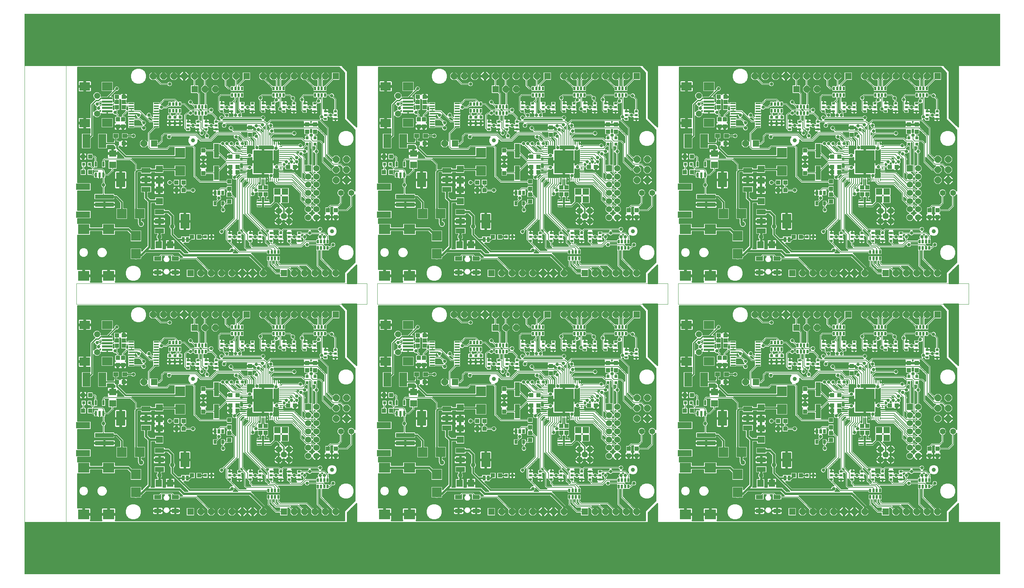
<source format=gtl>
G75*
G70*
%OFA0B0*%
%FSLAX25Y25*%
%IPPOS*%
%LPD*%
%AMOC8*
5,1,8,0,0,1.08239X$1,22.5*
%
%ADD100R,0.07480X0.13390*%
%ADD101C,0.03300*%
%ADD107R,0.03940X0.01380*%
%ADD109C,0.00800*%
%ADD120R,0.18700X0.22240*%
%ADD130R,0.07090X0.06300*%
%ADD14R,0.06300X0.07090*%
%ADD149R,0.02720X0.03900*%
%ADD152R,0.09450X0.09450*%
%ADD156R,0.18110X0.03940*%
%ADD157C,0.00000*%
%ADD158R,0.08800X0.04800*%
%ADD159R,0.02170X0.04720*%
%ADD16C,0.05600*%
%ADD170C,0.06000*%
%ADD171C,0.03600*%
%ADD173R,0.08660X0.14170*%
%ADD183R,0.03150X0.03150*%
%ADD184R,0.03150X0.02170*%
%ADD188R,0.02500X0.05000*%
%ADD190R,0.04720X0.03940*%
%ADD192R,0.05000X0.01250*%
%ADD195R,0.09840X0.07870*%
%ADD198C,0.04400*%
%ADD199C,0.05940*%
%ADD206R,0.06060X0.06060*%
%ADD208R,0.13285X0.06300*%
%ADD22C,0.00700*%
%ADD25R,9.40000X0.50000*%
%ADD27R,0.00980X0.02760*%
%ADD31C,0.03940*%
%ADD32R,0.04330X0.03940*%
%ADD35C,0.01200*%
%ADD38C,0.02400*%
%ADD44R,0.03940X0.04330*%
%ADD47R,0.04720X0.13780*%
%ADD51OC8,0.06400*%
%ADD53R,0.13390X0.06300*%
%ADD58R,0.01970X0.03540*%
%ADD60R,0.07090X0.03940*%
%ADD68R,0.06000X0.06000*%
%ADD69C,0.01600*%
%ADD74R,0.09840X0.01970*%
%ADD87C,0.03500*%
%ADD89R,0.11020X0.09450*%
%ADD90R,0.02760X0.00980*%
%ADD92R,0.06400X0.06400*%
X0010000Y0010000D02*
G75*
%LPD*%
D157*
X0010000Y0010000D02*
X0010000Y0060000D01*
X0950000Y0060000D01*
X0950000Y0010000D01*
X0010000Y0010000D01*
X0029490Y0035000D02*
X0029510Y0035470D01*
X0029570Y0035930D01*
X0029670Y0036390D01*
X0029800Y0036840D01*
X0029980Y0037270D01*
X0030190Y0037690D01*
X0030430Y0038090D01*
X0030710Y0038460D01*
X0031020Y0038810D01*
X0031360Y0039140D01*
X0031720Y0039430D01*
X0032110Y0039690D01*
X0032520Y0039920D01*
X0032950Y0040110D01*
X0033390Y0040270D01*
X0033840Y0040390D01*
X0034300Y0040470D01*
X0034770Y0040510D01*
X0035230Y0040510D01*
X0035700Y0040470D01*
X0036160Y0040390D01*
X0036610Y0040270D01*
X0037050Y0040110D01*
X0037480Y0039920D01*
X0037890Y0039690D01*
X0038280Y0039430D01*
X0038640Y0039140D01*
X0038980Y0038810D01*
X0039290Y0038460D01*
X0039570Y0038090D01*
X0039810Y0037690D01*
X0040020Y0037270D01*
X0040200Y0036840D01*
X0040330Y0036390D01*
X0040430Y0035930D01*
X0040490Y0035470D01*
X0040510Y0035000D01*
X0040490Y0034530D01*
X0040430Y0034070D01*
X0040330Y0033610D01*
X0040200Y0033160D01*
X0040020Y0032730D01*
X0039810Y0032310D01*
X0039570Y0031910D01*
X0039290Y0031540D01*
X0038980Y0031190D01*
X0038640Y0030860D01*
X0038280Y0030570D01*
X0037890Y0030310D01*
X0037480Y0030080D01*
X0037050Y0029890D01*
X0036610Y0029730D01*
X0036160Y0029610D01*
X0035700Y0029530D01*
X0035230Y0029490D01*
X0034770Y0029490D01*
X0034300Y0029530D01*
X0033840Y0029610D01*
X0033390Y0029730D01*
X0032950Y0029890D01*
X0032520Y0030080D01*
X0032110Y0030310D01*
X0031720Y0030570D01*
X0031360Y0030860D01*
X0031020Y0031190D01*
X0030710Y0031540D01*
X0030430Y0031910D01*
X0030190Y0032310D01*
X0029980Y0032730D01*
X0029800Y0033160D01*
X0029670Y0033610D01*
X0029570Y0034070D01*
X0029510Y0034530D01*
X0029490Y0035000D01*
X0919490Y0035000D02*
X0919510Y0035470D01*
X0919570Y0035930D01*
X0919670Y0036390D01*
X0919800Y0036840D01*
X0919980Y0037270D01*
X0920190Y0037690D01*
X0920430Y0038090D01*
X0920710Y0038460D01*
X0921020Y0038810D01*
X0921360Y0039140D01*
X0921720Y0039430D01*
X0922110Y0039690D01*
X0922520Y0039920D01*
X0922950Y0040110D01*
X0923390Y0040270D01*
X0923840Y0040390D01*
X0924300Y0040470D01*
X0924770Y0040510D01*
X0925230Y0040510D01*
X0925700Y0040470D01*
X0926160Y0040390D01*
X0926610Y0040270D01*
X0927050Y0040110D01*
X0927480Y0039920D01*
X0927890Y0039690D01*
X0928280Y0039430D01*
X0928640Y0039140D01*
X0928980Y0038810D01*
X0929290Y0038460D01*
X0929570Y0038090D01*
X0929810Y0037690D01*
X0930020Y0037270D01*
X0930200Y0036840D01*
X0930330Y0036390D01*
X0930430Y0035930D01*
X0930490Y0035470D01*
X0930510Y0035000D01*
X0930490Y0034530D01*
X0930430Y0034070D01*
X0930330Y0033610D01*
X0930200Y0033160D01*
X0930020Y0032730D01*
X0929810Y0032310D01*
X0929570Y0031910D01*
X0929290Y0031540D01*
X0928980Y0031190D01*
X0928640Y0030860D01*
X0928280Y0030570D01*
X0927890Y0030310D01*
X0927480Y0030080D01*
X0927050Y0029890D01*
X0926610Y0029730D01*
X0926160Y0029610D01*
X0925700Y0029530D01*
X0925230Y0029490D01*
X0924770Y0029490D01*
X0924300Y0029530D01*
X0923840Y0029610D01*
X0923390Y0029730D01*
X0922950Y0029890D01*
X0922520Y0030080D01*
X0922110Y0030310D01*
X0921720Y0030570D01*
X0921360Y0030860D01*
X0921020Y0031190D01*
X0920710Y0031540D01*
X0920430Y0031910D01*
X0920190Y0032310D01*
X0919980Y0032730D01*
X0919800Y0033160D01*
X0919670Y0033610D01*
X0919570Y0034070D01*
X0919510Y0034530D01*
X0919490Y0035000D01*
D25*
X0480000Y0035000D03*
X0010000Y0060000D02*
G75*
%LPD*%
D157*
X0010000Y0060000D02*
X0010000Y0500000D01*
X0050000Y0500000D01*
X0050000Y0060000D01*
X0010000Y0060000D01*
X0060000Y0060000D02*
G75*
%LPD*%
D51*
X0180000Y0070000D03*
X0190000Y0070000D03*
X0200000Y0070000D03*
X0210000Y0070000D03*
X0220000Y0070000D03*
X0230000Y0070000D03*
X0240000Y0070000D03*
X0270000Y0070000D03*
X0280000Y0070000D03*
X0290000Y0070000D03*
X0300000Y0070000D03*
X0310000Y0070000D03*
X0310550Y0159800D03*
X0310550Y0169800D03*
X0320550Y0169800D03*
X0320550Y0159800D03*
X0320550Y0179800D03*
X0310550Y0179800D03*
X0300000Y0260000D03*
X0290000Y0260000D03*
X0280000Y0260000D03*
X0270000Y0260000D03*
X0260000Y0260000D03*
X0250000Y0260000D03*
X0240000Y0260000D03*
X0214000Y0260000D03*
X0204000Y0260000D03*
X0194000Y0260000D03*
X0184000Y0260000D03*
X0174000Y0260000D03*
X0164000Y0260000D03*
X0154000Y0260000D03*
X0144000Y0260000D03*
X0134000Y0260000D03*
X0184000Y0247500D03*
X0194000Y0247500D03*
X0125000Y0195000D03*
D32*
X0105850Y0195000D03*
X0099150Y0195000D03*
X0099150Y0240000D03*
X0105850Y0240000D03*
X0208650Y0182500D03*
X0215350Y0182500D03*
X0215350Y0172500D03*
X0215350Y0167500D03*
X0208650Y0167500D03*
X0208650Y0172500D03*
X0207500Y0145840D03*
X0207500Y0139150D03*
X0264150Y0172500D03*
X0270850Y0172500D03*
X0282500Y0206650D03*
X0282500Y0213340D03*
X0290000Y0213340D03*
X0290000Y0206650D03*
D44*
X0227500Y0203650D03*
X0227500Y0210340D03*
X0182500Y0188340D03*
X0182500Y0181650D03*
X0182500Y0173340D03*
X0182500Y0166650D03*
X0163350Y0157500D03*
X0156650Y0157500D03*
X0156650Y0150000D03*
X0163350Y0150000D03*
X0207500Y0151650D03*
X0207500Y0158340D03*
X0237500Y0152840D03*
X0242500Y0152840D03*
X0242500Y0146150D03*
X0237500Y0146150D03*
X0178350Y0105000D03*
X0171650Y0105000D03*
X0073350Y0167500D03*
X0066650Y0167500D03*
X0066650Y0182500D03*
X0073350Y0182500D03*
X0100000Y0211650D03*
X0105000Y0211650D03*
X0105000Y0218340D03*
X0100000Y0218340D03*
X0099150Y0230000D03*
X0099150Y0235000D03*
X0105850Y0235000D03*
X0105850Y0230000D03*
X0302500Y0130840D03*
X0302500Y0124150D03*
X0310000Y0124150D03*
X0310000Y0130840D03*
D92*
X0260000Y0070000D03*
X0170000Y0070000D03*
X0135000Y0195000D03*
X0174000Y0247500D03*
X0224000Y0260000D03*
X0310000Y0260000D03*
D130*
X0140000Y0170510D03*
X0140000Y0159480D03*
X0140000Y0150510D03*
X0140000Y0139480D03*
X0095000Y0174480D03*
X0095000Y0185510D03*
D183*
X0072950Y0175000D03*
X0067050Y0175000D03*
X0150000Y0214540D03*
X0155000Y0214540D03*
X0160000Y0214540D03*
X0160000Y0220450D03*
X0155000Y0220450D03*
X0150000Y0220450D03*
X0282500Y0200450D03*
X0282500Y0194540D03*
X0290000Y0194540D03*
X0290000Y0200450D03*
X0190450Y0105000D03*
X0184550Y0105000D03*
D152*
X0121160Y0127500D03*
X0103840Y0127500D03*
X0117500Y0106160D03*
X0117500Y0088830D03*
X0160000Y0168830D03*
X0160000Y0186160D03*
D158*
X0127200Y0169090D03*
X0127200Y0160000D03*
X0127200Y0150900D03*
X0140300Y0129090D03*
X0140300Y0120000D03*
X0140300Y0110900D03*
D173*
X0164700Y0120000D03*
X0102800Y0160000D03*
D14*
X0139490Y0097500D03*
X0150510Y0097500D03*
D27*
X0225240Y0160170D03*
X0227200Y0160170D03*
X0229170Y0160170D03*
X0231140Y0160170D03*
X0233110Y0160170D03*
X0235080Y0160170D03*
X0237050Y0160170D03*
X0239020Y0160170D03*
X0240980Y0160170D03*
X0242950Y0160170D03*
X0244920Y0160170D03*
X0246890Y0160170D03*
X0248860Y0160170D03*
X0250830Y0160170D03*
X0252800Y0160170D03*
X0254760Y0160170D03*
X0254760Y0194820D03*
X0252800Y0194820D03*
X0250830Y0194820D03*
X0248860Y0194820D03*
X0246890Y0194820D03*
X0244920Y0194820D03*
X0242950Y0194820D03*
X0240980Y0194820D03*
X0239020Y0194820D03*
X0237050Y0194820D03*
X0235080Y0194820D03*
X0233110Y0194820D03*
X0231140Y0194820D03*
X0229170Y0194820D03*
X0227200Y0194820D03*
X0225240Y0194820D03*
D90*
X0222680Y0192260D03*
X0222680Y0190290D03*
X0222680Y0188320D03*
X0222680Y0186350D03*
X0222680Y0184390D03*
X0222680Y0182420D03*
X0222680Y0180450D03*
X0222680Y0178480D03*
X0222680Y0176510D03*
X0222680Y0174540D03*
X0222680Y0172570D03*
X0222680Y0170610D03*
X0222680Y0168640D03*
X0222680Y0166670D03*
X0222680Y0164700D03*
X0222680Y0162730D03*
X0257320Y0162730D03*
X0257320Y0164700D03*
X0257320Y0166670D03*
X0257320Y0168640D03*
X0257320Y0170610D03*
X0257320Y0172570D03*
X0257320Y0174540D03*
X0257320Y0176510D03*
X0257320Y0178480D03*
X0257320Y0180450D03*
X0257320Y0182420D03*
X0257320Y0184390D03*
X0257320Y0186350D03*
X0257320Y0188320D03*
X0257320Y0190290D03*
X0257320Y0192260D03*
D120*
X0240000Y0177500D03*
D107*
X0236460Y0140050D03*
X0236460Y0137500D03*
X0236460Y0134940D03*
X0243540Y0134940D03*
X0243540Y0137500D03*
X0243540Y0140050D03*
D199*
X0255000Y0130000D03*
X0260000Y0125000D03*
X0255000Y0120000D03*
X0265000Y0120000D03*
X0265000Y0130000D03*
X0080000Y0223830D03*
X0080000Y0241160D03*
D195*
X0089840Y0250210D03*
X0068190Y0250210D03*
X0068190Y0214780D03*
X0089840Y0215170D03*
D74*
X0089840Y0226200D03*
X0089840Y0229350D03*
X0089840Y0232500D03*
X0089840Y0235650D03*
X0089840Y0238800D03*
D184*
X0167780Y0216240D03*
X0167780Y0212500D03*
X0167780Y0208760D03*
X0177220Y0208760D03*
X0177220Y0212500D03*
X0177220Y0216240D03*
X0185280Y0216240D03*
X0185280Y0212500D03*
X0185280Y0208760D03*
X0194720Y0208760D03*
X0194720Y0212500D03*
X0194720Y0216240D03*
X0200280Y0226260D03*
X0200280Y0230000D03*
X0200280Y0233740D03*
X0209720Y0233740D03*
X0209720Y0230000D03*
X0209720Y0226260D03*
X0220280Y0226260D03*
X0220280Y0230000D03*
X0220280Y0233740D03*
X0229720Y0233740D03*
X0229720Y0230000D03*
X0229720Y0226260D03*
X0240280Y0226260D03*
X0240280Y0230000D03*
X0240280Y0233740D03*
X0249720Y0233740D03*
X0249720Y0230000D03*
X0249720Y0226260D03*
X0260280Y0226260D03*
X0260280Y0230000D03*
X0260280Y0233740D03*
X0269720Y0233740D03*
X0269720Y0230000D03*
X0269720Y0226260D03*
X0280280Y0226260D03*
X0280280Y0230000D03*
X0280280Y0233740D03*
X0289720Y0233740D03*
X0289720Y0230000D03*
X0289720Y0226260D03*
X0300280Y0226240D03*
X0300280Y0222500D03*
X0300280Y0218760D03*
X0309720Y0218760D03*
X0309720Y0222500D03*
X0309720Y0226240D03*
X0274720Y0108740D03*
X0274720Y0105000D03*
X0274720Y0101260D03*
X0265280Y0101260D03*
X0265280Y0105000D03*
X0265280Y0108740D03*
X0257220Y0108740D03*
X0257220Y0105000D03*
X0257220Y0101260D03*
X0247780Y0101260D03*
X0247780Y0105000D03*
X0247780Y0108740D03*
X0237220Y0108740D03*
X0237220Y0105000D03*
X0237220Y0101260D03*
X0227780Y0101260D03*
X0227780Y0105000D03*
X0227780Y0108740D03*
X0217220Y0108740D03*
X0217220Y0105000D03*
X0217220Y0101260D03*
X0207780Y0101260D03*
X0207780Y0105000D03*
X0207780Y0108740D03*
D149*
X0201240Y0137380D03*
X0193760Y0137380D03*
X0193760Y0147570D03*
X0197500Y0147570D03*
X0201240Y0147570D03*
D58*
X0245280Y0090650D03*
X0248430Y0090650D03*
X0251570Y0090650D03*
X0254720Y0090650D03*
X0254720Y0084350D03*
X0251570Y0084350D03*
X0248430Y0084350D03*
X0245280Y0084350D03*
X0292780Y0094350D03*
X0295930Y0094350D03*
X0299070Y0094350D03*
X0302220Y0094350D03*
X0302220Y0100650D03*
X0299070Y0100650D03*
X0295930Y0100650D03*
X0292780Y0100650D03*
X0184720Y0224350D03*
X0181570Y0224350D03*
X0178430Y0224350D03*
X0175280Y0224350D03*
X0175280Y0230650D03*
X0178430Y0230650D03*
X0181570Y0230650D03*
X0184720Y0230650D03*
X0210280Y0241850D03*
X0213430Y0241850D03*
X0216570Y0241850D03*
X0219720Y0241850D03*
X0219720Y0248150D03*
X0216570Y0248150D03*
X0213430Y0248150D03*
X0210280Y0248150D03*
X0250280Y0248150D03*
X0253430Y0248150D03*
X0256570Y0248150D03*
X0259720Y0248150D03*
X0259720Y0241850D03*
X0256570Y0241850D03*
X0253430Y0241850D03*
X0250280Y0241850D03*
X0290280Y0241850D03*
X0293430Y0241850D03*
X0296570Y0241850D03*
X0299720Y0241850D03*
X0299720Y0248150D03*
X0296570Y0248150D03*
X0293430Y0248150D03*
X0290280Y0248150D03*
X0159720Y0233150D03*
X0156570Y0233150D03*
X0153430Y0233150D03*
X0150280Y0233150D03*
X0150280Y0226850D03*
X0153430Y0226850D03*
X0156570Y0226850D03*
X0159720Y0226850D03*
D100*
X0085180Y0197500D03*
X0069820Y0197500D03*
D89*
X0067190Y0112440D03*
X0091200Y0112440D03*
X0091200Y0067550D03*
X0067190Y0067550D03*
D47*
X0195000Y0166670D03*
X0195000Y0188320D03*
D68*
X0283560Y0171120D03*
D170*
X0291440Y0171120D03*
X0291440Y0163240D03*
X0291440Y0155370D03*
X0283560Y0155370D03*
X0283560Y0163240D03*
X0283560Y0147500D03*
X0291440Y0147500D03*
X0291440Y0139620D03*
X0283560Y0139620D03*
X0283560Y0131750D03*
X0283560Y0123870D03*
X0291440Y0123870D03*
X0291440Y0131750D03*
D192*
X0137000Y0211250D03*
X0137000Y0213750D03*
X0137000Y0216250D03*
X0137000Y0218750D03*
X0137000Y0221250D03*
X0137000Y0223750D03*
X0137000Y0226250D03*
X0137000Y0228750D03*
X0137000Y0231250D03*
X0137000Y0233750D03*
X0113000Y0233750D03*
X0113000Y0231250D03*
X0113000Y0228750D03*
X0113000Y0226250D03*
X0113000Y0223750D03*
X0113000Y0221250D03*
X0113000Y0218750D03*
X0113000Y0216250D03*
X0113000Y0213750D03*
X0113000Y0211250D03*
D190*
X0106830Y0202500D03*
X0098170Y0202500D03*
D206*
X0253680Y0148810D03*
X0261320Y0148810D03*
X0261320Y0141180D03*
X0253680Y0141180D03*
D156*
X0087070Y0143930D03*
X0087070Y0136060D03*
D53*
D208*
X0066643Y0126610D03*
D53*
D208*
X0066643Y0153380D03*
D53*
D159*
X0078760Y0164880D03*
X0082500Y0164880D03*
X0086240Y0164880D03*
X0086240Y0175110D03*
X0078760Y0175110D03*
D60*
X0138540Y0084190D03*
X0138540Y0070800D03*
X0155460Y0070800D03*
X0155460Y0084190D03*
D31*
X0172500Y0198000D03*
X0306500Y0110500D03*
D16*
X0315000Y0147500D03*
X0325000Y0147500D03*
D109*
X0166500Y0102500D02*
X0163500Y0102500D01*
D188*
X0163000Y0102500D03*
X0167000Y0102500D03*
D38*
X0159500Y0091500D02*
X0126500Y0091500D01*
X0130510Y0095510D01*
X0130510Y0139480D01*
X0140000Y0139480D01*
X0141990Y0139480D01*
X0130510Y0139480D02*
X0127200Y0142800D01*
X0127200Y0150900D01*
X0127200Y0169090D02*
X0138590Y0169090D01*
X0140000Y0170510D01*
X0140510Y0170000D01*
X0128170Y0170060D02*
X0127200Y0169090D01*
X0140300Y0129090D02*
X0148400Y0129090D01*
X0152500Y0125000D01*
X0152500Y0115000D01*
X0140300Y0110900D02*
X0140300Y0105300D01*
X0140000Y0105000D01*
X0140000Y0098010D01*
X0139490Y0097500D01*
X0126500Y0091500D02*
X0122500Y0087500D01*
X0120000Y0087500D01*
X0117500Y0085000D01*
X0117500Y0088830D01*
X0117500Y0105000D02*
X0117500Y0106160D01*
X0117500Y0105000D02*
X0110060Y0112440D01*
X0091200Y0112440D01*
X0067190Y0112440D01*
X0121160Y0118830D02*
X0122500Y0117500D01*
X0121160Y0118830D02*
X0121160Y0127500D01*
X0159500Y0091500D02*
X0163500Y0087500D01*
X0227500Y0087500D01*
X0240000Y0075000D01*
X0240000Y0070000D01*
D69*
X0210000Y0092250D02*
X0208750Y0091000D01*
X0169000Y0091000D01*
X0157500Y0102500D01*
X0152500Y0107500D01*
X0152500Y0115000D01*
X0157500Y0102500D02*
X0163000Y0102500D01*
X0167000Y0102500D02*
X0169150Y0102500D01*
X0171650Y0105000D01*
X0178350Y0105000D02*
X0184550Y0105000D01*
X0121160Y0127500D02*
X0117500Y0131160D01*
X0117500Y0167500D01*
X0119100Y0169090D01*
X0127200Y0169090D01*
X0140510Y0170000D02*
X0157500Y0170000D01*
X0161160Y0166330D01*
X0160000Y0168830D01*
X0156160Y0182500D02*
X0160000Y0186160D01*
X0156160Y0182500D02*
X0107500Y0182500D01*
X0099150Y0190840D01*
X0099150Y0195000D01*
X0098560Y0143930D02*
X0087070Y0143930D01*
X0098560Y0143930D02*
X0103840Y0138660D01*
X0103840Y0127500D01*
D22*
X0087070Y0143930D02*
X0086240Y0144760D01*
X0086240Y0155000D01*
X0086240Y0164880D01*
X0086240Y0168760D01*
X0085000Y0170000D01*
X0077500Y0170000D01*
X0072950Y0174540D01*
X0072950Y0175000D01*
X0078760Y0175110D02*
X0078760Y0181240D01*
X0077500Y0182500D01*
X0073350Y0182500D01*
X0067050Y0175000D02*
X0067050Y0167890D01*
X0066650Y0167500D01*
X0073350Y0167500D02*
X0075960Y0164880D01*
X0078760Y0164880D01*
X0086240Y0164880D02*
X0090730Y0164880D01*
X0095000Y0169150D01*
X0095000Y0174480D01*
X0086240Y0175110D02*
X0086240Y0178740D01*
X0087500Y0180000D01*
X0112500Y0180000D01*
X0117500Y0175000D01*
X0117500Y0167500D01*
X0131500Y0190000D02*
X0147500Y0190000D01*
X0150000Y0192500D01*
X0172500Y0192500D01*
X0174000Y0191000D01*
X0174000Y0163500D01*
X0179150Y0158340D01*
X0207500Y0158340D01*
X0215000Y0160000D02*
X0215000Y0122500D01*
X0205000Y0112500D01*
X0205000Y0102500D01*
X0206240Y0101260D01*
X0207780Y0101260D01*
X0207780Y0099720D01*
X0216850Y0090650D01*
X0245280Y0090650D01*
X0248430Y0090650D02*
X0248430Y0092670D01*
X0247600Y0093500D01*
X0224000Y0093500D01*
X0222500Y0095000D01*
X0222500Y0107000D01*
X0220760Y0108740D01*
X0217220Y0108740D01*
X0217220Y0159720D01*
X0220240Y0162730D01*
X0222680Y0162730D01*
X0222680Y0164700D02*
X0219700Y0164700D01*
X0215000Y0160000D01*
X0220000Y0157500D02*
X0222440Y0159940D01*
X0225000Y0159940D01*
X0225240Y0160170D01*
X0227200Y0160170D02*
X0227200Y0157200D01*
X0222500Y0152500D01*
X0222500Y0127500D01*
X0237220Y0112770D01*
X0237220Y0108740D01*
X0238760Y0108740D01*
X0242500Y0105000D01*
X0242500Y0100000D01*
X0246000Y0096500D01*
X0251000Y0096500D01*
X0254720Y0092770D01*
X0254720Y0090650D01*
X0251570Y0090650D02*
X0251570Y0093420D01*
X0250000Y0095000D01*
X0230000Y0095000D01*
X0227780Y0097220D01*
X0227780Y0101260D01*
X0226240Y0101260D01*
X0225000Y0102500D01*
X0225000Y0107500D01*
X0220000Y0112500D01*
X0220000Y0157500D01*
X0225000Y0152500D02*
X0225000Y0127500D01*
X0245000Y0107500D01*
X0245000Y0102500D01*
X0246240Y0101260D01*
X0247780Y0101260D01*
X0247780Y0098720D01*
X0248500Y0098000D01*
X0251500Y0098000D01*
X0253500Y0096000D01*
X0277000Y0096000D01*
X0281650Y0100650D01*
X0292780Y0100650D01*
X0295930Y0100650D02*
X0295930Y0104070D01*
X0295000Y0105000D01*
X0299000Y0105000D02*
X0299000Y0100720D01*
X0299070Y0100650D01*
X0302220Y0100650D02*
X0302220Y0105520D01*
X0299010Y0108740D01*
X0285000Y0108740D01*
X0274720Y0108740D01*
X0274720Y0105000D02*
X0270000Y0105000D01*
X0265280Y0105000D01*
X0265280Y0101260D02*
X0265280Y0099720D01*
X0267500Y0097500D01*
X0276500Y0097500D01*
X0280000Y0101000D01*
X0280000Y0105000D01*
X0282500Y0097500D02*
X0297500Y0097500D01*
X0299070Y0095920D01*
X0299070Y0094350D01*
X0295930Y0094350D02*
X0295930Y0084070D01*
X0310000Y0070000D01*
X0300000Y0070000D02*
X0292780Y0077220D01*
X0292780Y0094350D01*
X0302220Y0094350D02*
X0304350Y0094350D01*
X0307500Y0097500D01*
X0295000Y0112500D02*
X0260000Y0112500D01*
X0257220Y0109720D01*
X0257220Y0108740D01*
X0257220Y0110270D01*
X0255000Y0112500D01*
X0242500Y0112500D01*
X0227500Y0127500D01*
X0227500Y0152500D01*
X0231140Y0156140D01*
X0231140Y0160170D01*
X0229170Y0160170D02*
X0229170Y0156670D01*
X0225000Y0152500D01*
X0229500Y0152500D02*
X0229500Y0147000D01*
X0230000Y0146500D01*
X0233000Y0150000D02*
X0233000Y0154000D01*
X0235080Y0156070D01*
X0235080Y0160170D01*
X0233110Y0160170D02*
X0233110Y0156110D01*
X0229500Y0152500D01*
X0246890Y0160170D02*
X0247000Y0160280D01*
X0247000Y0163500D01*
X0247750Y0164000D01*
X0250830Y0160170D02*
X0250830Y0158170D01*
X0253000Y0156000D01*
X0268000Y0156000D01*
X0276500Y0147500D01*
X0276500Y0141000D01*
X0281750Y0135750D01*
X0287440Y0135750D01*
X0291440Y0131750D01*
X0302500Y0132500D02*
X0302500Y0130840D01*
X0302500Y0132500D02*
X0305000Y0135000D01*
X0312500Y0135000D01*
X0315000Y0137500D01*
X0315000Y0147500D01*
X0325000Y0147500D02*
X0325000Y0135000D01*
X0320850Y0130840D01*
X0310000Y0130840D01*
X0291440Y0139620D02*
X0287560Y0143500D01*
X0282000Y0143500D01*
X0279500Y0146000D01*
X0279500Y0149000D01*
X0268320Y0160170D01*
X0254760Y0160170D01*
X0252800Y0160170D02*
X0252800Y0158700D01*
X0254000Y0157500D01*
X0269000Y0157500D01*
X0278000Y0148500D01*
X0278000Y0145180D01*
X0283560Y0139620D01*
X0283560Y0147500D02*
X0268330Y0162730D01*
X0257320Y0162730D01*
X0257320Y0164700D02*
X0268300Y0164700D01*
X0281500Y0151500D01*
X0287440Y0151500D01*
X0291440Y0147500D01*
X0291440Y0155370D02*
X0291440Y0155560D01*
X0287750Y0159250D01*
X0279690Y0159250D01*
X0277500Y0161430D01*
X0277500Y0180250D01*
X0271390Y0186350D01*
X0257320Y0186350D01*
X0257320Y0184390D02*
X0269610Y0184390D01*
X0272500Y0181500D01*
X0272500Y0177500D02*
X0267580Y0182420D01*
X0257320Y0182420D01*
X0257320Y0180450D02*
X0264550Y0180450D01*
X0267500Y0177500D01*
X0262500Y0177500D02*
X0261520Y0178480D01*
X0257320Y0178480D01*
X0257320Y0174540D02*
X0253450Y0174540D01*
X0253000Y0174090D01*
X0253000Y0172500D01*
X0257320Y0172570D02*
X0257320Y0170610D01*
X0257320Y0172570D02*
X0264070Y0172570D01*
X0264150Y0172500D01*
X0269830Y0166670D02*
X0257320Y0166670D01*
X0269830Y0166670D02*
X0281130Y0155370D01*
X0283560Y0155370D01*
X0283560Y0163240D02*
X0283560Y0163430D01*
X0279500Y0167500D01*
X0279500Y0179500D01*
X0279500Y0182000D01*
X0276500Y0185000D01*
X0279170Y0188320D02*
X0280000Y0187500D01*
X0279170Y0188320D02*
X0257320Y0188320D01*
X0257320Y0190290D02*
X0278250Y0190290D01*
X0282500Y0194540D01*
X0283560Y0193480D01*
X0283560Y0171120D01*
X0287500Y0167500D02*
X0287500Y0190000D01*
X0287000Y0190500D01*
X0287000Y0196000D01*
X0285500Y0197500D01*
X0280000Y0197500D01*
X0277500Y0200000D01*
X0250000Y0200000D01*
X0248860Y0198850D01*
X0248860Y0194820D01*
X0246890Y0194820D02*
X0246890Y0201890D01*
X0248500Y0203500D01*
X0248500Y0207000D01*
X0250000Y0205000D02*
X0248500Y0203500D01*
X0250000Y0205000D02*
X0270000Y0205000D01*
X0282500Y0206650D02*
X0282500Y0200450D01*
X0286500Y0199000D02*
X0286500Y0203000D01*
X0290000Y0200450D02*
X0290000Y0206650D01*
X0292500Y0210000D02*
X0300000Y0202500D01*
X0300000Y0182500D01*
X0307500Y0175000D01*
X0315000Y0175000D01*
X0320200Y0169800D01*
X0320550Y0169800D01*
X0310550Y0169800D02*
X0305200Y0169800D01*
X0297500Y0177500D01*
X0297500Y0195000D01*
X0295000Y0197500D01*
X0288000Y0197500D01*
X0286500Y0199000D01*
X0290000Y0194540D02*
X0291440Y0193110D01*
X0291440Y0190000D01*
X0291440Y0187500D01*
X0291440Y0171120D01*
X0287500Y0167500D02*
X0291440Y0163560D01*
X0291440Y0163240D01*
X0279500Y0179500D02*
X0280000Y0180000D01*
X0276000Y0193000D02*
X0258060Y0193000D01*
X0257320Y0192260D01*
X0252800Y0190790D02*
X0252500Y0190500D01*
X0252800Y0190790D02*
X0252800Y0194820D01*
X0244920Y0194820D02*
X0244920Y0207420D01*
X0247500Y0210000D01*
X0247500Y0212500D01*
X0247500Y0210000D02*
X0292500Y0210000D01*
X0295000Y0217500D02*
X0247500Y0217500D01*
X0243750Y0213750D01*
X0241260Y0216240D01*
X0194720Y0216240D01*
X0194720Y0220270D01*
X0190650Y0224350D01*
X0184720Y0224350D01*
X0181570Y0224350D02*
X0181570Y0210920D01*
X0183740Y0208760D01*
X0185280Y0208760D01*
X0185280Y0203220D01*
X0186000Y0202500D01*
X0189500Y0199500D02*
X0180500Y0199500D01*
X0175500Y0204500D01*
X0145000Y0204500D01*
X0142500Y0202000D01*
X0142500Y0197500D01*
X0140000Y0195000D01*
X0135000Y0195000D01*
X0130000Y0191500D02*
X0131500Y0190000D01*
X0130000Y0191500D02*
X0130000Y0205000D01*
X0136250Y0211250D01*
X0137000Y0211250D01*
X0137000Y0216250D02*
X0131250Y0216250D01*
X0121250Y0226250D01*
X0113000Y0226250D01*
X0113000Y0228750D01*
X0113000Y0231250D02*
X0107100Y0231250D01*
X0105850Y0230000D01*
X0107100Y0233750D02*
X0105850Y0235000D01*
X0107100Y0233750D02*
X0113000Y0233750D01*
X0113000Y0226250D02*
X0108750Y0226250D01*
X0105000Y0222500D01*
X0105000Y0218340D01*
X0100000Y0218340D02*
X0100000Y0222500D01*
X0097500Y0225000D01*
X0099150Y0226650D01*
X0099150Y0230000D01*
X0095000Y0232500D02*
X0089840Y0232500D01*
X0084000Y0232500D01*
X0081500Y0230000D01*
X0081500Y0229000D01*
X0080000Y0233000D02*
X0083150Y0235650D01*
X0089840Y0235650D01*
X0095000Y0232500D02*
X0097500Y0235000D01*
X0099150Y0235000D01*
X0099150Y0240000D01*
X0113000Y0218750D02*
X0121250Y0218750D01*
X0125000Y0215000D01*
X0123750Y0211250D02*
X0125000Y0210000D01*
X0123750Y0211250D02*
X0113000Y0211250D01*
X0130000Y0222500D02*
X0133750Y0218750D01*
X0137000Y0218750D01*
X0142000Y0230000D02*
X0147130Y0230000D01*
X0150280Y0233150D01*
X0156570Y0233150D02*
X0156570Y0235920D01*
X0155000Y0237500D01*
X0145000Y0237500D01*
X0141250Y0233750D01*
X0137000Y0233750D01*
X0150280Y0226850D02*
X0150280Y0220720D01*
X0150000Y0220450D01*
X0155000Y0220450D02*
X0156570Y0222020D01*
X0156570Y0226850D01*
X0159720Y0226850D02*
X0159720Y0220720D01*
X0160000Y0220450D01*
X0165000Y0222500D02*
X0165000Y0210000D01*
X0166240Y0208760D01*
X0167780Y0208760D01*
X0167780Y0212500D02*
X0172500Y0212500D01*
X0177220Y0212500D01*
X0180000Y0209500D02*
X0180000Y0215500D01*
X0179260Y0216240D01*
X0177220Y0216240D01*
X0178430Y0217440D01*
X0178430Y0224350D01*
X0178430Y0226570D01*
X0177500Y0227500D01*
X0170000Y0227500D01*
X0164350Y0233150D01*
X0159720Y0233150D01*
X0170000Y0235000D02*
X0174350Y0230650D01*
X0175280Y0230650D01*
X0178430Y0230650D02*
X0178430Y0243070D01*
X0174000Y0247500D01*
X0174000Y0260000D01*
X0184000Y0260000D02*
X0184000Y0247500D01*
X0184720Y0246770D01*
X0184720Y0230650D01*
X0181570Y0230650D02*
X0181570Y0228420D01*
X0182500Y0227500D01*
X0190000Y0227500D01*
X0197500Y0227500D02*
X0198740Y0226260D01*
X0200280Y0226260D01*
X0204040Y0222500D01*
X0205000Y0222500D01*
X0200000Y0220000D02*
X0240000Y0220000D01*
X0238000Y0214500D02*
X0204500Y0214500D01*
X0202500Y0212500D01*
X0209000Y0210000D02*
X0212000Y0207000D01*
X0233000Y0207000D01*
X0237050Y0202950D01*
X0237050Y0194820D01*
X0239020Y0194820D02*
X0239020Y0204980D01*
X0235500Y0208500D01*
X0236750Y0212000D02*
X0233500Y0212000D01*
X0236750Y0212000D02*
X0240980Y0207760D01*
X0240980Y0194820D01*
X0242950Y0194820D02*
X0242950Y0212950D01*
X0243750Y0213750D01*
X0239500Y0213000D02*
X0238000Y0214500D01*
X0238740Y0226260D02*
X0237500Y0227500D01*
X0237500Y0239000D01*
X0237500Y0240000D01*
X0239350Y0241850D01*
X0250280Y0241850D01*
X0253430Y0241850D02*
X0253430Y0237440D01*
X0252990Y0237000D01*
X0249720Y0233740D01*
X0249720Y0230000D02*
X0245000Y0230000D01*
X0240280Y0230000D01*
X0240280Y0226260D02*
X0238740Y0226260D01*
X0229720Y0230000D02*
X0225000Y0230000D01*
X0220280Y0226260D02*
X0217500Y0223480D01*
X0217500Y0222500D01*
X0218740Y0226260D02*
X0216570Y0228420D01*
X0216570Y0241850D01*
X0213430Y0241850D02*
X0213430Y0237440D01*
X0211740Y0235750D01*
X0213500Y0234000D01*
X0213500Y0222500D01*
X0218740Y0226260D02*
X0220280Y0226260D01*
X0209720Y0230000D02*
X0205000Y0230000D01*
X0200280Y0230000D01*
X0197500Y0227500D02*
X0197500Y0240000D01*
X0199350Y0241850D01*
X0210280Y0241850D01*
X0211740Y0235750D02*
X0209720Y0233740D01*
X0210280Y0248150D02*
X0206850Y0248150D01*
X0204000Y0251000D01*
X0204000Y0260000D01*
X0214000Y0260000D02*
X0214000Y0248720D01*
X0213430Y0248150D01*
X0216570Y0248150D02*
X0216570Y0251570D01*
X0224000Y0259000D01*
X0224000Y0260000D01*
X0240000Y0260000D02*
X0240000Y0258420D01*
X0250280Y0248150D01*
X0253430Y0248150D02*
X0253430Y0256570D01*
X0250000Y0260000D01*
X0256570Y0256570D02*
X0260000Y0260000D01*
X0256570Y0256570D02*
X0256570Y0248150D01*
X0259720Y0248150D02*
X0259720Y0249720D01*
X0270000Y0260000D01*
X0280000Y0260000D02*
X0280000Y0258420D01*
X0290280Y0248150D01*
X0293430Y0248150D02*
X0293430Y0256570D01*
X0290000Y0260000D01*
X0296570Y0256570D02*
X0300000Y0260000D01*
X0296570Y0256570D02*
X0296570Y0248150D01*
X0299720Y0248150D02*
X0299720Y0249720D01*
X0310000Y0260000D01*
X0305650Y0241850D02*
X0299720Y0241850D01*
X0296570Y0241850D02*
X0296570Y0222500D01*
X0296570Y0220920D01*
X0298740Y0218760D01*
X0300280Y0218760D01*
X0300280Y0222500D02*
X0305000Y0222500D01*
X0309720Y0222500D01*
X0309720Y0226240D02*
X0309720Y0237770D01*
X0307500Y0240000D01*
X0306250Y0241250D01*
X0305650Y0241850D01*
X0293430Y0241850D02*
X0293430Y0235920D01*
X0293500Y0236000D01*
X0291240Y0233740D01*
X0289720Y0233740D01*
X0293250Y0235750D02*
X0293430Y0235920D01*
X0290280Y0241850D02*
X0279350Y0241850D01*
X0277500Y0240000D01*
X0277500Y0237500D01*
X0277500Y0227500D01*
X0278740Y0226260D01*
X0280280Y0226260D01*
X0280280Y0230000D02*
X0285000Y0230000D01*
X0289720Y0230000D01*
X0295000Y0217500D02*
X0302500Y0210000D01*
X0302500Y0185000D01*
X0307700Y0179800D01*
X0310550Y0179800D01*
X0260280Y0226260D02*
X0258740Y0226260D01*
X0256570Y0228420D01*
X0256570Y0232500D01*
X0256570Y0241850D01*
X0259720Y0241850D02*
X0265650Y0241850D01*
X0268750Y0238750D01*
X0269720Y0237770D01*
X0269720Y0233740D01*
X0269720Y0230000D02*
X0265000Y0230000D01*
X0260280Y0230000D01*
X0233110Y0198040D02*
X0227500Y0203650D01*
X0226000Y0200500D02*
X0222000Y0200500D01*
X0217000Y0205500D01*
X0195500Y0205500D01*
X0189500Y0199500D01*
X0190000Y0198000D02*
X0180000Y0198000D01*
X0175000Y0203000D01*
X0151000Y0203000D01*
X0149500Y0201500D01*
X0165000Y0222500D02*
X0166850Y0224350D01*
X0170000Y0224350D01*
X0175280Y0224350D01*
X0185280Y0212500D02*
X0190000Y0212500D01*
X0194720Y0212500D01*
X0196000Y0204000D02*
X0190000Y0198000D01*
X0196000Y0204000D02*
X0216500Y0204000D01*
X0221500Y0199000D01*
X0225500Y0199000D01*
X0227200Y0197290D01*
X0227200Y0194820D01*
X0225240Y0194820D02*
X0225240Y0196260D01*
X0224000Y0197500D01*
X0218000Y0197500D01*
X0214000Y0201500D01*
X0215000Y0195000D02*
X0219700Y0190290D01*
X0222680Y0190290D01*
X0222680Y0188320D02*
X0216170Y0188320D01*
X0209500Y0195000D01*
X0205000Y0195000D02*
X0213000Y0187000D01*
X0219500Y0187000D01*
X0220140Y0186350D01*
X0222680Y0186350D01*
X0222680Y0184390D02*
X0219610Y0184390D01*
X0218500Y0185500D01*
X0210500Y0185500D01*
X0201000Y0195000D01*
X0195000Y0188320D02*
X0182520Y0188320D01*
X0182500Y0188340D01*
X0195000Y0188320D02*
X0204840Y0178480D01*
X0222680Y0178480D01*
X0222680Y0176510D02*
X0204840Y0176510D01*
X0195000Y0166670D01*
X0182520Y0166670D01*
X0182500Y0166650D01*
X0163350Y0157500D02*
X0163350Y0150000D01*
X0172500Y0150000D01*
X0156650Y0157500D02*
X0150000Y0157500D01*
X0193760Y0137380D02*
X0197500Y0141120D01*
X0197500Y0142500D01*
X0197500Y0147570D02*
X0197500Y0150000D01*
X0199150Y0151650D01*
X0207500Y0151650D01*
X0207500Y0145840D01*
X0209150Y0145840D01*
X0212500Y0142500D01*
X0212500Y0122500D01*
X0200000Y0110000D01*
X0207780Y0105000D02*
X0212500Y0105000D01*
X0217220Y0105000D01*
X0227780Y0105000D02*
X0232500Y0105000D01*
X0237220Y0105000D01*
X0247780Y0105000D02*
X0252500Y0105000D01*
X0257220Y0105000D01*
X0254720Y0084350D02*
X0254720Y0079770D01*
X0256500Y0078000D01*
X0282000Y0078000D01*
X0290000Y0070000D01*
X0280000Y0070000D02*
X0273500Y0076500D01*
X0253500Y0076500D01*
X0251570Y0078420D01*
X0251570Y0084350D01*
X0248430Y0084350D02*
X0248430Y0079070D01*
X0252500Y0075000D01*
X0265000Y0075000D01*
X0270000Y0070000D01*
X0260000Y0070000D02*
X0252500Y0070000D01*
X0245280Y0077220D01*
X0245280Y0084350D01*
X0190000Y0070000D02*
X0175810Y0084190D01*
X0155460Y0084190D01*
X0152160Y0087500D01*
X0142000Y0087500D01*
X0138690Y0084190D01*
X0138540Y0084190D01*
X0201240Y0131260D02*
X0201500Y0131000D01*
X0201240Y0131260D02*
X0201240Y0137380D01*
X0205730Y0137380D01*
X0207500Y0139150D01*
X0217240Y0170610D02*
X0215350Y0172500D01*
X0217240Y0170610D02*
X0222680Y0170610D01*
X0222680Y0172570D02*
X0226420Y0172570D01*
X0227000Y0172000D01*
X0225920Y0182420D02*
X0222680Y0182420D01*
X0215430Y0182420D01*
X0215350Y0182500D01*
X0225920Y0182420D02*
X0227000Y0183500D01*
X0222680Y0192260D02*
X0222680Y0192320D01*
X0220000Y0195000D01*
X0226000Y0200500D02*
X0229170Y0197320D01*
X0229170Y0194820D01*
X0233110Y0194820D02*
X0233110Y0191890D01*
X0234000Y0191000D01*
X0233110Y0194820D02*
X0233110Y0198040D01*
X0235080Y0200420D02*
X0233500Y0202000D01*
X0235080Y0200420D02*
X0235080Y0194820D01*
X0181000Y0205000D02*
X0181000Y0208500D01*
X0180000Y0209500D01*
X0150000Y0252500D02*
X0141500Y0252500D01*
X0134000Y0260000D01*
D198*
X0122500Y0117500D03*
X0140000Y0105000D03*
X0152500Y0115000D03*
D171*
X0210000Y0092250D03*
D35*
X0066590Y0073880D02*
X0066590Y0068150D01*
X0067790Y0068150D01*
X0074300Y0068150D01*
X0074300Y0072490D01*
X0074190Y0072900D01*
X0073980Y0073260D01*
X0073680Y0073560D01*
X0073310Y0073770D01*
X0072910Y0073880D01*
X0067790Y0073880D01*
X0067790Y0068150D01*
X0067790Y0066950D01*
X0074300Y0066950D01*
X0074300Y0062620D01*
X0074190Y0062210D01*
X0073980Y0061850D01*
X0073720Y0061600D01*
X0084660Y0061600D01*
X0084410Y0061850D01*
X0084200Y0062210D01*
X0084090Y0062620D01*
X0084090Y0066950D01*
X0090600Y0066950D01*
X0090600Y0068150D01*
X0084090Y0068150D01*
X0084090Y0072490D01*
X0084200Y0072900D01*
X0084410Y0073260D01*
X0084710Y0073560D01*
X0085070Y0073770D01*
X0085480Y0073880D01*
X0090600Y0073880D01*
X0090600Y0068150D01*
X0091800Y0068150D01*
X0098310Y0068150D01*
X0098310Y0072490D01*
X0098200Y0072900D01*
X0097990Y0073260D01*
X0097700Y0073560D01*
X0097330Y0073770D01*
X0096920Y0073880D01*
X0091800Y0073880D01*
X0091800Y0068150D01*
X0091800Y0066950D01*
X0098310Y0066950D01*
X0098310Y0062620D01*
X0098200Y0062210D01*
X0097990Y0061850D01*
X0097740Y0061600D01*
X0318400Y0061600D01*
X0318400Y0070660D01*
X0319340Y0071600D01*
X0328400Y0080660D01*
X0328400Y0145510D01*
X0328310Y0145290D01*
X0327210Y0144190D01*
X0326450Y0143880D01*
X0326450Y0134400D01*
X0325600Y0133550D01*
X0321450Y0129390D01*
X0313070Y0129390D01*
X0313070Y0128220D01*
X0312630Y0127780D01*
X0312950Y0127600D01*
X0313250Y0127300D01*
X0313460Y0126930D01*
X0313570Y0126530D01*
X0313570Y0124530D01*
X0310380Y0124530D01*
X0310380Y0123770D01*
X0313570Y0123770D01*
X0313570Y0121770D01*
X0313460Y0121370D01*
X0313250Y0121000D01*
X0312950Y0120700D01*
X0312590Y0120490D01*
X0312180Y0120380D01*
X0310380Y0120380D01*
X0310380Y0123770D01*
X0309620Y0123770D01*
X0309620Y0120380D01*
X0307820Y0120380D01*
X0307410Y0120490D01*
X0307050Y0120700D01*
X0306750Y0121000D01*
X0306540Y0121370D01*
X0306430Y0121770D01*
X0306430Y0123770D01*
X0309620Y0123770D01*
X0309620Y0124530D01*
X0306430Y0124530D01*
X0306430Y0126530D01*
X0306540Y0126930D01*
X0306750Y0127300D01*
X0307050Y0127600D01*
X0307370Y0127780D01*
X0306930Y0128220D01*
X0306930Y0133460D01*
X0307010Y0133550D01*
X0305600Y0133550D01*
X0305540Y0133490D01*
X0305570Y0133460D01*
X0305570Y0128220D01*
X0305130Y0127780D01*
X0305450Y0127600D01*
X0305750Y0127300D01*
X0305960Y0126930D01*
X0306070Y0126530D01*
X0306070Y0124530D01*
X0302880Y0124530D01*
X0302880Y0123770D01*
X0306070Y0123770D01*
X0306070Y0121770D01*
X0305960Y0121370D01*
X0305750Y0121000D01*
X0305450Y0120700D01*
X0305090Y0120490D01*
X0304680Y0120380D01*
X0302880Y0120380D01*
X0302880Y0123770D01*
X0302120Y0123770D01*
X0302120Y0120380D01*
X0300320Y0120380D01*
X0299910Y0120490D01*
X0299550Y0120700D01*
X0299250Y0121000D01*
X0299040Y0121370D01*
X0298930Y0121770D01*
X0298930Y0123770D01*
X0302120Y0123770D01*
X0302120Y0124530D01*
X0298930Y0124530D01*
X0298930Y0126530D01*
X0299040Y0126930D01*
X0299250Y0127300D01*
X0299550Y0127600D01*
X0299870Y0127780D01*
X0299430Y0128220D01*
X0299430Y0133460D01*
X0300080Y0134110D01*
X0302060Y0134110D01*
X0303550Y0135600D01*
X0304400Y0136450D01*
X0311900Y0136450D01*
X0313550Y0138100D01*
X0313550Y0143880D01*
X0312790Y0144190D01*
X0311690Y0145290D01*
X0311100Y0146720D01*
X0311100Y0148270D01*
X0311690Y0149710D01*
X0312790Y0150800D01*
X0314220Y0151400D01*
X0315780Y0151400D01*
X0317210Y0150800D01*
X0318310Y0149710D01*
X0318900Y0148270D01*
X0318900Y0146720D01*
X0318310Y0145290D01*
X0317210Y0144190D01*
X0316450Y0143880D01*
X0316450Y0136900D01*
X0315600Y0136050D01*
X0313100Y0133550D01*
X0312990Y0133550D01*
X0313070Y0133460D01*
X0313070Y0132290D01*
X0320250Y0132290D01*
X0323550Y0135600D01*
X0323550Y0143880D01*
X0322790Y0144190D01*
X0321690Y0145290D01*
X0321100Y0146720D01*
X0321100Y0148270D01*
X0321690Y0149710D01*
X0322790Y0150800D01*
X0324220Y0151400D01*
X0325780Y0151400D01*
X0327210Y0150800D01*
X0328310Y0149710D01*
X0328400Y0149480D01*
X0328400Y0208330D01*
X0319340Y0217400D01*
X0319340Y0217400D01*
X0318400Y0218330D01*
X0318400Y0263330D01*
X0313340Y0268400D01*
X0061600Y0268400D01*
X0061600Y0157630D01*
X0073740Y0157630D01*
X0074390Y0156990D01*
X0074390Y0149780D01*
X0073740Y0149130D01*
X0061600Y0149130D01*
X0061600Y0130860D01*
X0073740Y0130860D01*
X0074390Y0130220D01*
X0074390Y0123000D01*
X0073740Y0122360D01*
X0061600Y0122360D01*
X0061600Y0118260D01*
X0073150Y0118260D01*
X0073800Y0117620D01*
X0073800Y0114740D01*
X0084590Y0114740D01*
X0084590Y0117620D01*
X0085230Y0118260D01*
X0097170Y0118260D01*
X0097810Y0117620D01*
X0097810Y0114740D01*
X0111010Y0114740D01*
X0113770Y0111980D01*
X0122680Y0111980D01*
X0123320Y0111340D01*
X0123320Y0100980D01*
X0122680Y0100330D01*
X0112320Y0100330D01*
X0111680Y0100980D01*
X0111680Y0107570D01*
X0109110Y0110140D01*
X0097810Y0110140D01*
X0097810Y0107260D01*
X0097170Y0106610D01*
X0085230Y0106610D01*
X0084590Y0107260D01*
X0084590Y0110140D01*
X0073800Y0110140D01*
X0073800Y0107260D01*
X0073150Y0106610D01*
X0061600Y0106610D01*
X0061600Y0073880D01*
X0066590Y0073880D01*
X0066590Y0073030D02*
X0067790Y0073030D01*
X0067790Y0071850D02*
X0066590Y0071850D01*
X0066590Y0070660D02*
X0067790Y0070660D01*
X0067790Y0069480D02*
X0066590Y0069480D01*
X0066590Y0068290D02*
X0067790Y0068290D01*
X0067790Y0067110D02*
X0090600Y0067110D01*
X0090600Y0068290D02*
X0091800Y0068290D01*
X0091800Y0067110D02*
X0107650Y0067110D01*
X0107160Y0068290D02*
X0098310Y0068290D01*
X0098310Y0069480D02*
X0107100Y0069480D01*
X0107100Y0068420D02*
X0108300Y0065520D01*
X0110530Y0063300D01*
X0113430Y0062100D01*
X0116570Y0062100D01*
X0119470Y0063300D01*
X0121700Y0065520D01*
X0122900Y0068420D01*
X0122900Y0071570D01*
X0121700Y0074470D01*
X0119470Y0076690D01*
X0116570Y0077900D01*
X0113430Y0077900D01*
X0110530Y0076690D01*
X0108300Y0074470D01*
X0107100Y0071570D01*
X0107100Y0068420D01*
X0107100Y0070660D02*
X0098310Y0070660D01*
X0098310Y0071850D02*
X0107220Y0071850D01*
X0107710Y0073030D02*
X0098130Y0073030D01*
X0091800Y0073030D02*
X0090600Y0073030D01*
X0090600Y0071850D02*
X0091800Y0071850D01*
X0091800Y0070660D02*
X0090600Y0070660D01*
X0090600Y0069480D02*
X0091800Y0069480D01*
X0098310Y0065920D02*
X0108140Y0065920D01*
X0109090Y0064740D02*
X0098310Y0064740D01*
X0098310Y0063550D02*
X0110270Y0063550D01*
X0112780Y0062370D02*
X0098240Y0062370D01*
X0084160Y0062370D02*
X0074230Y0062370D01*
X0074300Y0063550D02*
X0084090Y0063550D01*
X0084090Y0064740D02*
X0074300Y0064740D01*
X0074300Y0065920D02*
X0084090Y0065920D01*
X0084090Y0068290D02*
X0074300Y0068290D01*
X0074300Y0069480D02*
X0084090Y0069480D01*
X0084090Y0070660D02*
X0074300Y0070660D01*
X0074300Y0071850D02*
X0084090Y0071850D01*
X0084280Y0073030D02*
X0074110Y0073030D01*
X0061600Y0074220D02*
X0108200Y0074220D01*
X0109230Y0075400D02*
X0061600Y0075400D01*
X0061600Y0076590D02*
X0110420Y0076590D01*
X0113130Y0077770D02*
X0061600Y0077770D01*
X0061600Y0078960D02*
X0178990Y0078960D01*
X0177800Y0080140D02*
X0147940Y0080140D01*
X0147670Y0080030D02*
X0148910Y0080540D01*
X0149860Y0081490D01*
X0150370Y0082730D01*
X0150370Y0084070D01*
X0149860Y0085310D01*
X0149120Y0086050D01*
X0150820Y0086050D01*
X0150820Y0081760D01*
X0151470Y0081120D01*
X0159460Y0081120D01*
X0160110Y0081760D01*
X0160110Y0082740D01*
X0175210Y0082740D01*
X0185930Y0072010D01*
X0185700Y0071780D01*
X0185700Y0068210D01*
X0188220Y0065700D01*
X0191780Y0065700D01*
X0194300Y0068210D01*
X0194300Y0071780D01*
X0191780Y0074300D01*
X0188220Y0074300D01*
X0187980Y0074060D01*
X0176850Y0085200D01*
X0226550Y0085200D01*
X0237700Y0074040D01*
X0237700Y0073780D01*
X0235700Y0071780D01*
X0235700Y0068210D01*
X0238220Y0065700D01*
X0241780Y0065700D01*
X0244300Y0068210D01*
X0244300Y0071780D01*
X0242300Y0073780D01*
X0242300Y0075950D01*
X0229800Y0088450D01*
X0229050Y0089200D01*
X0243190Y0089200D01*
X0243190Y0088420D01*
X0243840Y0087770D01*
X0246720Y0087770D01*
X0246850Y0087910D01*
X0246990Y0087770D01*
X0249870Y0087770D01*
X0250000Y0087910D01*
X0250130Y0087770D01*
X0253010Y0087770D01*
X0253150Y0087910D01*
X0253280Y0087770D01*
X0256160Y0087770D01*
X0256810Y0088420D01*
X0256810Y0092870D01*
X0256160Y0093520D01*
X0256030Y0093520D01*
X0255000Y0094550D01*
X0277600Y0094550D01*
X0278450Y0095400D01*
X0279820Y0096770D01*
X0280170Y0095940D01*
X0280940Y0095160D01*
X0281950Y0094750D01*
X0283050Y0094750D01*
X0284060Y0095160D01*
X0284830Y0095940D01*
X0284880Y0096050D01*
X0290690Y0096050D01*
X0290690Y0092120D01*
X0291330Y0091480D01*
X0291330Y0076620D01*
X0295930Y0072010D01*
X0295700Y0071780D01*
X0295700Y0068210D01*
X0298220Y0065700D01*
X0301780Y0065700D01*
X0304300Y0068210D01*
X0304300Y0071780D01*
X0301780Y0074300D01*
X0298220Y0074300D01*
X0297980Y0074060D01*
X0294230Y0077820D01*
X0294230Y0091480D01*
X0294350Y0091610D01*
X0294480Y0091480D01*
X0294480Y0083470D01*
X0305930Y0072010D01*
X0305700Y0071780D01*
X0305700Y0068210D01*
X0308220Y0065700D01*
X0311780Y0065700D01*
X0314300Y0068210D01*
X0314300Y0071780D01*
X0311780Y0074300D01*
X0308220Y0074300D01*
X0307980Y0074060D01*
X0297380Y0084670D01*
X0297380Y0091480D01*
X0297500Y0091610D01*
X0297630Y0091470D01*
X0300510Y0091470D01*
X0300650Y0091610D01*
X0300780Y0091470D01*
X0303660Y0091470D01*
X0304310Y0092120D01*
X0304310Y0092900D01*
X0304950Y0092900D01*
X0306850Y0094790D01*
X0306950Y0094750D01*
X0308050Y0094750D01*
X0309060Y0095160D01*
X0309830Y0095940D01*
X0310250Y0096950D01*
X0310250Y0098040D01*
X0309830Y0099050D01*
X0309060Y0099830D01*
X0308050Y0100250D01*
X0306950Y0100250D01*
X0305940Y0099830D01*
X0305170Y0099050D01*
X0304750Y0098040D01*
X0304750Y0096950D01*
X0304790Y0096840D01*
X0304310Y0096360D01*
X0304310Y0096570D01*
X0303660Y0097220D01*
X0300780Y0097220D01*
X0300650Y0097080D01*
X0300510Y0097220D01*
X0299830Y0097220D01*
X0299270Y0097770D01*
X0300510Y0097770D01*
X0300650Y0097910D01*
X0300780Y0097770D01*
X0303660Y0097770D01*
X0304310Y0098420D01*
X0304310Y0102870D01*
X0303670Y0103510D01*
X0303670Y0106120D01*
X0303630Y0106160D01*
X0305490Y0105400D01*
X0307510Y0105400D01*
X0309390Y0106170D01*
X0310820Y0107610D01*
X0311600Y0109480D01*
X0311600Y0111510D01*
X0310820Y0113380D01*
X0309390Y0114820D01*
X0307510Y0115600D01*
X0305490Y0115600D01*
X0303610Y0114820D01*
X0302180Y0113380D01*
X0301400Y0111510D01*
X0301400Y0109480D01*
X0302170Y0107630D01*
X0299610Y0110190D01*
X0296580Y0110190D01*
X0297330Y0110940D01*
X0297750Y0111950D01*
X0297750Y0113040D01*
X0297330Y0114050D01*
X0296560Y0114830D01*
X0295550Y0115250D01*
X0294450Y0115250D01*
X0293440Y0114830D01*
X0292670Y0114050D01*
X0292620Y0113950D01*
X0259400Y0113950D01*
X0258550Y0113100D01*
X0257500Y0112050D01*
X0256450Y0113100D01*
X0255600Y0113950D01*
X0243100Y0113950D01*
X0228950Y0128100D01*
X0228950Y0143950D01*
X0229450Y0143750D01*
X0230550Y0143750D01*
X0231560Y0144160D01*
X0232330Y0144940D01*
X0232750Y0145950D01*
X0232750Y0147040D01*
X0232670Y0147250D01*
X0233550Y0147250D01*
X0234430Y0147610D01*
X0234430Y0143530D01*
X0235080Y0142880D01*
X0235800Y0142880D01*
X0235800Y0141840D01*
X0234030Y0141840D01*
X0233390Y0141200D01*
X0233390Y0139350D01*
X0233210Y0139170D01*
X0233000Y0138800D01*
X0232890Y0138400D01*
X0232890Y0137500D01*
X0236460Y0137500D01*
X0240030Y0137500D01*
X0243540Y0137500D01*
X0243540Y0137500D01*
X0236460Y0137500D01*
X0236460Y0137500D01*
X0236460Y0137500D01*
X0232890Y0137500D01*
X0232890Y0136600D01*
X0233000Y0136190D01*
X0233210Y0135820D01*
X0233390Y0135640D01*
X0233390Y0133790D01*
X0234030Y0133150D01*
X0238880Y0133150D01*
X0239530Y0133790D01*
X0239530Y0135640D01*
X0239710Y0135820D01*
X0239920Y0136190D01*
X0240000Y0136500D01*
X0240080Y0136190D01*
X0240290Y0135820D01*
X0240470Y0135640D01*
X0240470Y0133790D01*
X0241120Y0133150D01*
X0245970Y0133150D01*
X0246060Y0133240D01*
X0248150Y0133240D01*
X0251950Y0137050D01*
X0253050Y0137050D01*
X0255560Y0134540D01*
X0255360Y0134570D01*
X0255290Y0134570D01*
X0255290Y0130280D01*
X0258300Y0130280D01*
X0258300Y0129710D01*
X0255290Y0129710D01*
X0255290Y0130280D01*
X0254710Y0130280D01*
X0254710Y0129710D01*
X0250430Y0129710D01*
X0250430Y0129640D01*
X0250540Y0128930D01*
X0250760Y0128240D01*
X0251090Y0127600D01*
X0251510Y0127020D01*
X0252020Y0126510D01*
X0252600Y0126090D01*
X0253250Y0125760D01*
X0253930Y0125540D01*
X0254640Y0125420D01*
X0254710Y0125420D01*
X0254710Y0129710D01*
X0255290Y0129710D01*
X0255290Y0125420D01*
X0255360Y0125420D01*
X0255930Y0125510D01*
X0255930Y0124480D01*
X0255360Y0124570D01*
X0255290Y0124570D01*
X0255290Y0120280D01*
X0259570Y0120280D01*
X0259570Y0120360D01*
X0259480Y0120920D01*
X0260520Y0120920D01*
X0260430Y0120360D01*
X0260430Y0120280D01*
X0264710Y0120280D01*
X0264710Y0119710D01*
X0260430Y0119710D01*
X0260430Y0119640D01*
X0260540Y0118930D01*
X0260760Y0118240D01*
X0261090Y0117600D01*
X0261510Y0117020D01*
X0262020Y0116510D01*
X0262600Y0116090D01*
X0263250Y0115760D01*
X0263930Y0115540D01*
X0264640Y0115420D01*
X0264710Y0115420D01*
X0264710Y0119710D01*
X0265290Y0119710D01*
X0265290Y0120280D01*
X0269570Y0120280D01*
X0269570Y0120360D01*
X0269460Y0121070D01*
X0269240Y0121750D01*
X0268910Y0122390D01*
X0268490Y0122970D01*
X0267980Y0123480D01*
X0267400Y0123910D01*
X0266750Y0124230D01*
X0266070Y0124450D01*
X0265360Y0124570D01*
X0265290Y0124570D01*
X0265290Y0120280D01*
X0264710Y0120280D01*
X0264710Y0124570D01*
X0264640Y0124570D01*
X0264070Y0124480D01*
X0264070Y0125510D01*
X0264640Y0125420D01*
X0264710Y0125420D01*
X0264710Y0129710D01*
X0261700Y0129710D01*
X0261700Y0130280D01*
X0264710Y0130280D01*
X0264710Y0129710D01*
X0265290Y0129710D01*
X0265290Y0130280D01*
X0269570Y0130280D01*
X0269570Y0130360D01*
X0269460Y0131070D01*
X0269240Y0131750D01*
X0268910Y0132390D01*
X0268490Y0132970D01*
X0267980Y0133480D01*
X0267400Y0133910D01*
X0266750Y0134230D01*
X0266070Y0134450D01*
X0265360Y0134570D01*
X0265290Y0134570D01*
X0265290Y0130280D01*
X0264710Y0130280D01*
X0264710Y0134570D01*
X0264640Y0134570D01*
X0263930Y0134450D01*
X0263250Y0134230D01*
X0262600Y0133910D01*
X0262020Y0133480D01*
X0261700Y0133160D01*
X0261700Y0133200D01*
X0257850Y0137050D01*
X0264810Y0137050D01*
X0265450Y0137690D01*
X0265450Y0144660D01*
X0265120Y0145000D01*
X0265450Y0145330D01*
X0265450Y0152300D01*
X0264810Y0152950D01*
X0257830Y0152950D01*
X0257500Y0152610D01*
X0257170Y0152950D01*
X0250190Y0152950D01*
X0249550Y0152300D01*
X0249550Y0145330D01*
X0249880Y0145000D01*
X0249550Y0144660D01*
X0249550Y0139450D01*
X0247110Y0137010D01*
X0247110Y0137500D01*
X0247110Y0138400D01*
X0247000Y0138800D01*
X0246790Y0139170D01*
X0246610Y0139350D01*
X0246610Y0141200D01*
X0245970Y0141840D01*
X0244200Y0141840D01*
X0244200Y0142880D01*
X0244920Y0142880D01*
X0245570Y0143530D01*
X0245570Y0148770D01*
X0244920Y0149410D01*
X0240080Y0149410D01*
X0240000Y0149340D01*
X0239920Y0149410D01*
X0235740Y0149410D01*
X0235750Y0149450D01*
X0235750Y0149580D01*
X0239920Y0149580D01*
X0240000Y0149650D01*
X0240080Y0149580D01*
X0244920Y0149580D01*
X0245570Y0150220D01*
X0245570Y0155460D01*
X0244920Y0156110D01*
X0242680Y0156110D01*
X0242680Y0157200D01*
X0242950Y0157200D01*
X0242950Y0158150D01*
X0242950Y0157200D01*
X0243660Y0157200D01*
X0243940Y0157270D01*
X0244220Y0157200D01*
X0244920Y0157200D01*
X0244920Y0158150D01*
X0244920Y0158150D01*
X0244920Y0157200D01*
X0245620Y0157200D01*
X0246030Y0157300D01*
X0246400Y0157510D01*
X0246580Y0157700D01*
X0247840Y0157700D01*
X0247870Y0157730D01*
X0247910Y0157700D01*
X0249380Y0157700D01*
X0249380Y0157570D01*
X0251550Y0155400D01*
X0252400Y0154550D01*
X0267400Y0154550D01*
X0275050Y0146900D01*
X0275050Y0140400D01*
X0280300Y0135150D01*
X0280730Y0134710D01*
X0280090Y0134070D01*
X0279460Y0132560D01*
X0279460Y0130930D01*
X0280090Y0129430D01*
X0281240Y0128270D01*
X0282350Y0127810D01*
X0281240Y0127350D01*
X0280090Y0126200D01*
X0279460Y0124690D01*
X0279460Y0123060D01*
X0280090Y0121550D01*
X0281240Y0120400D01*
X0282750Y0119770D01*
X0284380Y0119770D01*
X0285890Y0120400D01*
X0287040Y0121550D01*
X0287230Y0122000D01*
X0287500Y0121460D01*
X0287930Y0120880D01*
X0288440Y0120370D01*
X0289030Y0119940D01*
X0289670Y0119610D01*
X0290360Y0119390D01*
X0291070Y0119270D01*
X0291140Y0119270D01*
X0291140Y0123570D01*
X0291740Y0123570D01*
X0291740Y0124170D01*
X0296040Y0124170D01*
X0296040Y0124240D01*
X0295920Y0124950D01*
X0295700Y0125640D01*
X0295370Y0126280D01*
X0294950Y0126870D01*
X0294430Y0127380D01*
X0293850Y0127810D01*
X0293310Y0128080D01*
X0293760Y0128270D01*
X0294910Y0129430D01*
X0295540Y0130930D01*
X0295540Y0132560D01*
X0294910Y0134070D01*
X0293760Y0135220D01*
X0292650Y0135680D01*
X0293760Y0136150D01*
X0294910Y0137300D01*
X0295540Y0138810D01*
X0295540Y0140440D01*
X0294910Y0141940D01*
X0293760Y0143100D01*
X0292650Y0143560D01*
X0293760Y0144020D01*
X0294910Y0145170D01*
X0295540Y0146680D01*
X0295540Y0148310D01*
X0294910Y0149820D01*
X0293760Y0150970D01*
X0292650Y0151430D01*
X0293760Y0151890D01*
X0294910Y0153050D01*
X0295540Y0154550D01*
X0295540Y0156190D01*
X0294910Y0157690D01*
X0293760Y0158850D01*
X0292650Y0159310D01*
X0293760Y0159770D01*
X0294910Y0160920D01*
X0295540Y0162430D01*
X0295540Y0164060D01*
X0294910Y0165570D01*
X0293760Y0166720D01*
X0292650Y0167180D01*
X0293760Y0167640D01*
X0294910Y0168800D01*
X0295540Y0170300D01*
X0295540Y0171930D01*
X0294910Y0173440D01*
X0293760Y0174590D01*
X0292890Y0174960D01*
X0292890Y0185120D01*
X0292990Y0185160D01*
X0293770Y0185940D01*
X0294190Y0186950D01*
X0294190Y0188040D01*
X0293770Y0189050D01*
X0292990Y0189830D01*
X0292890Y0189870D01*
X0292890Y0193710D01*
X0292670Y0193920D01*
X0292670Y0196050D01*
X0294400Y0196050D01*
X0296050Y0194400D01*
X0296050Y0176900D01*
X0296900Y0176050D01*
X0304600Y0168350D01*
X0306250Y0168350D01*
X0306250Y0168020D01*
X0308770Y0165500D01*
X0312330Y0165500D01*
X0314850Y0168020D01*
X0314850Y0171580D01*
X0312890Y0173550D01*
X0314400Y0173550D01*
X0316310Y0171640D01*
X0316250Y0171580D01*
X0316250Y0168020D01*
X0318770Y0165500D01*
X0322330Y0165500D01*
X0324850Y0168020D01*
X0324850Y0171580D01*
X0322330Y0174100D01*
X0318770Y0174100D01*
X0318360Y0173690D01*
X0316450Y0175600D01*
X0315600Y0176450D01*
X0313280Y0176450D01*
X0314850Y0178020D01*
X0314850Y0181580D01*
X0312330Y0184100D01*
X0308770Y0184100D01*
X0307110Y0182440D01*
X0303950Y0185600D01*
X0303950Y0210600D01*
X0296450Y0218100D01*
X0296380Y0218170D01*
X0297120Y0218170D01*
X0297230Y0218220D01*
X0297600Y0217840D01*
X0297600Y0217220D01*
X0298250Y0216570D01*
X0302310Y0216570D01*
X0302950Y0217220D01*
X0302950Y0220290D01*
X0302620Y0220630D01*
X0302800Y0220810D01*
X0303440Y0220160D01*
X0304450Y0219750D01*
X0305550Y0219750D01*
X0306560Y0220160D01*
X0306590Y0220200D01*
X0306550Y0220050D01*
X0306550Y0218760D01*
X0309720Y0218760D01*
X0309720Y0218760D01*
X0306550Y0218760D01*
X0306550Y0217460D01*
X0306660Y0217060D01*
X0306870Y0216690D01*
X0307170Y0216390D01*
X0307530Y0216180D01*
X0307940Y0216070D01*
X0309720Y0216070D01*
X0309720Y0218760D01*
X0309720Y0218760D01*
X0312900Y0218760D01*
X0312900Y0220050D01*
X0312790Y0220460D01*
X0312580Y0220820D01*
X0312400Y0221000D01*
X0312400Y0224030D01*
X0312070Y0224370D01*
X0312400Y0224700D01*
X0312400Y0227770D01*
X0311750Y0228420D01*
X0311170Y0228420D01*
X0311170Y0238370D01*
X0308960Y0240590D01*
X0309000Y0240700D01*
X0309000Y0241790D01*
X0308580Y0242800D01*
X0307810Y0243580D01*
X0306800Y0244000D01*
X0305700Y0244000D01*
X0304690Y0243580D01*
X0304410Y0243300D01*
X0301810Y0243300D01*
X0301810Y0244070D01*
X0301160Y0244720D01*
X0298280Y0244720D01*
X0298150Y0244580D01*
X0298010Y0244720D01*
X0295130Y0244720D01*
X0295000Y0244580D01*
X0294870Y0244720D01*
X0291990Y0244720D01*
X0291850Y0244580D01*
X0291720Y0244720D01*
X0288840Y0244720D01*
X0288190Y0244070D01*
X0288190Y0243300D01*
X0278750Y0243300D01*
X0276900Y0241450D01*
X0276050Y0240600D01*
X0276050Y0239870D01*
X0275940Y0239830D01*
X0275170Y0239050D01*
X0274750Y0238040D01*
X0274750Y0236950D01*
X0275170Y0235940D01*
X0275940Y0235160D01*
X0276050Y0235120D01*
X0276050Y0226900D01*
X0277600Y0225340D01*
X0277600Y0224720D01*
X0278250Y0224070D01*
X0282310Y0224070D01*
X0282950Y0224720D01*
X0282950Y0227790D01*
X0282620Y0228130D01*
X0282800Y0228310D01*
X0283440Y0227660D01*
X0284450Y0227250D01*
X0285550Y0227250D01*
X0286560Y0227660D01*
X0286590Y0227700D01*
X0286550Y0227550D01*
X0286550Y0226260D01*
X0289720Y0226260D01*
X0289720Y0226260D01*
X0286550Y0226260D01*
X0286550Y0224960D01*
X0286660Y0224560D01*
X0286870Y0224190D01*
X0287170Y0223890D01*
X0287530Y0223680D01*
X0287940Y0223570D01*
X0289720Y0223570D01*
X0289720Y0226260D01*
X0289720Y0226260D01*
X0292900Y0226260D01*
X0292900Y0227550D01*
X0292790Y0227960D01*
X0292580Y0228320D01*
X0292400Y0228500D01*
X0292400Y0231530D01*
X0292070Y0231870D01*
X0292400Y0232200D01*
X0292400Y0232840D01*
X0292850Y0233290D01*
X0292950Y0233250D01*
X0294050Y0233250D01*
X0295060Y0233660D01*
X0295120Y0233730D01*
X0295120Y0223300D01*
X0295020Y0223250D01*
X0294240Y0222480D01*
X0293820Y0221470D01*
X0293820Y0220370D01*
X0294240Y0219360D01*
X0294660Y0218950D01*
X0246900Y0218950D01*
X0243750Y0215800D01*
X0241860Y0217690D01*
X0241580Y0217690D01*
X0242330Y0218440D01*
X0242750Y0219450D01*
X0242750Y0220540D01*
X0242330Y0221550D01*
X0241560Y0222330D01*
X0240550Y0222750D01*
X0239450Y0222750D01*
X0238440Y0222330D01*
X0237670Y0221550D01*
X0237620Y0221450D01*
X0220040Y0221450D01*
X0220250Y0221950D01*
X0220250Y0223040D01*
X0219920Y0223850D01*
X0220140Y0224070D01*
X0222310Y0224070D01*
X0222950Y0224720D01*
X0222950Y0227790D01*
X0222620Y0228130D01*
X0222800Y0228310D01*
X0223440Y0227660D01*
X0224450Y0227250D01*
X0225550Y0227250D01*
X0226560Y0227660D01*
X0226590Y0227700D01*
X0226550Y0227550D01*
X0226550Y0226260D01*
X0229720Y0226260D01*
X0229720Y0226260D01*
X0226550Y0226260D01*
X0226550Y0224960D01*
X0226660Y0224560D01*
X0226870Y0224190D01*
X0227170Y0223890D01*
X0227530Y0223680D01*
X0227940Y0223570D01*
X0229720Y0223570D01*
X0229720Y0226260D01*
X0229720Y0226260D01*
X0232900Y0226260D01*
X0232900Y0227550D01*
X0232790Y0227960D01*
X0232580Y0228320D01*
X0232400Y0228500D01*
X0232400Y0231530D01*
X0232070Y0231870D01*
X0232400Y0232200D01*
X0232400Y0235270D01*
X0231750Y0235920D01*
X0227690Y0235920D01*
X0227050Y0235270D01*
X0227050Y0232200D01*
X0227380Y0231870D01*
X0227200Y0231680D01*
X0226560Y0232330D01*
X0225550Y0232750D01*
X0224450Y0232750D01*
X0223440Y0232330D01*
X0222800Y0231680D01*
X0222620Y0231870D01*
X0222950Y0232200D01*
X0222950Y0235270D01*
X0222310Y0235920D01*
X0218250Y0235920D01*
X0218020Y0235700D01*
X0218020Y0238980D01*
X0218150Y0239110D01*
X0218280Y0238970D01*
X0221160Y0238970D01*
X0221810Y0239620D01*
X0221810Y0244070D01*
X0221160Y0244720D01*
X0218280Y0244720D01*
X0218150Y0244580D01*
X0218010Y0244720D01*
X0215130Y0244720D01*
X0215000Y0244580D01*
X0214870Y0244720D01*
X0211990Y0244720D01*
X0211850Y0244580D01*
X0211720Y0244720D01*
X0208840Y0244720D01*
X0208190Y0244070D01*
X0208190Y0243300D01*
X0198750Y0243300D01*
X0196900Y0241450D01*
X0196050Y0240600D01*
X0196050Y0226900D01*
X0197600Y0225340D01*
X0197600Y0224720D01*
X0198250Y0224070D01*
X0200410Y0224070D01*
X0202250Y0222230D01*
X0202250Y0221950D01*
X0202460Y0221450D01*
X0202380Y0221450D01*
X0202330Y0221550D01*
X0201560Y0222330D01*
X0200550Y0222750D01*
X0199450Y0222750D01*
X0198440Y0222330D01*
X0197670Y0221550D01*
X0197250Y0220540D01*
X0197250Y0219450D01*
X0197670Y0218440D01*
X0198420Y0217690D01*
X0197400Y0217690D01*
X0197400Y0217770D01*
X0196750Y0218420D01*
X0196170Y0218420D01*
X0196170Y0220870D01*
X0191720Y0225330D01*
X0192330Y0225940D01*
X0192750Y0226950D01*
X0192750Y0228040D01*
X0192330Y0229050D01*
X0191560Y0229830D01*
X0190550Y0230250D01*
X0189450Y0230250D01*
X0188440Y0229830D01*
X0187670Y0229050D01*
X0187620Y0228950D01*
X0186810Y0228950D01*
X0186810Y0232870D01*
X0186170Y0233510D01*
X0186170Y0243590D01*
X0188300Y0245710D01*
X0188300Y0249280D01*
X0185780Y0251800D01*
X0185450Y0251800D01*
X0185450Y0255700D01*
X0185780Y0255700D01*
X0188300Y0258210D01*
X0188300Y0261780D01*
X0185780Y0264300D01*
X0182220Y0264300D01*
X0179700Y0261780D01*
X0179700Y0258210D01*
X0182220Y0255700D01*
X0182550Y0255700D01*
X0182550Y0251800D01*
X0182220Y0251800D01*
X0179700Y0249280D01*
X0179700Y0245710D01*
X0182220Y0243200D01*
X0183270Y0243200D01*
X0183270Y0233510D01*
X0183150Y0233380D01*
X0183010Y0233520D01*
X0180130Y0233520D01*
X0180000Y0233380D01*
X0179880Y0233510D01*
X0179880Y0243670D01*
X0181740Y0243670D01*
X0180560Y0244860D02*
X0178690Y0244860D01*
X0178300Y0245250D02*
X0179880Y0243670D01*
X0179880Y0242490D02*
X0183270Y0242490D01*
X0183270Y0241300D02*
X0179880Y0241300D01*
X0179880Y0240120D02*
X0183270Y0240120D01*
X0183270Y0238930D02*
X0179880Y0238930D01*
X0179880Y0237750D02*
X0183270Y0237750D01*
X0183270Y0236560D02*
X0179880Y0236560D01*
X0179880Y0235380D02*
X0183270Y0235380D01*
X0183270Y0234190D02*
X0179880Y0234190D01*
X0176980Y0234190D02*
X0172860Y0234190D01*
X0172710Y0234340D02*
X0172750Y0234450D01*
X0172750Y0235540D01*
X0172330Y0236550D01*
X0171560Y0237330D01*
X0170550Y0237750D01*
X0169450Y0237750D01*
X0168440Y0237330D01*
X0167670Y0236550D01*
X0167250Y0235540D01*
X0167250Y0234450D01*
X0167670Y0233440D01*
X0168440Y0232660D01*
X0169450Y0232250D01*
X0170550Y0232250D01*
X0170650Y0232290D01*
X0173190Y0229750D01*
X0173190Y0228950D01*
X0170600Y0228950D01*
X0164950Y0234600D01*
X0161810Y0234600D01*
X0161810Y0235370D01*
X0161160Y0236020D01*
X0158280Y0236020D01*
X0158150Y0235880D01*
X0158020Y0236010D01*
X0158020Y0236520D01*
X0155600Y0238950D01*
X0144400Y0238950D01*
X0143550Y0238100D01*
X0140650Y0235200D01*
X0140230Y0235200D01*
X0139960Y0235470D01*
X0134040Y0235470D01*
X0133400Y0234830D01*
X0133400Y0232670D01*
X0133570Y0232500D01*
X0133400Y0232330D01*
X0133400Y0230170D01*
X0133570Y0230000D01*
X0133400Y0229830D01*
X0133400Y0227670D01*
X0133570Y0227500D01*
X0133400Y0227330D01*
X0133400Y0225530D01*
X0133220Y0225350D01*
X0133010Y0224990D01*
X0132900Y0224580D01*
X0132900Y0223750D01*
X0137000Y0223750D01*
X0137000Y0223750D01*
X0141100Y0223750D01*
X0141100Y0224580D01*
X0140990Y0224990D01*
X0140780Y0225350D01*
X0140600Y0225530D01*
X0140600Y0227330D01*
X0140430Y0227500D01*
X0140550Y0227620D01*
X0141450Y0227250D01*
X0142550Y0227250D01*
X0143560Y0227660D01*
X0144330Y0228440D01*
X0144380Y0228550D01*
X0147730Y0228550D01*
X0148190Y0229010D01*
X0148190Y0224620D01*
X0148830Y0223980D01*
X0148830Y0223120D01*
X0147970Y0223120D01*
X0147330Y0222480D01*
X0147330Y0218420D01*
X0147970Y0217770D01*
X0152030Y0217770D01*
X0152500Y0218240D01*
X0152970Y0217770D01*
X0157030Y0217770D01*
X0157500Y0218240D01*
X0157970Y0217770D01*
X0162030Y0217770D01*
X0162670Y0218420D01*
X0162670Y0222480D01*
X0162030Y0223120D01*
X0161170Y0223120D01*
X0161170Y0223980D01*
X0161810Y0224620D01*
X0161810Y0229070D01*
X0161160Y0229720D01*
X0158280Y0229720D01*
X0158150Y0229580D01*
X0158010Y0229720D01*
X0155130Y0229720D01*
X0155000Y0229580D01*
X0154870Y0229720D01*
X0151990Y0229720D01*
X0151850Y0229580D01*
X0151720Y0229720D01*
X0148900Y0229720D01*
X0149450Y0230270D01*
X0151720Y0230270D01*
X0151850Y0230410D01*
X0151990Y0230270D01*
X0154870Y0230270D01*
X0155000Y0230410D01*
X0155130Y0230270D01*
X0158010Y0230270D01*
X0158150Y0230410D01*
X0158280Y0230270D01*
X0161160Y0230270D01*
X0161810Y0230920D01*
X0161810Y0231700D01*
X0163750Y0231700D01*
X0168670Y0226770D01*
X0168440Y0226680D01*
X0167670Y0225900D01*
X0167620Y0225800D01*
X0166250Y0225800D01*
X0164400Y0223950D01*
X0163550Y0223100D01*
X0163550Y0209400D01*
X0165100Y0207840D01*
X0165100Y0207220D01*
X0165750Y0206570D01*
X0169810Y0206570D01*
X0170450Y0207220D01*
X0170450Y0210290D01*
X0170120Y0210630D01*
X0170300Y0210810D01*
X0170940Y0210160D01*
X0171950Y0209750D01*
X0173050Y0209750D01*
X0174060Y0210160D01*
X0174090Y0210200D01*
X0174050Y0210050D01*
X0174050Y0208760D01*
X0177220Y0208760D01*
X0177220Y0208760D01*
X0174050Y0208760D01*
X0174050Y0207460D01*
X0174160Y0207060D01*
X0174370Y0206690D01*
X0174670Y0206390D01*
X0175030Y0206180D01*
X0175440Y0206070D01*
X0177220Y0206070D01*
X0177220Y0208760D01*
X0177220Y0208760D01*
X0177220Y0206070D01*
X0178470Y0206070D01*
X0178250Y0205540D01*
X0178250Y0204450D01*
X0178670Y0203440D01*
X0179440Y0202660D01*
X0180450Y0202250D01*
X0181550Y0202250D01*
X0182560Y0202660D01*
X0183330Y0203440D01*
X0183750Y0204450D01*
X0183750Y0205540D01*
X0183330Y0206550D01*
X0183310Y0206570D01*
X0183830Y0206570D01*
X0183830Y0204210D01*
X0183670Y0204050D01*
X0183250Y0203040D01*
X0183250Y0201950D01*
X0183670Y0200950D01*
X0181100Y0200950D01*
X0176950Y0205100D01*
X0176100Y0205950D01*
X0144400Y0205950D01*
X0141900Y0203450D01*
X0141050Y0202600D01*
X0141050Y0198100D01*
X0139400Y0196450D01*
X0139300Y0196450D01*
X0139300Y0198650D01*
X0138660Y0199300D01*
X0131450Y0199300D01*
X0131450Y0204400D01*
X0136580Y0209520D01*
X0139960Y0209520D01*
X0140600Y0210170D01*
X0140600Y0212330D01*
X0140430Y0212500D01*
X0140600Y0212670D01*
X0140600Y0214830D01*
X0140430Y0215000D01*
X0140600Y0215170D01*
X0140600Y0217330D01*
X0140430Y0217500D01*
X0140600Y0217670D01*
X0140600Y0219830D01*
X0140430Y0220000D01*
X0140600Y0220170D01*
X0140600Y0221960D01*
X0140780Y0222140D01*
X0140990Y0222500D01*
X0141100Y0222910D01*
X0141100Y0223750D01*
X0137000Y0223750D01*
X0137000Y0223750D01*
X0132900Y0223750D01*
X0132900Y0222910D01*
X0133010Y0222500D01*
X0133220Y0222140D01*
X0133400Y0221960D01*
X0133400Y0221150D01*
X0132780Y0221760D01*
X0132850Y0221930D01*
X0132850Y0223060D01*
X0132420Y0224110D01*
X0131610Y0224910D01*
X0130570Y0225350D01*
X0129430Y0225350D01*
X0128390Y0224910D01*
X0127580Y0224110D01*
X0127150Y0223060D01*
X0127150Y0222400D01*
X0121850Y0227700D01*
X0116600Y0227700D01*
X0116600Y0229830D01*
X0116430Y0230000D01*
X0116600Y0230170D01*
X0116600Y0232330D01*
X0116430Y0232500D01*
X0116600Y0232670D01*
X0116600Y0234830D01*
X0115960Y0235470D01*
X0110040Y0235470D01*
X0109770Y0235200D01*
X0108910Y0235200D01*
X0108910Y0236700D01*
X0108990Y0236750D01*
X0109290Y0237040D01*
X0109500Y0237410D01*
X0109610Y0237820D01*
X0109610Y0239610D01*
X0106230Y0239610D01*
X0106230Y0240380D01*
X0105460Y0240380D01*
X0105460Y0243560D01*
X0103470Y0243560D01*
X0103060Y0243460D01*
X0102700Y0243240D01*
X0102400Y0242950D01*
X0102210Y0242620D01*
X0101770Y0243060D01*
X0096530Y0243060D01*
X0095890Y0242420D01*
X0095890Y0237570D01*
X0096090Y0237370D01*
X0096090Y0235630D01*
X0095860Y0235410D01*
X0095860Y0237090D01*
X0095730Y0237220D01*
X0095860Y0237360D01*
X0095860Y0240240D01*
X0095220Y0240880D01*
X0094290Y0240880D01*
X0098650Y0245250D01*
X0099550Y0245250D01*
X0100560Y0245660D01*
X0101330Y0246440D01*
X0101750Y0247450D01*
X0101750Y0248540D01*
X0101330Y0249550D01*
X0100560Y0250330D01*
X0099550Y0250750D01*
X0098450Y0250750D01*
X0097440Y0250330D01*
X0096670Y0249550D01*
X0096250Y0248540D01*
X0096250Y0247650D01*
X0095860Y0247260D01*
X0095860Y0254610D01*
X0095220Y0255250D01*
X0084470Y0255250D01*
X0083820Y0254610D01*
X0083820Y0245820D01*
X0084470Y0245180D01*
X0093780Y0245180D01*
X0089480Y0240880D01*
X0084470Y0240880D01*
X0084080Y0240500D01*
X0084070Y0240500D01*
X0084070Y0241970D01*
X0083450Y0243460D01*
X0082310Y0244610D01*
X0080810Y0245230D01*
X0079190Y0245230D01*
X0077690Y0244610D01*
X0076550Y0243460D01*
X0075930Y0241970D01*
X0075930Y0240350D01*
X0076550Y0238850D01*
X0077690Y0237710D01*
X0077770Y0237670D01*
X0074300Y0234200D01*
X0073300Y0233200D01*
X0073300Y0220320D01*
X0068790Y0220320D01*
X0068790Y0215380D01*
X0067590Y0215380D01*
X0067590Y0220320D01*
X0063060Y0220320D01*
X0062650Y0220210D01*
X0062290Y0220000D01*
X0061990Y0219700D01*
X0061780Y0219330D01*
X0061670Y0218930D01*
X0061670Y0215380D01*
X0067590Y0215380D01*
X0067590Y0214180D01*
X0068790Y0214180D01*
X0068790Y0209240D01*
X0073300Y0209240D01*
X0073300Y0205290D01*
X0065630Y0205290D01*
X0064980Y0204640D01*
X0064980Y0190350D01*
X0065630Y0189700D01*
X0074020Y0189700D01*
X0074660Y0190350D01*
X0074660Y0199930D01*
X0076700Y0201970D01*
X0076700Y0221380D01*
X0077690Y0220380D01*
X0079190Y0219760D01*
X0080810Y0219760D01*
X0082310Y0220380D01*
X0083450Y0221530D01*
X0084070Y0223020D01*
X0084070Y0223860D01*
X0084300Y0223720D01*
X0084710Y0223610D01*
X0089840Y0223610D01*
X0089840Y0226200D01*
X0089840Y0226200D01*
X0089840Y0223610D01*
X0094970Y0223610D01*
X0095080Y0223640D01*
X0095170Y0223440D01*
X0095940Y0222660D01*
X0096950Y0222250D01*
X0098050Y0222250D01*
X0098150Y0222290D01*
X0098550Y0221900D01*
X0098550Y0221610D01*
X0097580Y0221610D01*
X0096930Y0220960D01*
X0096930Y0215720D01*
X0097370Y0215280D01*
X0097050Y0215100D01*
X0096750Y0214800D01*
X0096540Y0214430D01*
X0096430Y0214030D01*
X0096430Y0212030D01*
X0099620Y0212030D01*
X0099620Y0211270D01*
X0100380Y0211270D01*
X0100380Y0207880D01*
X0102180Y0207880D01*
X0102500Y0207970D01*
X0102820Y0207880D01*
X0104620Y0207880D01*
X0104620Y0211270D01*
X0105380Y0211270D01*
X0105380Y0212030D01*
X0108570Y0212030D01*
X0108570Y0214030D01*
X0108460Y0214430D01*
X0108250Y0214800D01*
X0107950Y0215100D01*
X0107630Y0215280D01*
X0108070Y0215720D01*
X0108070Y0220960D01*
X0107420Y0221610D01*
X0106450Y0221610D01*
X0106450Y0221900D01*
X0109350Y0224800D01*
X0109400Y0224800D01*
X0109400Y0223030D01*
X0109220Y0222850D01*
X0109010Y0222490D01*
X0108900Y0222080D01*
X0108900Y0221250D01*
X0113000Y0221250D01*
X0113000Y0221250D01*
X0117100Y0221250D01*
X0117100Y0222050D01*
X0117250Y0222050D01*
X0117250Y0221950D01*
X0117670Y0220940D01*
X0118410Y0220200D01*
X0117040Y0220200D01*
X0117100Y0220410D01*
X0117100Y0221250D01*
X0113000Y0221250D01*
X0113000Y0221250D01*
X0108900Y0221250D01*
X0108900Y0220410D01*
X0109010Y0220000D01*
X0109220Y0219640D01*
X0109400Y0219460D01*
X0109400Y0217670D01*
X0109570Y0217500D01*
X0109400Y0217330D01*
X0109400Y0215170D01*
X0109570Y0215000D01*
X0109400Y0214830D01*
X0109400Y0212670D01*
X0109570Y0212500D01*
X0109400Y0212330D01*
X0109400Y0210170D01*
X0110040Y0209520D01*
X0115960Y0209520D01*
X0116230Y0209800D01*
X0122150Y0209800D01*
X0122150Y0209430D01*
X0122580Y0208380D01*
X0123390Y0207580D01*
X0124430Y0207150D01*
X0125570Y0207150D01*
X0126610Y0207580D01*
X0127420Y0208380D01*
X0127850Y0209430D01*
X0127850Y0210560D01*
X0127420Y0211610D01*
X0126610Y0212410D01*
X0126280Y0212550D01*
X0126560Y0212660D01*
X0127330Y0213440D01*
X0127750Y0214450D01*
X0127750Y0215540D01*
X0127330Y0216550D01*
X0126560Y0217330D01*
X0125550Y0217750D01*
X0124450Y0217750D01*
X0124350Y0217700D01*
X0121850Y0220200D01*
X0121590Y0220200D01*
X0122330Y0220940D01*
X0122750Y0221950D01*
X0122750Y0222700D01*
X0129800Y0215650D01*
X0130650Y0214800D01*
X0133400Y0214800D01*
X0133400Y0212670D01*
X0133570Y0212500D01*
X0133400Y0212330D01*
X0133400Y0210450D01*
X0129400Y0206450D01*
X0128550Y0205600D01*
X0128550Y0197530D01*
X0126780Y0199300D01*
X0123220Y0199300D01*
X0120700Y0196780D01*
X0120700Y0193210D01*
X0123220Y0190700D01*
X0126780Y0190700D01*
X0128550Y0192460D01*
X0128550Y0190900D01*
X0130050Y0189400D01*
X0130900Y0188550D01*
X0148100Y0188550D01*
X0150600Y0191050D01*
X0154180Y0191050D01*
X0154180Y0184400D01*
X0108290Y0184400D01*
X0101050Y0191630D01*
X0101050Y0191930D01*
X0101770Y0191930D01*
X0102210Y0192370D01*
X0102400Y0192040D01*
X0102700Y0191750D01*
X0103060Y0191540D01*
X0103470Y0191430D01*
X0105460Y0191430D01*
X0105460Y0194610D01*
X0106230Y0194610D01*
X0106230Y0191430D01*
X0108220Y0191430D01*
X0108630Y0191540D01*
X0108990Y0191750D01*
X0109290Y0192040D01*
X0109500Y0192410D01*
X0109610Y0192820D01*
X0109610Y0194610D01*
X0106230Y0194610D01*
X0106230Y0195380D01*
X0105460Y0195380D01*
X0105460Y0198560D01*
X0103470Y0198560D01*
X0103060Y0198460D01*
X0102700Y0198240D01*
X0102400Y0197950D01*
X0102210Y0197620D01*
X0101770Y0198060D01*
X0099870Y0198060D01*
X0099870Y0199430D01*
X0100990Y0199430D01*
X0101630Y0200070D01*
X0101630Y0204920D01*
X0100990Y0205560D01*
X0095350Y0205560D01*
X0094710Y0204920D01*
X0094710Y0200070D01*
X0095350Y0199430D01*
X0096470Y0199430D01*
X0096470Y0198000D01*
X0095890Y0197420D01*
X0095890Y0196700D01*
X0090020Y0196700D01*
X0090020Y0204640D01*
X0089370Y0205290D01*
X0080980Y0205290D01*
X0080340Y0204640D01*
X0080340Y0190350D01*
X0080980Y0189700D01*
X0089370Y0189700D01*
X0090020Y0190350D01*
X0090020Y0193300D01*
X0095890Y0193300D01*
X0095890Y0192570D01*
X0096530Y0191930D01*
X0097250Y0191930D01*
X0097250Y0190260D01*
X0095600Y0190260D01*
X0095600Y0186110D01*
X0094400Y0186110D01*
X0094400Y0190260D01*
X0091250Y0190260D01*
X0090840Y0190150D01*
X0090470Y0189940D01*
X0090180Y0189640D01*
X0089970Y0189270D01*
X0089860Y0188870D01*
X0089860Y0186110D01*
X0094400Y0186110D01*
X0094400Y0184910D01*
X0089860Y0184910D01*
X0089860Y0182150D01*
X0089970Y0181740D01*
X0090140Y0181450D01*
X0086900Y0181450D01*
X0084790Y0179340D01*
X0084790Y0178580D01*
X0084700Y0178580D01*
X0084060Y0177930D01*
X0084060Y0172300D01*
X0084700Y0171650D01*
X0087780Y0171650D01*
X0088420Y0172300D01*
X0088420Y0177930D01*
X0087950Y0178400D01*
X0088100Y0178550D01*
X0090810Y0178550D01*
X0090360Y0178090D01*
X0090360Y0170880D01*
X0091000Y0170230D01*
X0093550Y0170230D01*
X0093550Y0169750D01*
X0090130Y0166330D01*
X0088420Y0166330D01*
X0088420Y0167700D01*
X0087780Y0168340D01*
X0087690Y0168340D01*
X0087690Y0169360D01*
X0085600Y0171450D01*
X0078100Y0171450D01*
X0077890Y0171650D01*
X0080300Y0171650D01*
X0080940Y0172300D01*
X0080940Y0177930D01*
X0080300Y0178580D01*
X0080210Y0178580D01*
X0080210Y0181840D01*
X0078950Y0183100D01*
X0078100Y0183950D01*
X0076410Y0183950D01*
X0076410Y0185120D01*
X0075770Y0185760D01*
X0070920Y0185760D01*
X0070280Y0185120D01*
X0070280Y0179870D01*
X0070920Y0179230D01*
X0075770Y0179230D01*
X0076410Y0179870D01*
X0076410Y0181050D01*
X0076900Y0181050D01*
X0077310Y0180640D01*
X0077310Y0178580D01*
X0077220Y0178580D01*
X0076580Y0177930D01*
X0076580Y0172970D01*
X0075630Y0173920D01*
X0075630Y0177030D01*
X0074980Y0177670D01*
X0070920Y0177670D01*
X0070280Y0177030D01*
X0070280Y0172970D01*
X0070920Y0172320D01*
X0073120Y0172320D01*
X0074680Y0170760D01*
X0070920Y0170760D01*
X0070280Y0170120D01*
X0070280Y0164870D01*
X0070920Y0164230D01*
X0074560Y0164230D01*
X0075360Y0163430D01*
X0076580Y0163430D01*
X0076580Y0162060D01*
X0077220Y0161420D01*
X0080250Y0161420D01*
X0080430Y0161230D01*
X0080800Y0161020D01*
X0081210Y0160920D01*
X0082500Y0160920D01*
X0083790Y0160920D01*
X0084200Y0161020D01*
X0084570Y0161230D01*
X0084750Y0161420D01*
X0084790Y0161420D01*
X0084790Y0157480D01*
X0084630Y0157410D01*
X0083820Y0156610D01*
X0083390Y0155560D01*
X0083390Y0154430D01*
X0083820Y0153380D01*
X0084630Y0152580D01*
X0084790Y0152510D01*
X0084790Y0147000D01*
X0077560Y0147000D01*
X0076910Y0146360D01*
X0076910Y0141510D01*
X0077560Y0140860D01*
X0096580Y0140860D01*
X0097220Y0141510D01*
X0097220Y0142030D01*
X0097780Y0142030D01*
X0101940Y0137870D01*
X0101940Y0133320D01*
X0098660Y0133320D01*
X0098010Y0132680D01*
X0098010Y0122320D01*
X0098660Y0121670D01*
X0109020Y0121670D01*
X0109660Y0122320D01*
X0109660Y0132680D01*
X0109020Y0133320D01*
X0105740Y0133320D01*
X0105740Y0139440D01*
X0104630Y0140560D01*
X0099350Y0145830D01*
X0097220Y0145830D01*
X0097220Y0146360D01*
X0096580Y0147000D01*
X0087690Y0147000D01*
X0087690Y0152510D01*
X0087850Y0152580D01*
X0088660Y0153380D01*
X0089090Y0154430D01*
X0089090Y0155560D01*
X0088660Y0156610D01*
X0087850Y0157410D01*
X0087690Y0157480D01*
X0087690Y0161420D01*
X0087780Y0161420D01*
X0088420Y0162060D01*
X0088420Y0163430D01*
X0091330Y0163430D01*
X0096450Y0168550D01*
X0096450Y0170230D01*
X0099000Y0170230D01*
X0099640Y0170880D01*
X0099640Y0178090D01*
X0099190Y0178550D01*
X0111900Y0178550D01*
X0116050Y0174400D01*
X0116050Y0168730D01*
X0115600Y0168280D01*
X0115600Y0132940D01*
X0115340Y0132680D01*
X0115340Y0122320D01*
X0115980Y0121670D01*
X0118860Y0121670D01*
X0118860Y0117880D01*
X0119200Y0117540D01*
X0119200Y0116840D01*
X0119700Y0115630D01*
X0120630Y0114700D01*
X0121840Y0114200D01*
X0123160Y0114200D01*
X0124370Y0114700D01*
X0125300Y0115630D01*
X0125800Y0116840D01*
X0125800Y0118150D01*
X0125300Y0119370D01*
X0124370Y0120290D01*
X0123460Y0120670D01*
X0123460Y0121670D01*
X0126340Y0121670D01*
X0126990Y0122320D01*
X0126990Y0132680D01*
X0126340Y0133320D01*
X0119400Y0133320D01*
X0119400Y0166710D01*
X0119890Y0167190D01*
X0121700Y0167190D01*
X0121700Y0166240D01*
X0122350Y0165590D01*
X0132060Y0165590D01*
X0132700Y0166240D01*
X0132700Y0166790D01*
X0135460Y0166790D01*
X0136000Y0166260D01*
X0144000Y0166260D01*
X0144640Y0166900D01*
X0144640Y0168100D01*
X0154180Y0168100D01*
X0154180Y0163650D01*
X0154820Y0163010D01*
X0165180Y0163010D01*
X0165820Y0163650D01*
X0165820Y0174010D01*
X0165180Y0174660D01*
X0154820Y0174660D01*
X0154180Y0174010D01*
X0154180Y0171900D01*
X0144640Y0171900D01*
X0144640Y0174110D01*
X0144000Y0174760D01*
X0136000Y0174760D01*
X0135360Y0174110D01*
X0135360Y0171390D01*
X0132700Y0171390D01*
X0132700Y0171950D01*
X0132060Y0172590D01*
X0122350Y0172590D01*
X0121700Y0171950D01*
X0121700Y0170990D01*
X0118950Y0170990D01*
X0118950Y0175600D01*
X0113950Y0180600D01*
X0154560Y0180600D01*
X0154820Y0180330D01*
X0165180Y0180330D01*
X0165820Y0180980D01*
X0165820Y0191050D01*
X0171900Y0191050D01*
X0172550Y0190400D01*
X0172550Y0162900D01*
X0177700Y0157740D01*
X0178550Y0156890D01*
X0204430Y0156890D01*
X0204430Y0155720D01*
X0205080Y0155080D01*
X0209920Y0155080D01*
X0210570Y0155720D01*
X0210570Y0160540D01*
X0210940Y0160160D01*
X0211950Y0159750D01*
X0213050Y0159750D01*
X0213550Y0159950D01*
X0213550Y0143500D01*
X0213100Y0143950D01*
X0210770Y0146280D01*
X0210770Y0148270D01*
X0210290Y0148750D01*
X0210570Y0149030D01*
X0210570Y0154270D01*
X0209920Y0154910D01*
X0205080Y0154910D01*
X0204430Y0154270D01*
X0204430Y0153100D01*
X0198550Y0153100D01*
X0197700Y0152250D01*
X0196900Y0151450D01*
X0196180Y0150730D01*
X0196100Y0150800D01*
X0195740Y0151010D01*
X0195330Y0151120D01*
X0193840Y0151120D01*
X0193840Y0147650D01*
X0193680Y0147650D01*
X0193680Y0147500D01*
X0190800Y0147500D01*
X0190800Y0145420D01*
X0190910Y0145010D01*
X0191120Y0144640D01*
X0191420Y0144350D01*
X0191780Y0144130D01*
X0192190Y0144030D01*
X0193680Y0144030D01*
X0193680Y0147500D01*
X0193840Y0147500D01*
X0193840Y0144030D01*
X0195160Y0144030D01*
X0194750Y0143040D01*
X0194750Y0141950D01*
X0195170Y0140940D01*
X0195220Y0140890D01*
X0194760Y0140430D01*
X0191950Y0140430D01*
X0191300Y0139780D01*
X0191300Y0134970D01*
X0191950Y0134330D01*
X0195570Y0134330D01*
X0196220Y0134970D01*
X0196220Y0137790D01*
X0198270Y0139840D01*
X0199060Y0140160D01*
X0199830Y0140940D01*
X0200250Y0141950D01*
X0200250Y0143040D01*
X0199830Y0144050D01*
X0199340Y0144550D01*
X0199370Y0144580D01*
X0199430Y0144530D01*
X0203050Y0144530D01*
X0203700Y0145170D01*
X0203700Y0149980D01*
X0203480Y0150200D01*
X0204430Y0150200D01*
X0204430Y0149030D01*
X0204710Y0148750D01*
X0204230Y0148270D01*
X0204230Y0143420D01*
X0204880Y0142770D01*
X0210120Y0142770D01*
X0210150Y0142800D01*
X0211050Y0141900D01*
X0211050Y0123100D01*
X0200650Y0112700D01*
X0200550Y0112750D01*
X0199450Y0112750D01*
X0198440Y0112330D01*
X0197670Y0111550D01*
X0197250Y0110540D01*
X0197250Y0109450D01*
X0197670Y0108440D01*
X0198440Y0107660D01*
X0199450Y0107250D01*
X0200550Y0107250D01*
X0201560Y0107660D01*
X0202330Y0108440D01*
X0202750Y0109450D01*
X0202750Y0110540D01*
X0202710Y0110650D01*
X0203550Y0111500D01*
X0203550Y0101900D01*
X0205100Y0100340D01*
X0205100Y0099720D01*
X0205750Y0099070D01*
X0206370Y0099070D01*
X0207170Y0098270D01*
X0210300Y0095150D01*
X0209420Y0095150D01*
X0208360Y0094700D01*
X0207540Y0093890D01*
X0207130Y0092900D01*
X0169790Y0092900D01*
X0163790Y0098900D01*
X0164710Y0098900D01*
X0165000Y0099190D01*
X0165290Y0098900D01*
X0168710Y0098900D01*
X0169350Y0099540D01*
X0169350Y0100600D01*
X0169940Y0100600D01*
X0171080Y0101730D01*
X0174080Y0101730D01*
X0174720Y0102370D01*
X0174720Y0107620D01*
X0174080Y0108260D01*
X0169230Y0108260D01*
X0168590Y0107620D01*
X0168590Y0106100D01*
X0165290Y0106100D01*
X0165000Y0105800D01*
X0164710Y0106100D01*
X0161290Y0106100D01*
X0160650Y0105450D01*
X0160650Y0104400D01*
X0158290Y0104400D01*
X0154400Y0108280D01*
X0154400Y0112230D01*
X0155300Y0113130D01*
X0155800Y0114340D01*
X0155800Y0115650D01*
X0155300Y0116870D01*
X0154800Y0117360D01*
X0154800Y0125950D01*
X0149350Y0131390D01*
X0145800Y0131390D01*
X0145800Y0131950D01*
X0145150Y0132590D01*
X0135440Y0132590D01*
X0134800Y0131950D01*
X0134800Y0126240D01*
X0135440Y0125590D01*
X0145150Y0125590D01*
X0145800Y0126240D01*
X0145800Y0126790D01*
X0147450Y0126790D01*
X0150200Y0124040D01*
X0150200Y0117360D01*
X0149700Y0116870D01*
X0149200Y0115650D01*
X0149200Y0114340D01*
X0149700Y0113130D01*
X0150600Y0112230D01*
X0150600Y0106710D01*
X0156710Y0100600D01*
X0167510Y0089800D01*
X0164450Y0089800D01*
X0161800Y0092450D01*
X0160450Y0093800D01*
X0155260Y0093800D01*
X0155260Y0096900D01*
X0151110Y0096900D01*
X0151110Y0098100D01*
X0149910Y0098100D01*
X0149910Y0102640D01*
X0147150Y0102640D01*
X0146740Y0102530D01*
X0146380Y0102320D01*
X0146080Y0102020D01*
X0145870Y0101660D01*
X0145760Y0101250D01*
X0145760Y0098100D01*
X0149910Y0098100D01*
X0149910Y0096900D01*
X0145760Y0096900D01*
X0145760Y0093800D01*
X0143740Y0093800D01*
X0143740Y0101490D01*
X0143090Y0102140D01*
X0142300Y0102140D01*
X0142300Y0102630D01*
X0142800Y0103130D01*
X0143300Y0104340D01*
X0143300Y0105650D01*
X0142800Y0106870D01*
X0142600Y0107060D01*
X0142600Y0107400D01*
X0145150Y0107400D01*
X0145800Y0108040D01*
X0145800Y0113750D01*
X0145150Y0114400D01*
X0135440Y0114400D01*
X0134800Y0113750D01*
X0134800Y0108040D01*
X0135440Y0107400D01*
X0137740Y0107400D01*
X0137200Y0106870D01*
X0136700Y0105650D01*
X0136700Y0104340D01*
X0137200Y0103130D01*
X0137700Y0102630D01*
X0137700Y0102140D01*
X0135880Y0102140D01*
X0135240Y0101490D01*
X0135240Y0093800D01*
X0132050Y0093800D01*
X0132810Y0094560D01*
X0132810Y0137180D01*
X0135360Y0137180D01*
X0135360Y0135880D01*
X0136000Y0135230D01*
X0144000Y0135230D01*
X0144640Y0135880D01*
X0144640Y0143090D01*
X0144000Y0143730D01*
X0136000Y0143730D01*
X0135360Y0143090D01*
X0135360Y0141780D01*
X0131460Y0141780D01*
X0129500Y0143750D01*
X0129500Y0147400D01*
X0132060Y0147400D01*
X0132700Y0148040D01*
X0132700Y0153750D01*
X0132060Y0154400D01*
X0122350Y0154400D01*
X0121700Y0153750D01*
X0121700Y0148040D01*
X0122350Y0147400D01*
X0124900Y0147400D01*
X0124900Y0141840D01*
X0128210Y0138530D01*
X0128210Y0096460D01*
X0124200Y0092450D01*
X0124200Y0092450D01*
X0123320Y0091570D01*
X0123320Y0094010D01*
X0122680Y0094660D01*
X0112320Y0094660D01*
X0111680Y0094010D01*
X0111680Y0083650D01*
X0112320Y0083010D01*
X0116230Y0083010D01*
X0116550Y0082700D01*
X0118450Y0082700D01*
X0118770Y0083010D01*
X0122680Y0083010D01*
X0123320Y0083650D01*
X0123320Y0085200D01*
X0123450Y0085200D01*
X0124800Y0086540D01*
X0127450Y0089200D01*
X0158550Y0089200D01*
X0162100Y0085640D01*
X0160110Y0085640D01*
X0160110Y0086610D01*
X0159460Y0087260D01*
X0154450Y0087260D01*
X0152760Y0088950D01*
X0141400Y0088950D01*
X0140550Y0088100D01*
X0139710Y0087260D01*
X0134540Y0087260D01*
X0133890Y0086610D01*
X0133890Y0081760D01*
X0134540Y0081120D01*
X0142530Y0081120D01*
X0143180Y0081760D01*
X0143180Y0086050D01*
X0144880Y0086050D01*
X0144140Y0085310D01*
X0143630Y0084070D01*
X0143630Y0082730D01*
X0144140Y0081490D01*
X0145090Y0080540D01*
X0146330Y0080030D01*
X0147670Y0080030D01*
X0146060Y0080140D02*
X0061600Y0080140D01*
X0061600Y0081330D02*
X0134330Y0081330D01*
X0133890Y0082510D02*
X0061600Y0082510D01*
X0061600Y0083700D02*
X0111680Y0083700D01*
X0111680Y0084880D02*
X0085990Y0084880D01*
X0085920Y0084850D02*
X0087820Y0085640D01*
X0089260Y0087080D01*
X0090040Y0088970D01*
X0090040Y0091020D01*
X0089260Y0092910D01*
X0087820Y0094360D01*
X0085920Y0095140D01*
X0083880Y0095140D01*
X0081990Y0094360D01*
X0080540Y0092910D01*
X0079760Y0091020D01*
X0079760Y0088970D01*
X0080540Y0087080D01*
X0081990Y0085640D01*
X0083880Y0084850D01*
X0085920Y0084850D01*
X0083810Y0084880D02*
X0061600Y0084880D01*
X0061600Y0086070D02*
X0064400Y0086070D01*
X0064490Y0085970D02*
X0066240Y0085250D01*
X0068130Y0085250D01*
X0069880Y0085970D01*
X0071210Y0087310D01*
X0071930Y0089050D01*
X0071930Y0090940D01*
X0071210Y0092690D01*
X0069880Y0094020D01*
X0068130Y0094750D01*
X0066240Y0094750D01*
X0064490Y0094020D01*
X0063160Y0092690D01*
X0062440Y0090940D01*
X0062440Y0089050D01*
X0063160Y0087310D01*
X0064490Y0085970D01*
X0063210Y0087250D02*
X0061600Y0087250D01*
X0061600Y0088440D02*
X0062690Y0088440D01*
X0062440Y0089620D02*
X0061600Y0089620D01*
X0061600Y0090810D02*
X0062440Y0090810D01*
X0062870Y0091990D02*
X0061600Y0091990D01*
X0061600Y0093180D02*
X0063650Y0093180D01*
X0065310Y0094360D02*
X0061600Y0094360D01*
X0061600Y0095550D02*
X0127300Y0095550D01*
X0128210Y0096730D02*
X0061600Y0096730D01*
X0061600Y0097920D02*
X0128210Y0097920D01*
X0128210Y0099100D02*
X0061600Y0099100D01*
X0061600Y0100290D02*
X0128210Y0100290D01*
X0128210Y0101470D02*
X0123320Y0101470D01*
X0123320Y0102660D02*
X0128210Y0102660D01*
X0128210Y0103840D02*
X0123320Y0103840D01*
X0123320Y0105030D02*
X0128210Y0105030D01*
X0128210Y0106210D02*
X0123320Y0106210D01*
X0123320Y0107400D02*
X0128210Y0107400D01*
X0128210Y0108580D02*
X0123320Y0108580D01*
X0123320Y0109770D02*
X0128210Y0109770D01*
X0128210Y0110950D02*
X0123320Y0110950D01*
X0123910Y0114510D02*
X0128210Y0114510D01*
X0128210Y0115690D02*
X0125320Y0115690D01*
X0125800Y0116880D02*
X0128210Y0116880D01*
X0128210Y0118060D02*
X0125800Y0118060D01*
X0125350Y0119250D02*
X0128210Y0119250D01*
X0128210Y0120430D02*
X0124040Y0120430D01*
X0123460Y0121620D02*
X0128210Y0121620D01*
X0128210Y0122800D02*
X0126990Y0122800D01*
X0126990Y0123990D02*
X0128210Y0123990D01*
X0128210Y0125170D02*
X0126990Y0125170D01*
X0126990Y0126360D02*
X0128210Y0126360D01*
X0128210Y0127540D02*
X0126990Y0127540D01*
X0126990Y0128730D02*
X0128210Y0128730D01*
X0128210Y0129910D02*
X0126990Y0129910D01*
X0126990Y0131100D02*
X0128210Y0131100D01*
X0128210Y0132280D02*
X0126990Y0132280D01*
X0128210Y0133470D02*
X0119400Y0133470D01*
X0119400Y0134650D02*
X0128210Y0134650D01*
X0128210Y0135840D02*
X0119400Y0135840D01*
X0119400Y0137020D02*
X0128210Y0137020D01*
X0128210Y0138210D02*
X0119400Y0138210D01*
X0119400Y0139390D02*
X0127350Y0139390D01*
X0126170Y0140580D02*
X0119400Y0140580D01*
X0119400Y0141760D02*
X0124980Y0141760D01*
X0124900Y0142950D02*
X0119400Y0142950D01*
X0119400Y0144130D02*
X0124900Y0144130D01*
X0124900Y0145320D02*
X0119400Y0145320D01*
X0119400Y0146500D02*
X0124900Y0146500D01*
X0122060Y0147690D02*
X0119400Y0147690D01*
X0119400Y0148870D02*
X0121700Y0148870D01*
X0121700Y0150060D02*
X0119400Y0150060D01*
X0119400Y0151240D02*
X0121700Y0151240D01*
X0121700Y0152430D02*
X0119400Y0152430D01*
X0119400Y0153610D02*
X0121700Y0153610D01*
X0122180Y0156110D02*
X0122590Y0156000D01*
X0126600Y0156000D01*
X0126600Y0159400D01*
X0121200Y0159400D01*
X0121200Y0157390D01*
X0121310Y0156980D01*
X0121520Y0156610D01*
X0121820Y0156320D01*
X0122180Y0156110D01*
X0121260Y0157170D02*
X0119400Y0157170D01*
X0119400Y0158350D02*
X0121200Y0158350D01*
X0119400Y0159540D02*
X0126600Y0159540D01*
X0126600Y0159400D02*
X0126600Y0160600D01*
X0126600Y0164000D01*
X0122590Y0164000D01*
X0122180Y0163890D01*
X0121820Y0163680D01*
X0121520Y0163380D01*
X0121310Y0163010D01*
X0121200Y0162610D01*
X0121200Y0160600D01*
X0126600Y0160600D01*
X0127800Y0160600D01*
X0127800Y0164000D01*
X0131810Y0164000D01*
X0132220Y0163890D01*
X0132580Y0163680D01*
X0132880Y0163380D01*
X0133090Y0163010D01*
X0133200Y0162610D01*
X0133200Y0160600D01*
X0127800Y0160600D01*
X0127800Y0159400D01*
X0133200Y0159400D01*
X0133200Y0157390D01*
X0133090Y0156980D01*
X0132880Y0156610D01*
X0132580Y0156320D01*
X0132220Y0156110D01*
X0131810Y0156000D01*
X0127800Y0156000D01*
X0127800Y0159400D01*
X0126600Y0159400D01*
X0126600Y0158350D02*
X0127800Y0158350D01*
X0127800Y0157170D02*
X0126600Y0157170D01*
X0127800Y0159540D02*
X0139400Y0159540D01*
X0139400Y0160080D02*
X0139400Y0158880D01*
X0140600Y0158880D01*
X0140600Y0154730D01*
X0140600Y0151110D01*
X0139400Y0151110D01*
X0139400Y0158880D01*
X0134860Y0158880D01*
X0134860Y0156120D01*
X0134970Y0155720D01*
X0135180Y0155350D01*
X0135470Y0155050D01*
X0135580Y0155000D01*
X0135470Y0154940D01*
X0135180Y0154640D01*
X0134970Y0154270D01*
X0134860Y0153870D01*
X0134860Y0151110D01*
X0139400Y0151110D01*
X0139400Y0149910D01*
X0134860Y0149910D01*
X0134860Y0147150D01*
X0134970Y0146740D01*
X0135180Y0146380D01*
X0135470Y0146080D01*
X0135840Y0145870D01*
X0136250Y0145760D01*
X0139400Y0145760D01*
X0139400Y0149910D01*
X0140600Y0149910D01*
X0140600Y0151110D01*
X0145140Y0151110D01*
X0145140Y0153870D01*
X0145030Y0154270D01*
X0144820Y0154640D01*
X0144530Y0154940D01*
X0144420Y0155000D01*
X0144530Y0155050D01*
X0144820Y0155350D01*
X0145030Y0155720D01*
X0145140Y0156120D01*
X0145140Y0158880D01*
X0140600Y0158880D01*
X0140600Y0160080D01*
X0145140Y0160080D01*
X0145140Y0162840D01*
X0145030Y0163250D01*
X0144820Y0163620D01*
X0144530Y0163910D01*
X0144160Y0164120D01*
X0143750Y0164230D01*
X0140600Y0164230D01*
X0140600Y0160080D01*
X0139400Y0160080D01*
X0134860Y0160080D01*
X0134860Y0162840D01*
X0134970Y0163250D01*
X0135180Y0163620D01*
X0135470Y0163910D01*
X0135840Y0164120D01*
X0136250Y0164230D01*
X0139400Y0164230D01*
X0139400Y0160080D01*
X0139400Y0160720D02*
X0140600Y0160720D01*
X0140600Y0159540D02*
X0148010Y0159540D01*
X0148390Y0159910D02*
X0147580Y0159110D01*
X0147150Y0158060D01*
X0147150Y0156930D01*
X0147580Y0155880D01*
X0148390Y0155080D01*
X0149430Y0154650D01*
X0150570Y0154650D01*
X0151610Y0155080D01*
X0152420Y0155880D01*
X0152480Y0156050D01*
X0153590Y0156050D01*
X0153590Y0154870D01*
X0154230Y0154230D01*
X0159080Y0154230D01*
X0159720Y0154870D01*
X0159720Y0160120D01*
X0159080Y0160760D01*
X0154230Y0160760D01*
X0153590Y0160120D01*
X0153590Y0158950D01*
X0152480Y0158950D01*
X0152420Y0159110D01*
X0151610Y0159910D01*
X0150570Y0160350D01*
X0149430Y0160350D01*
X0148390Y0159910D01*
X0147270Y0158350D02*
X0145140Y0158350D01*
X0145140Y0157170D02*
X0147150Y0157170D01*
X0147540Y0155980D02*
X0145110Y0155980D01*
X0144670Y0154800D02*
X0149070Y0154800D01*
X0150930Y0154800D02*
X0153660Y0154800D01*
X0153590Y0155980D02*
X0152460Y0155980D01*
X0154000Y0153610D02*
X0145140Y0153610D01*
X0145140Y0152430D02*
X0153100Y0152430D01*
X0153090Y0152370D02*
X0153090Y0150380D01*
X0156270Y0150380D01*
X0156270Y0153760D01*
X0154470Y0153760D01*
X0154070Y0153650D01*
X0153700Y0153440D01*
X0153400Y0153140D01*
X0153190Y0152780D01*
X0153090Y0152370D01*
X0153090Y0151240D02*
X0145140Y0151240D01*
X0145140Y0149910D02*
X0140600Y0149910D01*
X0140600Y0145760D01*
X0143750Y0145760D01*
X0144160Y0145870D01*
X0144530Y0146080D01*
X0144820Y0146380D01*
X0145030Y0146740D01*
X0145140Y0147150D01*
X0145140Y0149910D01*
X0145140Y0148870D02*
X0153090Y0148870D01*
X0153090Y0149610D02*
X0153090Y0147620D01*
X0153190Y0147210D01*
X0153400Y0146850D01*
X0153700Y0146550D01*
X0154070Y0146340D01*
X0154470Y0146230D01*
X0156270Y0146230D01*
X0156270Y0149610D01*
X0157040Y0149610D01*
X0157040Y0150380D01*
X0160220Y0150380D01*
X0160220Y0152370D01*
X0160110Y0152780D01*
X0159900Y0153140D01*
X0159600Y0153440D01*
X0159240Y0153650D01*
X0158830Y0153760D01*
X0157040Y0153760D01*
X0157040Y0150380D01*
X0156270Y0150380D01*
X0156270Y0149610D01*
X0153090Y0149610D01*
X0153090Y0147690D02*
X0145140Y0147690D01*
X0144900Y0146500D02*
X0153790Y0146500D01*
X0156270Y0146500D02*
X0157040Y0146500D01*
X0157040Y0146230D02*
X0158830Y0146230D01*
X0159240Y0146340D01*
X0159600Y0146550D01*
X0159900Y0146850D01*
X0160110Y0147210D01*
X0160220Y0147620D01*
X0160220Y0149610D01*
X0157040Y0149610D01*
X0157040Y0146230D01*
X0157040Y0147690D02*
X0156270Y0147690D01*
X0156270Y0148870D02*
X0157040Y0148870D01*
X0157040Y0150060D02*
X0160280Y0150060D01*
X0160220Y0151240D02*
X0160280Y0151240D01*
X0160210Y0152430D02*
X0160280Y0152430D01*
X0160280Y0152620D02*
X0160920Y0153260D01*
X0161900Y0153260D01*
X0161900Y0154230D01*
X0160920Y0154230D01*
X0160280Y0154870D01*
X0160280Y0160120D01*
X0160920Y0160760D01*
X0165770Y0160760D01*
X0166410Y0160120D01*
X0166410Y0154870D01*
X0165770Y0154230D01*
X0164800Y0154230D01*
X0164800Y0153260D01*
X0165770Y0153260D01*
X0166410Y0152620D01*
X0166410Y0151450D01*
X0170020Y0151450D01*
X0170080Y0151610D01*
X0170890Y0152410D01*
X0171930Y0152850D01*
X0173070Y0152850D01*
X0174110Y0152410D01*
X0174920Y0151610D01*
X0175350Y0150560D01*
X0175350Y0149430D01*
X0174920Y0148380D01*
X0174110Y0147580D01*
X0173070Y0147150D01*
X0171930Y0147150D01*
X0170890Y0147580D01*
X0170080Y0148380D01*
X0170020Y0148550D01*
X0166410Y0148550D01*
X0166410Y0147370D01*
X0165770Y0146730D01*
X0160920Y0146730D01*
X0160280Y0147370D01*
X0160280Y0152620D01*
X0159310Y0153610D02*
X0161900Y0153610D01*
X0160360Y0154800D02*
X0159640Y0154800D01*
X0159720Y0155980D02*
X0160280Y0155980D01*
X0160280Y0157170D02*
X0159720Y0157170D01*
X0159720Y0158350D02*
X0160280Y0158350D01*
X0160280Y0159540D02*
X0159720Y0159540D01*
X0159120Y0160720D02*
X0160880Y0160720D01*
X0165810Y0160720D02*
X0174720Y0160720D01*
X0173540Y0161910D02*
X0145140Y0161910D01*
X0145080Y0163090D02*
X0154740Y0163090D01*
X0154180Y0164280D02*
X0119400Y0164280D01*
X0119400Y0165460D02*
X0154180Y0165460D01*
X0154180Y0166650D02*
X0144390Y0166650D01*
X0144640Y0167830D02*
X0154180Y0167830D01*
X0154180Y0172570D02*
X0144640Y0172570D01*
X0144640Y0173760D02*
X0154180Y0173760D01*
X0165820Y0173760D02*
X0172550Y0173760D01*
X0172550Y0174940D02*
X0118950Y0174940D01*
X0118950Y0173760D02*
X0135360Y0173760D01*
X0135360Y0172570D02*
X0132080Y0172570D01*
X0132700Y0166650D02*
X0135610Y0166650D01*
X0134920Y0163090D02*
X0133050Y0163090D01*
X0133200Y0161910D02*
X0134860Y0161910D01*
X0134860Y0160720D02*
X0133200Y0160720D01*
X0133200Y0158350D02*
X0134860Y0158350D01*
X0134860Y0157170D02*
X0133140Y0157170D01*
X0134890Y0155980D02*
X0119400Y0155980D01*
X0119400Y0154800D02*
X0135330Y0154800D01*
X0134860Y0153610D02*
X0132700Y0153610D01*
X0132700Y0152430D02*
X0134860Y0152430D01*
X0134860Y0151240D02*
X0132700Y0151240D01*
X0132700Y0150060D02*
X0139400Y0150060D01*
X0139400Y0151240D02*
X0140600Y0151240D01*
X0140600Y0150060D02*
X0156270Y0150060D01*
X0156270Y0151240D02*
X0157040Y0151240D01*
X0157040Y0152430D02*
X0156270Y0152430D01*
X0156270Y0153610D02*
X0157040Y0153610D01*
X0160220Y0148870D02*
X0160280Y0148870D01*
X0160220Y0147690D02*
X0160280Y0147690D01*
X0159520Y0146500D02*
X0190800Y0146500D01*
X0190800Y0147650D02*
X0193680Y0147650D01*
X0193680Y0151120D01*
X0192190Y0151120D01*
X0191780Y0151010D01*
X0191420Y0150800D01*
X0191120Y0150510D01*
X0190910Y0150140D01*
X0190800Y0149730D01*
X0190800Y0147650D01*
X0190800Y0147690D02*
X0174220Y0147690D01*
X0175120Y0148870D02*
X0190800Y0148870D01*
X0190890Y0150060D02*
X0175350Y0150060D01*
X0175070Y0151240D02*
X0196690Y0151240D01*
X0196900Y0151450D02*
X0196900Y0151450D01*
X0197700Y0152250D02*
X0197700Y0152250D01*
X0197880Y0152430D02*
X0174080Y0152430D01*
X0170920Y0152430D02*
X0166410Y0152430D01*
X0164800Y0153610D02*
X0204430Y0153610D01*
X0204960Y0154800D02*
X0166340Y0154800D01*
X0166410Y0155980D02*
X0204430Y0155980D01*
X0204430Y0159790D02*
X0198460Y0159790D01*
X0198460Y0168080D01*
X0204890Y0174510D01*
X0204890Y0172880D01*
X0208270Y0172880D01*
X0208270Y0172110D01*
X0209040Y0172110D01*
X0209040Y0168930D01*
X0209040Y0167880D01*
X0208270Y0167880D01*
X0208270Y0172110D01*
X0204890Y0172110D01*
X0204890Y0170320D01*
X0204970Y0170000D01*
X0204890Y0169680D01*
X0204890Y0167880D01*
X0208270Y0167880D01*
X0208270Y0167110D01*
X0209040Y0167110D01*
X0209040Y0163930D01*
X0210120Y0163930D01*
X0209750Y0163040D01*
X0209750Y0161950D01*
X0209890Y0161610D01*
X0205080Y0161610D01*
X0204430Y0160960D01*
X0204430Y0159790D01*
X0204430Y0160720D02*
X0198460Y0160720D01*
X0198460Y0161910D02*
X0209770Y0161910D01*
X0209770Y0163090D02*
X0198460Y0163090D01*
X0198460Y0164280D02*
X0205480Y0164280D01*
X0205510Y0164250D02*
X0205870Y0164040D01*
X0206280Y0163930D01*
X0208270Y0163930D01*
X0208270Y0167110D01*
X0204890Y0167110D01*
X0204890Y0165320D01*
X0205000Y0164910D01*
X0205210Y0164540D01*
X0205510Y0164250D01*
X0204890Y0165460D02*
X0198460Y0165460D01*
X0198460Y0166650D02*
X0204890Y0166650D01*
X0204890Y0169020D02*
X0199400Y0169020D01*
X0198460Y0167830D02*
X0208270Y0167830D01*
X0208270Y0166650D02*
X0209040Y0166650D01*
X0209040Y0165460D02*
X0208270Y0165460D01*
X0208270Y0164280D02*
X0209040Y0164280D01*
X0212500Y0162500D02*
X0215350Y0165340D01*
X0215350Y0167500D01*
X0216170Y0166670D01*
X0222680Y0166670D01*
X0222680Y0168640D02*
X0219700Y0168640D01*
X0219700Y0169160D01*
X0218610Y0169160D01*
X0218610Y0168370D01*
X0219700Y0168370D01*
X0219700Y0168640D01*
X0222680Y0168640D01*
X0225660Y0168640D01*
X0225660Y0169340D01*
X0225580Y0169610D01*
X0226450Y0169250D01*
X0227550Y0169250D01*
X0228560Y0169660D01*
X0229050Y0170160D01*
X0229050Y0166160D01*
X0229160Y0165760D01*
X0229370Y0165390D01*
X0229670Y0165090D01*
X0230030Y0164880D01*
X0230440Y0164770D01*
X0239400Y0164770D01*
X0239400Y0176900D01*
X0229050Y0176900D01*
X0229050Y0173840D01*
X0228560Y0174330D01*
X0227550Y0174750D01*
X0226450Y0174750D01*
X0225660Y0174420D01*
X0225660Y0174540D01*
X0222680Y0174540D01*
X0222680Y0174540D01*
X0225660Y0174540D01*
X0225660Y0175250D01*
X0225550Y0175650D01*
X0225340Y0176020D01*
X0225160Y0176200D01*
X0225160Y0177460D01*
X0225120Y0177500D01*
X0225160Y0177530D01*
X0225160Y0178790D01*
X0225340Y0178970D01*
X0225550Y0179340D01*
X0225660Y0179750D01*
X0225660Y0180450D01*
X0225660Y0180970D01*
X0225920Y0180970D01*
X0226450Y0180750D01*
X0227550Y0180750D01*
X0228560Y0181160D01*
X0229050Y0181660D01*
X0229050Y0178100D01*
X0239400Y0178100D01*
X0239400Y0190220D01*
X0236650Y0190220D01*
X0236750Y0190450D01*
X0236750Y0191540D01*
X0236420Y0192340D01*
X0238000Y0192340D01*
X0238030Y0192380D01*
X0238070Y0192340D01*
X0239960Y0192340D01*
X0240000Y0192380D01*
X0240040Y0192340D01*
X0241930Y0192340D01*
X0241970Y0192380D01*
X0242000Y0192340D01*
X0243900Y0192340D01*
X0243940Y0192380D01*
X0243970Y0192340D01*
X0245870Y0192340D01*
X0245910Y0192380D01*
X0245940Y0192340D01*
X0247840Y0192340D01*
X0247870Y0192380D01*
X0247910Y0192340D01*
X0249170Y0192340D01*
X0249350Y0192160D01*
X0249720Y0191950D01*
X0250080Y0191850D01*
X0249750Y0191040D01*
X0249750Y0190170D01*
X0249560Y0190220D01*
X0240600Y0190220D01*
X0240600Y0178100D01*
X0239400Y0178100D01*
X0239400Y0176900D01*
X0240600Y0176900D01*
X0240600Y0178100D01*
X0250950Y0178100D01*
X0250950Y0188160D01*
X0251950Y0187750D01*
X0253050Y0187750D01*
X0254060Y0188160D01*
X0254830Y0188940D01*
X0254840Y0188970D01*
X0254840Y0187370D01*
X0254880Y0187340D01*
X0254840Y0187300D01*
X0254840Y0185410D01*
X0254880Y0185370D01*
X0254840Y0185330D01*
X0254840Y0183440D01*
X0254880Y0183400D01*
X0254840Y0183360D01*
X0254840Y0181470D01*
X0254880Y0181430D01*
X0254840Y0181400D01*
X0254840Y0179500D01*
X0254880Y0179460D01*
X0254840Y0179430D01*
X0254840Y0178170D01*
X0254660Y0177990D01*
X0254450Y0177620D01*
X0254340Y0177210D01*
X0254340Y0176510D01*
X0254340Y0175990D01*
X0252850Y0175990D01*
X0251860Y0175000D01*
X0251440Y0174830D01*
X0250950Y0174340D01*
X0250950Y0176900D01*
X0240600Y0176900D01*
X0240600Y0164770D01*
X0245100Y0164770D01*
X0245000Y0164540D01*
X0245000Y0163450D01*
X0245120Y0163150D01*
X0244920Y0163150D01*
X0244220Y0163150D01*
X0243940Y0163080D01*
X0243660Y0163150D01*
X0242950Y0163150D01*
X0242250Y0163150D01*
X0241840Y0163040D01*
X0241480Y0162830D01*
X0241300Y0162650D01*
X0240040Y0162650D01*
X0240000Y0162610D01*
X0239960Y0162650D01*
X0238700Y0162650D01*
X0238520Y0162830D01*
X0238160Y0163040D01*
X0237750Y0163150D01*
X0237050Y0163150D01*
X0237050Y0160170D01*
X0237050Y0157200D01*
X0237320Y0157200D01*
X0237320Y0156110D01*
X0236530Y0156110D01*
X0236530Y0157200D01*
X0237050Y0157200D01*
X0237050Y0160170D01*
X0237050Y0160170D01*
X0237050Y0160170D01*
X0237050Y0163150D01*
X0236340Y0163150D01*
X0235940Y0163040D01*
X0235570Y0162830D01*
X0235390Y0162650D01*
X0234130Y0162650D01*
X0234090Y0162610D01*
X0234060Y0162650D01*
X0232160Y0162650D01*
X0232130Y0162610D01*
X0232090Y0162650D01*
X0230190Y0162650D01*
X0230160Y0162610D01*
X0230120Y0162650D01*
X0228230Y0162650D01*
X0228190Y0162610D01*
X0228150Y0162650D01*
X0226260Y0162650D01*
X0226220Y0162610D01*
X0226180Y0162650D01*
X0225160Y0162650D01*
X0225160Y0163680D01*
X0225120Y0163720D01*
X0225160Y0163750D01*
X0225160Y0165650D01*
X0225120Y0165680D01*
X0225160Y0165720D01*
X0225160Y0166980D01*
X0225340Y0167160D01*
X0225550Y0167530D01*
X0225660Y0167930D01*
X0225660Y0168640D01*
X0222680Y0168640D01*
X0222680Y0168640D01*
X0222680Y0168640D01*
X0225660Y0169020D02*
X0229050Y0169020D01*
X0229050Y0167830D02*
X0225630Y0167830D01*
X0225160Y0166650D02*
X0229050Y0166650D01*
X0229330Y0165460D02*
X0225160Y0165460D01*
X0225160Y0164280D02*
X0245000Y0164280D01*
X0244920Y0163150D02*
X0244920Y0162190D01*
X0244920Y0162190D01*
X0244920Y0163150D01*
X0244920Y0163090D02*
X0244920Y0163090D01*
X0245000Y0163000D02*
X0245000Y0157500D01*
X0243500Y0157500D02*
X0243000Y0157500D01*
X0243000Y0163000D01*
X0245000Y0163000D01*
X0243990Y0163090D02*
X0243880Y0163090D01*
X0242950Y0163090D02*
X0242950Y0163090D01*
X0242950Y0163150D02*
X0242950Y0162190D01*
X0242950Y0162190D01*
X0242950Y0163150D01*
X0242030Y0163090D02*
X0237970Y0163090D01*
X0237050Y0163090D02*
X0237050Y0163090D01*
X0236120Y0163090D02*
X0225160Y0163090D01*
X0221590Y0161140D02*
X0218670Y0158220D01*
X0218670Y0159120D01*
X0220770Y0161210D01*
X0220840Y0161140D01*
X0221590Y0161140D01*
X0221170Y0160720D02*
X0220280Y0160720D01*
X0219990Y0159540D02*
X0219090Y0159540D01*
X0218800Y0158350D02*
X0218670Y0158350D01*
X0221450Y0156900D02*
X0223040Y0158490D01*
X0223640Y0158490D01*
X0223640Y0158340D01*
X0224290Y0157700D01*
X0225650Y0157700D01*
X0221450Y0153500D01*
X0221450Y0156900D01*
X0221720Y0157170D02*
X0225120Y0157170D01*
X0223930Y0155980D02*
X0221450Y0155980D01*
X0221450Y0154800D02*
X0222750Y0154800D01*
X0221560Y0153610D02*
X0221450Y0153610D01*
X0222910Y0158350D02*
X0223640Y0158350D01*
X0217380Y0164430D02*
X0215250Y0162300D01*
X0215250Y0162840D01*
X0216840Y0164430D01*
X0217380Y0164430D01*
X0217230Y0164280D02*
X0216680Y0164280D01*
X0216040Y0163090D02*
X0215500Y0163090D01*
X0213550Y0159540D02*
X0210570Y0159540D01*
X0210570Y0158350D02*
X0213550Y0158350D01*
X0213550Y0157170D02*
X0210570Y0157170D01*
X0210570Y0155980D02*
X0213550Y0155980D01*
X0213550Y0154800D02*
X0210040Y0154800D01*
X0210570Y0153610D02*
X0213550Y0153610D01*
X0213550Y0152430D02*
X0210570Y0152430D01*
X0210570Y0151240D02*
X0213550Y0151240D01*
X0213550Y0150060D02*
X0210570Y0150060D01*
X0210410Y0148870D02*
X0213550Y0148870D01*
X0213550Y0147690D02*
X0210770Y0147690D01*
X0210770Y0146500D02*
X0213550Y0146500D01*
X0213550Y0145320D02*
X0211730Y0145320D01*
X0212920Y0144130D02*
X0213550Y0144130D01*
X0211050Y0141760D02*
X0210580Y0141760D01*
X0210770Y0141570D02*
X0210120Y0142220D01*
X0204880Y0142220D01*
X0204230Y0141570D01*
X0204230Y0138830D01*
X0203700Y0138830D01*
X0203700Y0139780D01*
X0203050Y0140430D01*
X0199430Y0140430D01*
X0198780Y0139780D01*
X0198780Y0134970D01*
X0199430Y0134330D01*
X0199790Y0134330D01*
X0199790Y0133180D01*
X0199170Y0132550D01*
X0198750Y0131540D01*
X0198750Y0130450D01*
X0199170Y0129440D01*
X0199940Y0128660D01*
X0200950Y0128250D01*
X0202050Y0128250D01*
X0203060Y0128660D01*
X0203830Y0129440D01*
X0204250Y0130450D01*
X0204250Y0131540D01*
X0203830Y0132550D01*
X0203060Y0133330D01*
X0202690Y0133480D01*
X0202690Y0134330D01*
X0203050Y0134330D01*
X0203700Y0134970D01*
X0203700Y0135930D01*
X0206330Y0135930D01*
X0206480Y0136080D01*
X0210120Y0136080D01*
X0210770Y0136730D01*
X0210770Y0141570D01*
X0210770Y0140580D02*
X0211050Y0140580D01*
X0211050Y0139390D02*
X0210770Y0139390D01*
X0210770Y0138210D02*
X0211050Y0138210D01*
X0211050Y0137020D02*
X0210770Y0137020D01*
X0211050Y0135840D02*
X0203700Y0135840D01*
X0203380Y0134650D02*
X0211050Y0134650D01*
X0211050Y0133470D02*
X0202720Y0133470D01*
X0203940Y0132280D02*
X0211050Y0132280D01*
X0211050Y0131100D02*
X0204250Y0131100D01*
X0204030Y0129910D02*
X0211050Y0129910D01*
X0211050Y0128730D02*
X0203120Y0128730D01*
X0199880Y0128730D02*
X0152020Y0128730D01*
X0150840Y0129910D02*
X0198970Y0129910D01*
X0198750Y0131100D02*
X0149650Y0131100D01*
X0145470Y0132280D02*
X0199060Y0132280D01*
X0199790Y0133470D02*
X0132810Y0133470D01*
X0132810Y0134650D02*
X0191620Y0134650D01*
X0191300Y0135840D02*
X0144600Y0135840D01*
X0144640Y0137020D02*
X0191300Y0137020D01*
X0191300Y0138210D02*
X0144640Y0138210D01*
X0144640Y0139390D02*
X0191300Y0139390D01*
X0194910Y0140580D02*
X0144640Y0140580D01*
X0144640Y0141760D02*
X0194830Y0141760D01*
X0194750Y0142950D02*
X0144640Y0142950D01*
X0140600Y0146500D02*
X0139400Y0146500D01*
X0139400Y0147690D02*
X0140600Y0147690D01*
X0140600Y0148870D02*
X0139400Y0148870D01*
X0139400Y0152430D02*
X0140600Y0152430D01*
X0140600Y0153610D02*
X0139400Y0153610D01*
X0139400Y0154800D02*
X0140600Y0154800D01*
X0140600Y0155980D02*
X0139400Y0155980D01*
X0139400Y0157170D02*
X0140600Y0157170D01*
X0140600Y0158350D02*
X0139400Y0158350D01*
X0139400Y0161910D02*
X0140600Y0161910D01*
X0140600Y0163090D02*
X0139400Y0163090D01*
X0145140Y0160720D02*
X0154190Y0160720D01*
X0153590Y0159540D02*
X0151990Y0159540D01*
X0165260Y0163090D02*
X0172550Y0163090D01*
X0172550Y0164280D02*
X0165820Y0164280D01*
X0165820Y0165460D02*
X0172550Y0165460D01*
X0172550Y0166650D02*
X0165820Y0166650D01*
X0165820Y0167830D02*
X0172550Y0167830D01*
X0172550Y0169020D02*
X0165820Y0169020D01*
X0165820Y0170200D02*
X0172550Y0170200D01*
X0172550Y0171390D02*
X0165820Y0171390D01*
X0165820Y0172570D02*
X0172550Y0172570D01*
X0175450Y0172570D02*
X0178930Y0172570D01*
X0178930Y0172960D02*
X0178930Y0170970D01*
X0179040Y0170560D01*
X0179250Y0170190D01*
X0179550Y0169900D01*
X0179870Y0169710D01*
X0179430Y0169270D01*
X0179430Y0164030D01*
X0180080Y0163380D01*
X0184920Y0163380D01*
X0185570Y0164030D01*
X0185570Y0165220D01*
X0191540Y0165220D01*
X0191540Y0159790D01*
X0179750Y0159790D01*
X0175450Y0164100D01*
X0175450Y0191600D01*
X0174600Y0192450D01*
X0173960Y0193080D01*
X0175390Y0193670D01*
X0176820Y0195110D01*
X0177600Y0196980D01*
X0177600Y0198350D01*
X0179400Y0196550D01*
X0190600Y0196550D01*
X0191450Y0197400D01*
X0196600Y0202550D01*
X0211460Y0202550D01*
X0211250Y0202040D01*
X0211250Y0200950D01*
X0211670Y0199940D01*
X0212440Y0199160D01*
X0213450Y0198750D01*
X0214550Y0198750D01*
X0214650Y0198790D01*
X0215810Y0197640D01*
X0215550Y0197750D01*
X0214450Y0197750D01*
X0213440Y0197330D01*
X0212670Y0196550D01*
X0212250Y0195540D01*
X0211830Y0196550D01*
X0211060Y0197330D01*
X0210050Y0197750D01*
X0208950Y0197750D01*
X0207940Y0197330D01*
X0207250Y0196630D01*
X0206560Y0197330D01*
X0205550Y0197750D01*
X0204450Y0197750D01*
X0203440Y0197330D01*
X0203000Y0196880D01*
X0202560Y0197330D01*
X0201550Y0197750D01*
X0200450Y0197750D01*
X0199440Y0197330D01*
X0198670Y0196550D01*
X0198350Y0195780D01*
X0197820Y0196310D01*
X0192180Y0196310D01*
X0191540Y0195670D01*
X0191540Y0189770D01*
X0185570Y0189770D01*
X0185570Y0190960D01*
X0184920Y0191610D01*
X0180080Y0191610D01*
X0179430Y0190960D01*
X0179430Y0185720D01*
X0179870Y0185280D01*
X0179550Y0185100D01*
X0179250Y0184800D01*
X0179040Y0184430D01*
X0178930Y0184030D01*
X0178930Y0182030D01*
X0182120Y0182030D01*
X0182120Y0181270D01*
X0182880Y0181270D01*
X0182880Y0182030D01*
X0186070Y0182030D01*
X0186070Y0184030D01*
X0185960Y0184430D01*
X0185750Y0184800D01*
X0185450Y0185100D01*
X0185130Y0185280D01*
X0185570Y0185720D01*
X0185570Y0186870D01*
X0191540Y0186870D01*
X0191540Y0180980D01*
X0192180Y0180330D01*
X0197820Y0180330D01*
X0198460Y0180980D01*
X0198460Y0182810D01*
X0203780Y0177500D01*
X0198460Y0172180D01*
X0198460Y0174010D01*
X0197820Y0174660D01*
X0192180Y0174660D01*
X0191540Y0174010D01*
X0191540Y0168120D01*
X0185570Y0168120D01*
X0185570Y0169270D01*
X0185130Y0169710D01*
X0185450Y0169900D01*
X0185750Y0170190D01*
X0185960Y0170560D01*
X0186070Y0170970D01*
X0186070Y0172960D01*
X0182880Y0172960D01*
X0182880Y0173730D01*
X0182120Y0173730D01*
X0182120Y0177110D01*
X0180320Y0177110D01*
X0179910Y0177000D01*
X0179550Y0176790D01*
X0179250Y0176490D01*
X0179040Y0176130D01*
X0175450Y0176130D01*
X0175450Y0177310D02*
X0203590Y0177310D01*
X0202780Y0178500D02*
X0185740Y0178500D01*
X0185750Y0178500D02*
X0185960Y0178870D01*
X0186070Y0179270D01*
X0186070Y0181270D01*
X0182880Y0181270D01*
X0182880Y0177880D01*
X0184680Y0177880D01*
X0185090Y0177990D01*
X0185450Y0178200D01*
X0185750Y0178500D01*
X0186070Y0179680D02*
X0201590Y0179680D01*
X0200410Y0180870D02*
X0198350Y0180870D01*
X0198460Y0182050D02*
X0199220Y0182050D01*
X0200950Y0184420D02*
X0204890Y0184420D01*
X0204890Y0184680D02*
X0204890Y0182880D01*
X0208270Y0182880D01*
X0208270Y0182110D01*
X0204890Y0182110D01*
X0204890Y0180490D01*
X0198460Y0186910D01*
X0198460Y0193940D01*
X0198670Y0193440D01*
X0199440Y0192660D01*
X0200450Y0192250D01*
X0201550Y0192250D01*
X0201650Y0192290D01*
X0207880Y0186060D01*
X0206280Y0186060D01*
X0205870Y0185960D01*
X0205510Y0185740D01*
X0205210Y0185450D01*
X0205000Y0185080D01*
X0204890Y0184680D01*
X0205370Y0185610D02*
X0199770Y0185610D01*
X0198580Y0186790D02*
X0207150Y0186790D01*
X0205970Y0187980D02*
X0198460Y0187980D01*
X0198460Y0189160D02*
X0204780Y0189160D01*
X0203600Y0190350D02*
X0198460Y0190350D01*
X0198460Y0191530D02*
X0202410Y0191530D01*
X0199390Y0192720D02*
X0198460Y0192720D01*
X0198460Y0193900D02*
X0198480Y0193900D01*
X0198550Y0196270D02*
X0197860Y0196270D01*
X0199750Y0197460D02*
X0191510Y0197460D01*
X0192140Y0196270D02*
X0177310Y0196270D01*
X0177600Y0197460D02*
X0178490Y0197460D01*
X0176800Y0195090D02*
X0191540Y0195090D01*
X0191540Y0193900D02*
X0175620Y0193900D01*
X0174330Y0192720D02*
X0191540Y0192720D01*
X0191540Y0191530D02*
X0185000Y0191530D01*
X0185570Y0190350D02*
X0191540Y0190350D01*
X0191540Y0186790D02*
X0185570Y0186790D01*
X0185450Y0185610D02*
X0191540Y0185610D01*
X0191540Y0184420D02*
X0185960Y0184420D01*
X0186070Y0183240D02*
X0191540Y0183240D01*
X0191540Y0182050D02*
X0186070Y0182050D01*
X0186070Y0180870D02*
X0191650Y0180870D01*
X0185750Y0176490D02*
X0185450Y0176790D01*
X0185090Y0177000D01*
X0184680Y0177110D01*
X0182880Y0177110D01*
X0182880Y0173730D01*
X0186070Y0173730D01*
X0186070Y0175720D01*
X0185960Y0176130D01*
X0202410Y0176130D01*
X0201220Y0174940D02*
X0186070Y0174940D01*
X0186070Y0173760D02*
X0191540Y0173760D01*
X0191540Y0172570D02*
X0186070Y0172570D01*
X0186070Y0171390D02*
X0191540Y0171390D01*
X0191540Y0170200D02*
X0185750Y0170200D01*
X0185570Y0169020D02*
X0191540Y0169020D01*
X0191540Y0164280D02*
X0185570Y0164280D01*
X0191540Y0163090D02*
X0176460Y0163090D01*
X0175450Y0164280D02*
X0179430Y0164280D01*
X0179430Y0165460D02*
X0175450Y0165460D01*
X0175450Y0166650D02*
X0179430Y0166650D01*
X0179430Y0167830D02*
X0175450Y0167830D01*
X0175450Y0169020D02*
X0179430Y0169020D01*
X0179250Y0170200D02*
X0175450Y0170200D01*
X0175450Y0171390D02*
X0178930Y0171390D01*
X0178930Y0172960D02*
X0182120Y0172960D01*
X0182120Y0173730D01*
X0178930Y0173730D01*
X0178930Y0175720D01*
X0179040Y0176130D01*
X0178930Y0174940D02*
X0175450Y0174940D01*
X0175450Y0173760D02*
X0178930Y0173760D01*
X0182120Y0173760D02*
X0182880Y0173760D01*
X0182880Y0174940D02*
X0182120Y0174940D01*
X0182120Y0176130D02*
X0182880Y0176130D01*
X0182120Y0177880D02*
X0180320Y0177880D01*
X0179910Y0177990D01*
X0179550Y0178200D01*
X0179250Y0178500D01*
X0179040Y0178870D01*
X0178930Y0179270D01*
X0178930Y0181270D01*
X0182120Y0181270D01*
X0182120Y0177880D01*
X0182120Y0178500D02*
X0182880Y0178500D01*
X0182880Y0179680D02*
X0182120Y0179680D01*
X0182120Y0180870D02*
X0182880Y0180870D01*
X0178930Y0180870D02*
X0175450Y0180870D01*
X0175450Y0182050D02*
X0178930Y0182050D01*
X0178930Y0183240D02*
X0175450Y0183240D01*
X0175450Y0184420D02*
X0179040Y0184420D01*
X0179550Y0185610D02*
X0175450Y0185610D01*
X0175450Y0186790D02*
X0179430Y0186790D01*
X0179430Y0187980D02*
X0175450Y0187980D01*
X0175450Y0189160D02*
X0179430Y0189160D01*
X0179430Y0190350D02*
X0175450Y0190350D01*
X0175450Y0191530D02*
X0180000Y0191530D01*
X0174600Y0192450D02*
X0174600Y0192450D01*
X0172550Y0190350D02*
X0165820Y0190350D01*
X0165820Y0189160D02*
X0172550Y0189160D01*
X0172550Y0187980D02*
X0165820Y0187980D01*
X0165820Y0186790D02*
X0172550Y0186790D01*
X0172550Y0185610D02*
X0165820Y0185610D01*
X0165820Y0184420D02*
X0172550Y0184420D01*
X0172550Y0183240D02*
X0165820Y0183240D01*
X0165820Y0182050D02*
X0172550Y0182050D01*
X0172550Y0180870D02*
X0165710Y0180870D01*
X0172550Y0179680D02*
X0114870Y0179680D01*
X0116050Y0178500D02*
X0172550Y0178500D01*
X0172550Y0177310D02*
X0117240Y0177310D01*
X0118420Y0176130D02*
X0172550Y0176130D01*
X0175450Y0178500D02*
X0179260Y0178500D01*
X0178930Y0179680D02*
X0175450Y0179680D01*
X0185750Y0176490D02*
X0185960Y0176130D01*
X0198460Y0173760D02*
X0200040Y0173760D01*
X0198850Y0172570D02*
X0198460Y0172570D01*
X0200580Y0170200D02*
X0204920Y0170200D01*
X0204890Y0171390D02*
X0201770Y0171390D01*
X0202950Y0172570D02*
X0208270Y0172570D01*
X0208270Y0171390D02*
X0209040Y0171390D01*
X0209040Y0170200D02*
X0208270Y0170200D01*
X0208270Y0169020D02*
X0209040Y0169020D01*
X0204890Y0173760D02*
X0204140Y0173760D01*
X0204510Y0180870D02*
X0204890Y0180870D01*
X0204890Y0182050D02*
X0203320Y0182050D01*
X0202140Y0183240D02*
X0204890Y0183240D01*
X0211700Y0190350D02*
X0212100Y0190350D01*
X0212890Y0189160D02*
X0213280Y0189160D01*
X0213600Y0188450D02*
X0209800Y0192250D01*
X0210050Y0192250D01*
X0210150Y0192290D01*
X0214000Y0188450D01*
X0213600Y0188450D01*
X0216200Y0190350D02*
X0217600Y0190350D01*
X0218170Y0189770D02*
X0215650Y0192290D01*
X0215550Y0192250D01*
X0214450Y0192250D01*
X0214190Y0192350D01*
X0216770Y0189770D01*
X0218170Y0189770D01*
X0216410Y0191530D02*
X0215020Y0191530D01*
X0212360Y0194190D02*
X0212210Y0194340D01*
X0212250Y0194450D01*
X0212250Y0195540D01*
X0212250Y0194450D01*
X0212360Y0194190D01*
X0212250Y0195090D02*
X0212250Y0195090D01*
X0211950Y0196270D02*
X0212550Y0196270D01*
X0213750Y0197460D02*
X0210750Y0197460D01*
X0208250Y0197460D02*
X0206250Y0197460D01*
X0203750Y0197460D02*
X0202250Y0197460D01*
X0196250Y0202200D02*
X0211310Y0202200D01*
X0211250Y0201010D02*
X0195070Y0201010D01*
X0193880Y0199830D02*
X0211780Y0199830D01*
X0214800Y0198640D02*
X0192700Y0198640D01*
X0188960Y0201010D02*
X0188360Y0201010D01*
X0188330Y0200950D02*
X0188750Y0201950D01*
X0188750Y0203040D01*
X0188330Y0204050D01*
X0187560Y0204830D01*
X0186730Y0205170D01*
X0186730Y0206570D01*
X0187310Y0206570D01*
X0187950Y0207220D01*
X0187950Y0210290D01*
X0187620Y0210630D01*
X0187800Y0210810D01*
X0188440Y0210160D01*
X0189450Y0209750D01*
X0190550Y0209750D01*
X0191560Y0210160D01*
X0191590Y0210200D01*
X0191550Y0210050D01*
X0191550Y0208760D01*
X0194720Y0208760D01*
X0194720Y0208760D01*
X0191550Y0208760D01*
X0191550Y0207460D01*
X0191660Y0207060D01*
X0191870Y0206690D01*
X0192170Y0206390D01*
X0192530Y0206180D01*
X0192940Y0206070D01*
X0194030Y0206070D01*
X0188900Y0200950D01*
X0188330Y0200950D01*
X0188750Y0202200D02*
X0190150Y0202200D01*
X0191330Y0203380D02*
X0188610Y0203380D01*
X0187820Y0204570D02*
X0192520Y0204570D01*
X0193700Y0205750D02*
X0186730Y0205750D01*
X0187670Y0206940D02*
X0191730Y0206940D01*
X0191550Y0208120D02*
X0187950Y0208120D01*
X0187950Y0209310D02*
X0191550Y0209310D01*
X0194720Y0208760D02*
X0197900Y0208760D01*
X0197900Y0210050D01*
X0197790Y0210460D01*
X0197580Y0210820D01*
X0197400Y0211000D01*
X0197400Y0214030D01*
X0197070Y0214370D01*
X0197400Y0214700D01*
X0197400Y0214790D01*
X0200900Y0214790D01*
X0200170Y0214050D01*
X0199750Y0213040D01*
X0199750Y0211950D01*
X0200170Y0210940D01*
X0200940Y0210160D01*
X0201950Y0209750D01*
X0203050Y0209750D01*
X0204060Y0210160D01*
X0204830Y0210940D01*
X0205250Y0211950D01*
X0205250Y0213040D01*
X0205250Y0213050D01*
X0224020Y0213050D01*
X0223930Y0212720D01*
X0223930Y0210730D01*
X0227120Y0210730D01*
X0227120Y0209960D01*
X0223930Y0209960D01*
X0223930Y0208450D01*
X0212600Y0208450D01*
X0211710Y0209340D01*
X0211750Y0209450D01*
X0211750Y0210540D01*
X0211330Y0211550D01*
X0210560Y0212330D01*
X0209550Y0212750D01*
X0208450Y0212750D01*
X0207440Y0212330D01*
X0206670Y0211550D01*
X0206250Y0210540D01*
X0206250Y0209450D01*
X0206670Y0208440D01*
X0207440Y0207660D01*
X0208450Y0207250D01*
X0209550Y0207250D01*
X0209650Y0207290D01*
X0210000Y0206950D01*
X0197730Y0206950D01*
X0197790Y0207060D01*
X0197900Y0207460D01*
X0197900Y0208760D01*
X0194720Y0208760D01*
X0194720Y0208760D01*
X0197900Y0209310D02*
X0206310Y0209310D01*
X0206250Y0210490D02*
X0204380Y0210490D01*
X0205140Y0211680D02*
X0206790Y0211680D01*
X0205250Y0212860D02*
X0223970Y0212860D01*
X0223930Y0211680D02*
X0211210Y0211680D01*
X0211750Y0210490D02*
X0227120Y0210490D01*
X0227880Y0210490D02*
X0231150Y0210490D01*
X0231170Y0210440D02*
X0231940Y0209660D01*
X0232850Y0209290D01*
X0232750Y0209040D01*
X0232750Y0208450D01*
X0231070Y0208450D01*
X0231070Y0209960D01*
X0227880Y0209960D01*
X0227880Y0210730D01*
X0231050Y0210730D01*
X0231170Y0210440D01*
X0231070Y0209310D02*
X0232810Y0209310D01*
X0232400Y0205550D02*
X0233200Y0204750D01*
X0232950Y0204750D01*
X0231940Y0204330D01*
X0231170Y0203550D01*
X0230750Y0202540D01*
X0230750Y0202450D01*
X0230570Y0202630D01*
X0230570Y0205550D01*
X0232400Y0205550D01*
X0232520Y0204570D02*
X0230570Y0204570D01*
X0230570Y0203380D02*
X0231100Y0203380D01*
X0228710Y0200380D02*
X0228160Y0200380D01*
X0230620Y0197920D01*
X0230620Y0197800D01*
X0231140Y0197800D01*
X0231140Y0194820D01*
X0231140Y0194820D01*
X0231140Y0197800D01*
X0231300Y0197800D01*
X0228710Y0200380D01*
X0228720Y0199830D02*
X0229270Y0199830D01*
X0229910Y0198640D02*
X0230460Y0198640D01*
X0231140Y0197460D02*
X0231140Y0197460D01*
X0231140Y0196270D02*
X0231140Y0196270D01*
X0231140Y0195090D02*
X0231140Y0195090D01*
X0231140Y0194820D02*
X0231140Y0191840D01*
X0231140Y0194820D01*
X0231140Y0194820D01*
X0231140Y0193900D02*
X0231140Y0193900D01*
X0231140Y0192720D02*
X0231140Y0192720D01*
X0231140Y0191840D02*
X0231370Y0191840D01*
X0231250Y0191540D01*
X0231250Y0190450D01*
X0231350Y0190220D01*
X0230440Y0190220D01*
X0230030Y0190110D01*
X0229670Y0189900D01*
X0229370Y0189600D01*
X0229160Y0189240D01*
X0229050Y0188830D01*
X0229050Y0185340D01*
X0228560Y0185830D01*
X0227550Y0186250D01*
X0226450Y0186250D01*
X0225440Y0185830D01*
X0225160Y0185540D01*
X0225160Y0187300D01*
X0225120Y0187340D01*
X0225160Y0187370D01*
X0225160Y0189270D01*
X0225120Y0189310D01*
X0225160Y0189340D01*
X0225160Y0191240D01*
X0225120Y0191280D01*
X0225160Y0191310D01*
X0225160Y0192340D01*
X0226180Y0192340D01*
X0226220Y0192380D01*
X0226260Y0192340D01*
X0228150Y0192340D01*
X0228190Y0192380D01*
X0228230Y0192340D01*
X0229490Y0192340D01*
X0229670Y0192160D01*
X0230030Y0191950D01*
X0230440Y0191840D01*
X0231140Y0191840D01*
X0231250Y0191530D02*
X0225160Y0191530D01*
X0225160Y0190350D02*
X0231290Y0190350D01*
X0229140Y0189160D02*
X0225160Y0189160D01*
X0225160Y0187980D02*
X0229050Y0187980D01*
X0229050Y0186790D02*
X0225160Y0186790D01*
X0225160Y0185610D02*
X0225220Y0185610D01*
X0228780Y0185610D02*
X0229050Y0185610D01*
X0229050Y0180870D02*
X0227840Y0180870D01*
X0226160Y0180870D02*
X0225660Y0180870D01*
X0225660Y0180450D02*
X0222680Y0180450D01*
X0222680Y0180450D01*
X0225660Y0180450D01*
X0225640Y0179680D02*
X0229050Y0179680D01*
X0229050Y0178500D02*
X0225160Y0178500D01*
X0225160Y0177310D02*
X0239400Y0177310D01*
X0239400Y0176130D02*
X0240600Y0176130D01*
X0240600Y0177310D02*
X0254370Y0177310D01*
X0254340Y0176510D02*
X0257320Y0176510D01*
X0254340Y0176510D01*
X0254340Y0176130D02*
X0250950Y0176130D01*
X0250950Y0174940D02*
X0251720Y0174940D01*
X0250950Y0170660D02*
X0251440Y0170160D01*
X0252450Y0169750D01*
X0253550Y0169750D01*
X0254560Y0170160D01*
X0254840Y0170450D01*
X0254840Y0170290D01*
X0254660Y0170110D01*
X0254450Y0169750D01*
X0254340Y0169340D01*
X0254340Y0168640D01*
X0257320Y0168640D01*
X0257320Y0168640D01*
X0254340Y0168640D01*
X0254340Y0167930D01*
X0254450Y0167530D01*
X0254660Y0167160D01*
X0254840Y0166980D01*
X0254840Y0165720D01*
X0254880Y0165680D01*
X0254840Y0165650D01*
X0254840Y0163750D01*
X0254880Y0163720D01*
X0254840Y0163680D01*
X0254840Y0162650D01*
X0253820Y0162650D01*
X0253780Y0162610D01*
X0253740Y0162650D01*
X0251850Y0162650D01*
X0251810Y0162610D01*
X0251770Y0162650D01*
X0250170Y0162650D01*
X0250500Y0163450D01*
X0250500Y0164540D01*
X0250280Y0165070D01*
X0250330Y0165090D01*
X0250630Y0165390D01*
X0250840Y0165760D01*
X0250950Y0166160D01*
X0250950Y0170660D01*
X0250950Y0170200D02*
X0251410Y0170200D01*
X0250950Y0169020D02*
X0254340Y0169020D01*
X0254370Y0167830D02*
X0250950Y0167830D01*
X0250950Y0166650D02*
X0254840Y0166650D01*
X0254840Y0165460D02*
X0250670Y0165460D01*
X0250500Y0164280D02*
X0254840Y0164280D01*
X0254840Y0163090D02*
X0250350Y0163090D01*
X0249780Y0157170D02*
X0242680Y0157170D01*
X0243500Y0157500D02*
X0242950Y0158040D01*
X0242950Y0160170D01*
X0244920Y0160170D01*
X0244920Y0160170D01*
X0242950Y0160170D01*
X0242950Y0160170D01*
X0240980Y0160170D02*
X0240980Y0154860D01*
X0242500Y0152840D01*
X0245570Y0152430D02*
X0249670Y0152430D01*
X0249550Y0151240D02*
X0245570Y0151240D01*
X0245400Y0150060D02*
X0249550Y0150060D01*
X0249550Y0148870D02*
X0245470Y0148870D01*
X0245570Y0147690D02*
X0249550Y0147690D01*
X0249550Y0146500D02*
X0245570Y0146500D01*
X0245570Y0145320D02*
X0249560Y0145320D01*
X0249550Y0144130D02*
X0245570Y0144130D01*
X0244990Y0142950D02*
X0249550Y0142950D01*
X0249550Y0141760D02*
X0246050Y0141760D01*
X0246610Y0140580D02*
X0249550Y0140580D01*
X0249490Y0139390D02*
X0246610Y0139390D01*
X0247110Y0138210D02*
X0248310Y0138210D01*
X0247110Y0137500D02*
X0243540Y0137500D01*
X0243540Y0137500D01*
X0247110Y0137500D01*
X0247110Y0137020D02*
X0247120Y0137020D01*
X0247440Y0134940D02*
X0243540Y0134940D01*
X0240470Y0134650D02*
X0239530Y0134650D01*
X0239710Y0135840D02*
X0240290Y0135840D01*
X0240800Y0133470D02*
X0239200Y0133470D01*
X0233710Y0133470D02*
X0228950Y0133470D01*
X0228950Y0134650D02*
X0233390Y0134650D01*
X0233200Y0135840D02*
X0228950Y0135840D01*
X0228950Y0137020D02*
X0232890Y0137020D01*
X0232890Y0138210D02*
X0228950Y0138210D01*
X0228950Y0139390D02*
X0233390Y0139390D01*
X0233390Y0140580D02*
X0228950Y0140580D01*
X0228950Y0141760D02*
X0233950Y0141760D01*
X0235010Y0142950D02*
X0228950Y0142950D01*
X0231480Y0144130D02*
X0234430Y0144130D01*
X0234430Y0145320D02*
X0232490Y0145320D01*
X0232750Y0146500D02*
X0234430Y0146500D01*
X0237500Y0146150D02*
X0237500Y0141100D01*
X0236460Y0140050D01*
X0239530Y0140580D02*
X0240470Y0140580D01*
X0240470Y0141200D02*
X0240470Y0139350D01*
X0240290Y0139170D01*
X0240080Y0138800D01*
X0240000Y0138490D01*
X0239920Y0138800D01*
X0239710Y0139170D01*
X0239530Y0139350D01*
X0239530Y0141200D01*
X0239200Y0141520D01*
X0239200Y0142880D01*
X0239920Y0142880D01*
X0240000Y0142960D01*
X0240080Y0142880D01*
X0240800Y0142880D01*
X0240800Y0141520D01*
X0240470Y0141200D01*
X0240800Y0141760D02*
X0239200Y0141760D01*
X0239990Y0142950D02*
X0240010Y0142950D01*
X0242500Y0141100D02*
X0243540Y0140050D01*
X0242500Y0141100D02*
X0242500Y0146150D01*
X0240470Y0139390D02*
X0239530Y0139390D01*
X0247440Y0134940D02*
X0253680Y0141180D01*
X0253680Y0138810D01*
X0260000Y0132500D01*
X0260000Y0125000D01*
X0264070Y0125170D02*
X0279660Y0125170D01*
X0279460Y0123990D02*
X0267240Y0123990D01*
X0268610Y0122800D02*
X0279570Y0122800D01*
X0280060Y0121620D02*
X0269280Y0121620D01*
X0269560Y0120430D02*
X0281210Y0120430D01*
X0285920Y0120430D02*
X0288370Y0120430D01*
X0287420Y0121620D02*
X0287070Y0121620D01*
X0291140Y0121620D02*
X0291740Y0121620D01*
X0291740Y0122800D02*
X0291140Y0122800D01*
X0291740Y0123570D02*
X0291740Y0119270D01*
X0291800Y0119270D01*
X0292510Y0119390D01*
X0293200Y0119610D01*
X0293850Y0119940D01*
X0294430Y0120370D01*
X0294950Y0120880D01*
X0295370Y0121460D01*
X0295700Y0122110D01*
X0295920Y0122800D01*
X0298930Y0122800D01*
X0298970Y0121620D02*
X0295450Y0121620D01*
X0295920Y0122800D02*
X0296040Y0123510D01*
X0296040Y0123570D01*
X0291740Y0123570D01*
X0291740Y0123990D02*
X0302120Y0123990D01*
X0302880Y0123990D02*
X0309620Y0123990D01*
X0310380Y0123990D02*
X0328400Y0123990D01*
X0328400Y0125170D02*
X0313570Y0125170D01*
X0313570Y0126360D02*
X0328400Y0126360D01*
X0328400Y0127540D02*
X0313000Y0127540D01*
X0313070Y0128730D02*
X0328400Y0128730D01*
X0328400Y0129910D02*
X0321970Y0129910D01*
X0323150Y0131100D02*
X0328400Y0131100D01*
X0328400Y0132280D02*
X0324340Y0132280D01*
X0325520Y0133470D02*
X0328400Y0133470D01*
X0328400Y0134650D02*
X0326450Y0134650D01*
X0326450Y0135840D02*
X0328400Y0135840D01*
X0328400Y0137020D02*
X0326450Y0137020D01*
X0326450Y0138210D02*
X0328400Y0138210D01*
X0328400Y0139390D02*
X0326450Y0139390D01*
X0326450Y0140580D02*
X0328400Y0140580D01*
X0328400Y0141760D02*
X0326450Y0141760D01*
X0326450Y0142950D02*
X0328400Y0142950D01*
X0328400Y0144130D02*
X0327070Y0144130D01*
X0328320Y0145320D02*
X0328400Y0145320D01*
X0323550Y0142950D02*
X0316450Y0142950D01*
X0316450Y0141760D02*
X0323550Y0141760D01*
X0323550Y0140580D02*
X0316450Y0140580D01*
X0316450Y0139390D02*
X0323550Y0139390D01*
X0323550Y0138210D02*
X0316450Y0138210D01*
X0316450Y0137020D02*
X0323550Y0137020D01*
X0323550Y0135840D02*
X0315390Y0135840D01*
X0314210Y0134650D02*
X0322600Y0134650D01*
X0321420Y0133470D02*
X0313070Y0133470D01*
X0312470Y0137020D02*
X0294630Y0137020D01*
X0295290Y0138210D02*
X0313550Y0138210D01*
X0313550Y0139390D02*
X0295540Y0139390D01*
X0295480Y0140580D02*
X0313550Y0140580D01*
X0313550Y0141760D02*
X0294990Y0141760D01*
X0293910Y0142950D02*
X0313550Y0142950D01*
X0312930Y0144130D02*
X0293870Y0144130D01*
X0294970Y0145320D02*
X0311680Y0145320D01*
X0311190Y0146500D02*
X0295460Y0146500D01*
X0295540Y0147690D02*
X0311100Y0147690D01*
X0311350Y0148870D02*
X0295310Y0148870D01*
X0294680Y0150060D02*
X0312040Y0150060D01*
X0313850Y0151240D02*
X0293110Y0151240D01*
X0294290Y0152430D02*
X0328400Y0152430D01*
X0328400Y0153610D02*
X0295150Y0153610D01*
X0295540Y0154800D02*
X0328400Y0154800D01*
X0328400Y0155980D02*
X0323520Y0155980D01*
X0322540Y0155000D02*
X0325350Y0157810D01*
X0325350Y0159400D01*
X0320950Y0159400D01*
X0320950Y0155000D01*
X0322540Y0155000D01*
X0320950Y0155980D02*
X0320150Y0155980D01*
X0320150Y0155000D02*
X0320150Y0159400D01*
X0315750Y0159400D01*
X0315750Y0157810D01*
X0318560Y0155000D01*
X0320150Y0155000D01*
X0320150Y0157170D02*
X0320950Y0157170D01*
X0320950Y0158350D02*
X0320150Y0158350D01*
X0320150Y0159400D02*
X0320950Y0159400D01*
X0320950Y0160200D01*
X0320150Y0160200D01*
X0320150Y0159400D01*
X0320150Y0159540D02*
X0314850Y0159540D01*
X0315750Y0160200D02*
X0320150Y0160200D01*
X0320150Y0164600D01*
X0318560Y0164600D01*
X0315750Y0161790D01*
X0315750Y0160200D01*
X0315750Y0160720D02*
X0314850Y0160720D01*
X0314850Y0161580D02*
X0314850Y0158020D01*
X0312330Y0155500D01*
X0308770Y0155500D01*
X0306250Y0158020D01*
X0306250Y0161580D01*
X0308770Y0164100D01*
X0312330Y0164100D01*
X0314850Y0161580D01*
X0314530Y0161910D02*
X0315870Y0161910D01*
X0317060Y0163090D02*
X0313340Y0163090D01*
X0313480Y0166650D02*
X0317620Y0166650D01*
X0316440Y0167830D02*
X0314660Y0167830D01*
X0314850Y0169020D02*
X0316250Y0169020D01*
X0316250Y0170200D02*
X0314850Y0170200D01*
X0314850Y0171390D02*
X0316250Y0171390D01*
X0315370Y0172570D02*
X0313860Y0172570D01*
X0317110Y0174940D02*
X0328400Y0174940D01*
X0328400Y0173760D02*
X0322680Y0173760D01*
X0323860Y0172570D02*
X0328400Y0172570D01*
X0328400Y0171390D02*
X0324850Y0171390D01*
X0324850Y0170200D02*
X0328400Y0170200D01*
X0328400Y0169020D02*
X0324850Y0169020D01*
X0324660Y0167830D02*
X0328400Y0167830D01*
X0328400Y0166650D02*
X0323480Y0166650D01*
X0322540Y0164600D02*
X0320950Y0164600D01*
X0320950Y0160200D01*
X0325350Y0160200D01*
X0325350Y0161790D01*
X0322540Y0164600D01*
X0322860Y0164280D02*
X0328400Y0164280D01*
X0328400Y0165460D02*
X0294960Y0165460D01*
X0295450Y0164280D02*
X0318240Y0164280D01*
X0320150Y0164280D02*
X0320950Y0164280D01*
X0320950Y0163090D02*
X0320150Y0163090D01*
X0320150Y0161910D02*
X0320950Y0161910D01*
X0320950Y0160720D02*
X0320150Y0160720D01*
X0320950Y0159540D02*
X0328400Y0159540D01*
X0328400Y0160720D02*
X0325350Y0160720D01*
X0325230Y0161910D02*
X0328400Y0161910D01*
X0328400Y0163090D02*
X0324050Y0163090D01*
X0325350Y0158350D02*
X0328400Y0158350D01*
X0328400Y0157170D02*
X0324710Y0157170D01*
X0317580Y0155980D02*
X0312810Y0155980D01*
X0314000Y0157170D02*
X0316400Y0157170D01*
X0315750Y0158350D02*
X0314850Y0158350D01*
X0308290Y0155980D02*
X0295540Y0155980D01*
X0295130Y0157170D02*
X0307100Y0157170D01*
X0306250Y0158350D02*
X0294250Y0158350D01*
X0293200Y0159540D02*
X0306250Y0159540D01*
X0306250Y0160720D02*
X0294710Y0160720D01*
X0295320Y0161910D02*
X0306580Y0161910D01*
X0307760Y0163090D02*
X0295540Y0163090D01*
X0293830Y0166650D02*
X0307620Y0166650D01*
X0306440Y0167830D02*
X0293950Y0167830D01*
X0295000Y0169020D02*
X0303930Y0169020D01*
X0302740Y0170200D02*
X0295500Y0170200D01*
X0295540Y0171390D02*
X0301560Y0171390D01*
X0300370Y0172570D02*
X0295270Y0172570D01*
X0294600Y0173760D02*
X0299190Y0173760D01*
X0298000Y0174940D02*
X0292920Y0174940D01*
X0292890Y0176130D02*
X0296820Y0176130D01*
X0296050Y0177310D02*
X0292890Y0177310D01*
X0292890Y0178500D02*
X0296050Y0178500D01*
X0296050Y0179680D02*
X0292890Y0179680D01*
X0292890Y0180870D02*
X0296050Y0180870D01*
X0296050Y0182050D02*
X0292890Y0182050D01*
X0292890Y0183240D02*
X0296050Y0183240D01*
X0296050Y0184420D02*
X0292890Y0184420D01*
X0293440Y0185610D02*
X0296050Y0185610D01*
X0296050Y0186790D02*
X0294120Y0186790D01*
X0294190Y0187980D02*
X0296050Y0187980D01*
X0296050Y0189160D02*
X0293660Y0189160D01*
X0292890Y0190350D02*
X0296050Y0190350D01*
X0296050Y0191530D02*
X0292890Y0191530D01*
X0292890Y0192720D02*
X0296050Y0192720D01*
X0296050Y0193900D02*
X0292690Y0193900D01*
X0292670Y0195090D02*
X0295360Y0195090D01*
X0297090Y0197460D02*
X0298550Y0197460D01*
X0298550Y0198640D02*
X0295910Y0198640D01*
X0295600Y0198950D02*
X0292670Y0198950D01*
X0292670Y0202480D01*
X0292030Y0203120D01*
X0291450Y0203120D01*
X0291450Y0203580D01*
X0292620Y0203580D01*
X0293270Y0204230D01*
X0293270Y0207180D01*
X0298550Y0201900D01*
X0298550Y0196000D01*
X0296450Y0198100D01*
X0295600Y0198950D01*
X0292670Y0199830D02*
X0298550Y0199830D01*
X0298550Y0201010D02*
X0292670Y0201010D01*
X0292670Y0202200D02*
X0298250Y0202200D01*
X0297060Y0203380D02*
X0291450Y0203380D01*
X0293270Y0204570D02*
X0295880Y0204570D01*
X0294690Y0205750D02*
X0293270Y0205750D01*
X0293270Y0206940D02*
X0293510Y0206940D01*
X0295240Y0209310D02*
X0301050Y0209310D01*
X0301050Y0209400D02*
X0301050Y0203500D01*
X0293680Y0210860D01*
X0293770Y0211160D01*
X0293770Y0212960D01*
X0290380Y0212960D01*
X0290380Y0213730D01*
X0293770Y0213730D01*
X0293770Y0215520D01*
X0293660Y0215930D01*
X0293590Y0216050D01*
X0294400Y0216050D01*
X0301050Y0209400D01*
X0301050Y0208120D02*
X0296430Y0208120D01*
X0297610Y0206940D02*
X0301050Y0206940D01*
X0301050Y0205750D02*
X0298800Y0205750D01*
X0299980Y0204570D02*
X0301050Y0204570D01*
X0303950Y0204570D02*
X0313400Y0204570D01*
X0313300Y0204470D02*
X0312100Y0201570D01*
X0312100Y0198420D01*
X0313300Y0195520D01*
X0315530Y0193300D01*
X0318430Y0192100D01*
X0321570Y0192100D01*
X0324470Y0193300D01*
X0326700Y0195520D01*
X0327900Y0198420D01*
X0327900Y0201570D01*
X0326700Y0204470D01*
X0324470Y0206690D01*
X0321570Y0207900D01*
X0318430Y0207900D01*
X0315530Y0206690D01*
X0313300Y0204470D01*
X0312850Y0203380D02*
X0303950Y0203380D01*
X0303950Y0202200D02*
X0312360Y0202200D01*
X0312100Y0201010D02*
X0303950Y0201010D01*
X0303950Y0199830D02*
X0312100Y0199830D01*
X0312100Y0198640D02*
X0303950Y0198640D01*
X0303950Y0197460D02*
X0312500Y0197460D01*
X0312990Y0196270D02*
X0303950Y0196270D01*
X0303950Y0195090D02*
X0313740Y0195090D01*
X0314920Y0193900D02*
X0303950Y0193900D01*
X0303950Y0192720D02*
X0316930Y0192720D01*
X0323070Y0192720D02*
X0328400Y0192720D01*
X0328400Y0193900D02*
X0325080Y0193900D01*
X0326260Y0195090D02*
X0328400Y0195090D01*
X0328400Y0196270D02*
X0327010Y0196270D01*
X0327500Y0197460D02*
X0328400Y0197460D01*
X0328400Y0198640D02*
X0327900Y0198640D01*
X0327900Y0199830D02*
X0328400Y0199830D01*
X0328400Y0201010D02*
X0327900Y0201010D01*
X0327640Y0202200D02*
X0328400Y0202200D01*
X0328400Y0203380D02*
X0327150Y0203380D01*
X0326600Y0204570D02*
X0328400Y0204570D01*
X0328400Y0205750D02*
X0325420Y0205750D01*
X0323890Y0206940D02*
X0328400Y0206940D01*
X0328400Y0208120D02*
X0303950Y0208120D01*
X0303950Y0206940D02*
X0316110Y0206940D01*
X0314580Y0205750D02*
X0303950Y0205750D01*
X0303950Y0209310D02*
X0327430Y0209310D01*
X0326240Y0210490D02*
X0303950Y0210490D01*
X0302870Y0211680D02*
X0325060Y0211680D01*
X0323870Y0212860D02*
X0301690Y0212860D01*
X0300500Y0214050D02*
X0322690Y0214050D01*
X0321500Y0215230D02*
X0299320Y0215230D01*
X0298130Y0216420D02*
X0307140Y0216420D01*
X0306550Y0217600D02*
X0302950Y0217600D01*
X0302950Y0218790D02*
X0306550Y0218790D01*
X0306550Y0219970D02*
X0306090Y0219970D01*
X0303910Y0219970D02*
X0302950Y0219970D01*
X0297600Y0217600D02*
X0296950Y0217600D01*
X0295210Y0215230D02*
X0293770Y0215230D01*
X0293770Y0214050D02*
X0296400Y0214050D01*
X0297580Y0212860D02*
X0293770Y0212860D01*
X0293770Y0211680D02*
X0298770Y0211680D01*
X0299950Y0210490D02*
X0294060Y0210490D01*
X0289620Y0212960D02*
X0286230Y0212960D01*
X0282880Y0212960D01*
X0282880Y0213730D01*
X0289620Y0213730D01*
X0289620Y0212960D01*
X0286250Y0215580D02*
X0286160Y0215930D01*
X0286090Y0216050D01*
X0286410Y0216050D01*
X0286340Y0215930D01*
X0286250Y0215580D01*
X0282120Y0213730D02*
X0282120Y0212960D01*
X0278730Y0212960D01*
X0278730Y0211450D01*
X0250040Y0211450D01*
X0250250Y0211950D01*
X0250250Y0213040D01*
X0249830Y0214050D01*
X0249060Y0214830D01*
X0248050Y0215250D01*
X0247300Y0215250D01*
X0248100Y0216050D01*
X0278910Y0216050D01*
X0278840Y0215930D01*
X0278730Y0215520D01*
X0278730Y0213730D01*
X0282120Y0213730D01*
X0278730Y0214050D02*
X0249830Y0214050D01*
X0250250Y0212860D02*
X0278730Y0212860D01*
X0278730Y0211680D02*
X0250140Y0211680D01*
X0248080Y0215230D02*
X0278730Y0215230D01*
X0279230Y0208550D02*
X0279230Y0204230D01*
X0279880Y0203580D01*
X0281050Y0203580D01*
X0281050Y0203120D01*
X0280470Y0203120D01*
X0279830Y0202480D01*
X0279830Y0199720D01*
X0278100Y0201450D01*
X0276900Y0201450D01*
X0249400Y0201450D01*
X0248550Y0200600D01*
X0248340Y0200390D01*
X0248340Y0201290D01*
X0249100Y0202050D01*
X0249950Y0202900D01*
X0250600Y0203550D01*
X0267620Y0203550D01*
X0267670Y0203440D01*
X0268440Y0202660D01*
X0269450Y0202250D01*
X0270550Y0202250D01*
X0271560Y0202660D01*
X0272330Y0203440D01*
X0272750Y0204450D01*
X0272750Y0205540D01*
X0272330Y0206550D01*
X0271560Y0207330D01*
X0270550Y0207750D01*
X0269450Y0207750D01*
X0268440Y0207330D01*
X0267670Y0206550D01*
X0267620Y0206450D01*
X0251250Y0206450D01*
X0251250Y0207540D01*
X0250830Y0208550D01*
X0279230Y0208550D01*
X0279230Y0208120D02*
X0251010Y0208120D01*
X0251250Y0206940D02*
X0268050Y0206940D01*
X0267730Y0203380D02*
X0250440Y0203380D01*
X0249250Y0202200D02*
X0279830Y0202200D01*
X0279830Y0201010D02*
X0278540Y0201010D01*
X0279720Y0199830D02*
X0279830Y0199830D01*
X0276900Y0198550D02*
X0278550Y0196900D01*
X0279400Y0196050D01*
X0279830Y0196050D01*
X0279830Y0193920D01*
X0278750Y0192840D01*
X0278750Y0193540D01*
X0278330Y0194550D01*
X0277560Y0195330D01*
X0276550Y0195750D01*
X0275450Y0195750D01*
X0274440Y0195330D01*
X0273670Y0194550D01*
X0273620Y0194450D01*
X0257460Y0194450D01*
X0256860Y0193850D01*
X0256860Y0194820D01*
X0256860Y0196410D01*
X0256750Y0196810D01*
X0256540Y0197180D01*
X0256240Y0197480D01*
X0255870Y0197690D01*
X0255470Y0197800D01*
X0254760Y0197800D01*
X0254060Y0197800D01*
X0253650Y0197690D01*
X0253290Y0197480D01*
X0253110Y0197300D01*
X0252480Y0197300D01*
X0252300Y0197480D01*
X0251940Y0197690D01*
X0251530Y0197800D01*
X0250830Y0197800D01*
X0250830Y0194820D01*
X0250830Y0194820D01*
X0250830Y0197800D01*
X0250310Y0197800D01*
X0250310Y0198250D01*
X0250600Y0198550D01*
X0276900Y0198550D01*
X0277990Y0197460D02*
X0256260Y0197460D01*
X0256860Y0196270D02*
X0279170Y0196270D01*
X0279830Y0195090D02*
X0277800Y0195090D01*
X0278600Y0193900D02*
X0279810Y0193900D01*
X0281880Y0191870D02*
X0280250Y0190250D01*
X0280550Y0190250D01*
X0281560Y0189830D01*
X0282110Y0189270D01*
X0282110Y0191870D01*
X0281880Y0191870D01*
X0282110Y0191530D02*
X0281540Y0191530D01*
X0282110Y0190350D02*
X0280350Y0190350D01*
X0285010Y0190350D02*
X0285550Y0190350D01*
X0285550Y0189900D02*
X0286050Y0189400D01*
X0286050Y0175220D01*
X0285010Y0175220D01*
X0285010Y0192350D01*
X0285170Y0192510D01*
X0285170Y0195770D01*
X0285550Y0195400D01*
X0285550Y0189900D01*
X0286050Y0189160D02*
X0285010Y0189160D01*
X0285010Y0187980D02*
X0286050Y0187980D01*
X0286050Y0186790D02*
X0285010Y0186790D01*
X0285010Y0185610D02*
X0286050Y0185610D01*
X0286050Y0184420D02*
X0285010Y0184420D01*
X0285010Y0183240D02*
X0286050Y0183240D01*
X0286050Y0182050D02*
X0285010Y0182050D01*
X0285010Y0180870D02*
X0286050Y0180870D01*
X0286050Y0179680D02*
X0285010Y0179680D01*
X0285010Y0178500D02*
X0286050Y0178500D01*
X0286050Y0177310D02*
X0285010Y0177310D01*
X0285010Y0176130D02*
X0286050Y0176130D01*
X0288950Y0176130D02*
X0289990Y0176130D01*
X0289990Y0174960D02*
X0289990Y0185120D01*
X0289880Y0185160D01*
X0289110Y0185940D01*
X0288950Y0186310D01*
X0288950Y0174430D01*
X0289110Y0174590D01*
X0289990Y0174960D01*
X0289950Y0174940D02*
X0288950Y0174940D01*
X0288950Y0177310D02*
X0289990Y0177310D01*
X0289990Y0178500D02*
X0288950Y0178500D01*
X0288950Y0179680D02*
X0289990Y0179680D01*
X0289990Y0180870D02*
X0288950Y0180870D01*
X0288950Y0182050D02*
X0289990Y0182050D01*
X0289990Y0183240D02*
X0288950Y0183240D01*
X0288950Y0184420D02*
X0289990Y0184420D01*
X0289440Y0185610D02*
X0288950Y0185610D01*
X0288950Y0188680D02*
X0288950Y0190600D01*
X0288450Y0191100D01*
X0288450Y0191870D01*
X0289990Y0191870D01*
X0289990Y0189870D01*
X0289880Y0189830D01*
X0289110Y0189050D01*
X0288950Y0188680D01*
X0288950Y0189160D02*
X0289210Y0189160D01*
X0288950Y0190350D02*
X0289990Y0190350D01*
X0289990Y0191530D02*
X0288450Y0191530D01*
X0285550Y0191530D02*
X0285010Y0191530D01*
X0285170Y0192720D02*
X0285550Y0192720D01*
X0285550Y0193900D02*
X0285170Y0193900D01*
X0285170Y0195090D02*
X0285550Y0195090D01*
X0281050Y0203380D02*
X0272270Y0203380D01*
X0272750Y0204570D02*
X0279230Y0204570D01*
X0279230Y0205750D02*
X0272660Y0205750D01*
X0271950Y0206940D02*
X0279230Y0206940D01*
X0285770Y0206940D02*
X0286730Y0206940D01*
X0286730Y0208120D02*
X0285770Y0208120D01*
X0285770Y0208550D02*
X0286730Y0208550D01*
X0286730Y0205750D01*
X0285770Y0205750D01*
X0285770Y0205670D02*
X0285770Y0208550D01*
X0285950Y0205750D02*
X0285770Y0205670D01*
X0285950Y0205750D02*
X0286730Y0205750D01*
X0298280Y0196270D02*
X0298550Y0196270D01*
X0303950Y0191530D02*
X0328400Y0191530D01*
X0328400Y0190350D02*
X0303950Y0190350D01*
X0303950Y0189160D02*
X0328400Y0189160D01*
X0328400Y0187980D02*
X0303950Y0187980D01*
X0303950Y0186790D02*
X0328400Y0186790D01*
X0328400Y0185610D02*
X0303950Y0185610D01*
X0305130Y0184420D02*
X0328400Y0184420D01*
X0328400Y0183240D02*
X0323200Y0183240D01*
X0322330Y0184100D02*
X0318770Y0184100D01*
X0316250Y0181580D01*
X0316250Y0178020D01*
X0318770Y0175500D01*
X0322330Y0175500D01*
X0324850Y0178020D01*
X0324850Y0181580D01*
X0322330Y0184100D01*
X0324380Y0182050D02*
X0328400Y0182050D01*
X0328400Y0180870D02*
X0324850Y0180870D01*
X0324850Y0179680D02*
X0328400Y0179680D01*
X0328400Y0178500D02*
X0324850Y0178500D01*
X0324140Y0177310D02*
X0328400Y0177310D01*
X0328400Y0176130D02*
X0322960Y0176130D01*
X0318140Y0176130D02*
X0315920Y0176130D01*
X0316960Y0177310D02*
X0314140Y0177310D01*
X0314850Y0178500D02*
X0316250Y0178500D01*
X0316250Y0179680D02*
X0314850Y0179680D01*
X0314850Y0180870D02*
X0316250Y0180870D01*
X0316720Y0182050D02*
X0314380Y0182050D01*
X0313200Y0183240D02*
X0317910Y0183240D01*
X0318290Y0173760D02*
X0318430Y0173760D01*
X0308220Y0173550D02*
X0306250Y0171580D01*
X0306250Y0171250D01*
X0305800Y0171250D01*
X0298950Y0178100D01*
X0298950Y0181500D01*
X0299400Y0181050D01*
X0306900Y0173550D01*
X0308100Y0173550D01*
X0308220Y0173550D01*
X0307240Y0172570D02*
X0304480Y0172570D01*
X0305660Y0171390D02*
X0306250Y0171390D01*
X0306690Y0173760D02*
X0303290Y0173760D01*
X0302110Y0174940D02*
X0305500Y0174940D01*
X0304320Y0176130D02*
X0300920Y0176130D01*
X0299740Y0177310D02*
X0303130Y0177310D01*
X0301950Y0178500D02*
X0298950Y0178500D01*
X0298950Y0179680D02*
X0300760Y0179680D01*
X0299580Y0180870D02*
X0298950Y0180870D01*
X0301450Y0183100D02*
X0301450Y0184000D01*
X0301900Y0183550D01*
X0306250Y0179200D01*
X0306250Y0179190D01*
X0306250Y0178300D01*
X0301450Y0183100D01*
X0301450Y0183240D02*
X0302210Y0183240D01*
X0301900Y0183550D02*
X0301900Y0183550D01*
X0302500Y0182050D02*
X0303390Y0182050D01*
X0303680Y0180870D02*
X0304580Y0180870D01*
X0304870Y0179680D02*
X0305760Y0179680D01*
X0306250Y0179200D02*
X0306250Y0179200D01*
X0306250Y0178500D02*
X0306050Y0178500D01*
X0306310Y0183240D02*
X0307910Y0183240D01*
X0290230Y0167180D02*
X0289610Y0167440D01*
X0289970Y0167070D01*
X0290230Y0167180D01*
X0287790Y0165150D02*
X0287500Y0164450D01*
X0287040Y0165570D01*
X0285890Y0166720D01*
X0285170Y0167020D01*
X0286050Y0167020D01*
X0286050Y0166900D01*
X0286900Y0166050D01*
X0287790Y0165150D01*
X0287480Y0165460D02*
X0287080Y0165460D01*
X0286300Y0166650D02*
X0285960Y0166650D01*
X0287500Y0162030D02*
X0287960Y0160920D01*
X0288190Y0160700D01*
X0286810Y0160700D01*
X0287040Y0160920D01*
X0287500Y0162030D01*
X0287450Y0161910D02*
X0287550Y0161910D01*
X0288160Y0160720D02*
X0286840Y0160720D01*
X0289390Y0159650D02*
X0289880Y0159160D01*
X0290230Y0159310D01*
X0289390Y0159650D01*
X0289510Y0159540D02*
X0289670Y0159540D01*
X0287750Y0157190D02*
X0287500Y0156580D01*
X0287040Y0157690D01*
X0286940Y0157800D01*
X0287150Y0157800D01*
X0287750Y0157190D01*
X0287740Y0157170D02*
X0287260Y0157170D01*
X0287500Y0154160D02*
X0287960Y0153050D01*
X0289110Y0151890D01*
X0290230Y0151430D01*
X0289750Y0151230D01*
X0288040Y0152950D01*
X0286940Y0152950D01*
X0287040Y0153050D01*
X0287500Y0154160D01*
X0287270Y0153610D02*
X0287730Y0153610D01*
X0288560Y0152430D02*
X0288580Y0152430D01*
X0289740Y0151240D02*
X0289760Y0151240D01*
X0287700Y0149180D02*
X0287500Y0148700D01*
X0287040Y0149820D01*
X0286810Y0150050D01*
X0286840Y0150050D01*
X0287700Y0149180D01*
X0287570Y0148870D02*
X0287430Y0148870D01*
X0287500Y0146290D02*
X0287960Y0145170D01*
X0289110Y0144020D01*
X0290230Y0143560D01*
X0289750Y0143360D01*
X0288160Y0144950D01*
X0286810Y0144950D01*
X0287040Y0145170D01*
X0287500Y0146290D01*
X0287100Y0145320D02*
X0287900Y0145320D01*
X0288980Y0144130D02*
X0289000Y0144130D01*
X0286960Y0142050D02*
X0287700Y0141310D01*
X0287500Y0140830D01*
X0287040Y0141940D01*
X0286940Y0142050D01*
X0286960Y0142050D01*
X0287110Y0141760D02*
X0287250Y0141760D01*
X0287500Y0138410D02*
X0287960Y0137300D01*
X0289110Y0136150D01*
X0290230Y0135680D01*
X0289750Y0135490D01*
X0288040Y0137200D01*
X0286940Y0137200D01*
X0287040Y0137300D01*
X0287500Y0138410D01*
X0287410Y0138210D02*
X0287590Y0138210D01*
X0288210Y0137020D02*
X0288240Y0137020D01*
X0289400Y0135840D02*
X0289860Y0135840D01*
X0293010Y0135840D02*
X0303790Y0135840D01*
X0302600Y0134650D02*
X0294330Y0134650D01*
X0295160Y0133470D02*
X0299430Y0133470D01*
X0299430Y0132280D02*
X0295540Y0132280D01*
X0295540Y0131100D02*
X0299430Y0131100D01*
X0299430Y0129910D02*
X0295110Y0129910D01*
X0294210Y0128730D02*
X0299430Y0128730D01*
X0299500Y0127540D02*
X0294220Y0127540D01*
X0295320Y0126360D02*
X0298930Y0126360D01*
X0298930Y0125170D02*
X0295850Y0125170D01*
X0294500Y0120430D02*
X0300150Y0120430D01*
X0302120Y0120430D02*
X0302880Y0120430D01*
X0302880Y0121620D02*
X0302120Y0121620D01*
X0302120Y0122800D02*
X0302880Y0122800D01*
X0304850Y0120430D02*
X0307650Y0120430D01*
X0306470Y0121620D02*
X0306030Y0121620D01*
X0306070Y0122800D02*
X0306430Y0122800D01*
X0306430Y0125170D02*
X0306070Y0125170D01*
X0306070Y0126360D02*
X0306430Y0126360D01*
X0307000Y0127540D02*
X0305500Y0127540D01*
X0305570Y0128730D02*
X0306930Y0128730D01*
X0306930Y0129910D02*
X0305570Y0129910D01*
X0305570Y0131100D02*
X0306930Y0131100D01*
X0306930Y0132280D02*
X0305570Y0132280D01*
X0305570Y0133470D02*
X0306930Y0133470D01*
X0309620Y0122800D02*
X0310380Y0122800D01*
X0310380Y0121620D02*
X0309620Y0121620D01*
X0309620Y0120430D02*
X0310380Y0120430D01*
X0312350Y0120430D02*
X0328400Y0120430D01*
X0328400Y0119250D02*
X0269510Y0119250D01*
X0269460Y0118930D02*
X0269570Y0119640D01*
X0269570Y0119710D01*
X0265290Y0119710D01*
X0265290Y0115420D01*
X0265360Y0115420D01*
X0266070Y0115540D01*
X0266750Y0115760D01*
X0267400Y0116090D01*
X0267980Y0116510D01*
X0268490Y0117020D01*
X0268910Y0117600D01*
X0269240Y0118240D01*
X0269460Y0118930D01*
X0269140Y0118060D02*
X0328400Y0118060D01*
X0328400Y0116880D02*
X0268350Y0116880D01*
X0266550Y0115690D02*
X0328400Y0115690D01*
X0328400Y0114510D02*
X0309700Y0114510D01*
X0310850Y0113320D02*
X0328400Y0113320D01*
X0328400Y0112140D02*
X0311340Y0112140D01*
X0311600Y0110950D02*
X0328400Y0110950D01*
X0328400Y0109770D02*
X0311600Y0109770D01*
X0311230Y0108580D02*
X0328400Y0108580D01*
X0328400Y0107400D02*
X0310610Y0107400D01*
X0309430Y0106210D02*
X0328400Y0106210D01*
X0328400Y0105030D02*
X0303670Y0105030D01*
X0303670Y0103840D02*
X0328400Y0103840D01*
X0328400Y0102660D02*
X0304310Y0102660D01*
X0304310Y0101470D02*
X0328400Y0101470D01*
X0328400Y0100290D02*
X0304310Y0100290D01*
X0304310Y0099100D02*
X0305220Y0099100D01*
X0304750Y0097920D02*
X0303810Y0097920D01*
X0304150Y0096730D02*
X0304680Y0096730D01*
X0306420Y0094360D02*
X0313260Y0094360D01*
X0313300Y0094470D02*
X0312100Y0091570D01*
X0312100Y0088420D01*
X0313300Y0085520D01*
X0315530Y0083300D01*
X0318430Y0082100D01*
X0321570Y0082100D01*
X0324470Y0083300D01*
X0326700Y0085520D01*
X0327900Y0088420D01*
X0327900Y0091570D01*
X0326700Y0094470D01*
X0324470Y0096690D01*
X0321570Y0097900D01*
X0318430Y0097900D01*
X0315530Y0096690D01*
X0313300Y0094470D01*
X0312770Y0093180D02*
X0305230Y0093180D01*
X0304180Y0091990D02*
X0312280Y0091990D01*
X0312100Y0090810D02*
X0297380Y0090810D01*
X0297380Y0089620D02*
X0312100Y0089620D01*
X0312100Y0088440D02*
X0297380Y0088440D01*
X0297380Y0087250D02*
X0312590Y0087250D01*
X0313080Y0086070D02*
X0297380Y0086070D01*
X0297380Y0084880D02*
X0313940Y0084880D01*
X0315130Y0083700D02*
X0298350Y0083700D01*
X0299540Y0082510D02*
X0317430Y0082510D01*
X0322570Y0082510D02*
X0328400Y0082510D01*
X0328400Y0081330D02*
X0300720Y0081330D01*
X0301910Y0080140D02*
X0327880Y0080140D01*
X0326700Y0078960D02*
X0303090Y0078960D01*
X0304280Y0077770D02*
X0325510Y0077770D01*
X0324330Y0076590D02*
X0305460Y0076590D01*
X0306650Y0075400D02*
X0323140Y0075400D01*
X0321960Y0074220D02*
X0311860Y0074220D01*
X0313050Y0073030D02*
X0320770Y0073030D01*
X0319590Y0071850D02*
X0314230Y0071850D01*
X0314300Y0070660D02*
X0318400Y0070660D01*
X0318400Y0069480D02*
X0314300Y0069480D01*
X0314300Y0068290D02*
X0318400Y0068290D01*
X0318400Y0067110D02*
X0313190Y0067110D01*
X0312010Y0065920D02*
X0318400Y0065920D01*
X0318400Y0064740D02*
X0120910Y0064740D01*
X0121860Y0065920D02*
X0166120Y0065920D01*
X0166340Y0065700D02*
X0173660Y0065700D01*
X0174300Y0066340D01*
X0174300Y0073650D01*
X0173660Y0074300D01*
X0166340Y0074300D01*
X0165700Y0073650D01*
X0165700Y0066340D01*
X0166340Y0065700D01*
X0165700Y0067110D02*
X0122350Y0067110D01*
X0122840Y0068290D02*
X0133480Y0068290D01*
X0133500Y0068220D02*
X0133710Y0067850D01*
X0134010Y0067550D01*
X0134370Y0067340D01*
X0134780Y0067230D01*
X0138150Y0067230D01*
X0138150Y0070420D01*
X0133390Y0070420D01*
X0133390Y0068620D01*
X0133500Y0068220D01*
X0133390Y0069480D02*
X0122900Y0069480D01*
X0122900Y0070660D02*
X0138150Y0070660D01*
X0138150Y0070420D02*
X0138150Y0071190D01*
X0138150Y0074370D01*
X0134780Y0074370D01*
X0134370Y0074260D01*
X0134010Y0074050D01*
X0133710Y0073750D01*
X0133500Y0073390D01*
X0133390Y0072980D01*
X0133390Y0071190D01*
X0138150Y0071190D01*
X0138920Y0071190D01*
X0138920Y0074370D01*
X0142290Y0074370D01*
X0142700Y0074260D01*
X0143060Y0074050D01*
X0143360Y0073750D01*
X0143570Y0073390D01*
X0143680Y0072980D01*
X0143680Y0072380D01*
X0144140Y0073500D01*
X0145090Y0074450D01*
X0146330Y0074960D01*
X0147670Y0074960D01*
X0148910Y0074450D01*
X0149860Y0073500D01*
X0150320Y0072380D01*
X0150320Y0072980D01*
X0150430Y0073390D01*
X0150640Y0073750D01*
X0150940Y0074050D01*
X0151300Y0074260D01*
X0151710Y0074370D01*
X0155080Y0074370D01*
X0155080Y0071190D01*
X0155850Y0071190D01*
X0155850Y0074370D01*
X0159220Y0074370D01*
X0159630Y0074260D01*
X0159990Y0074050D01*
X0160290Y0073750D01*
X0160500Y0073390D01*
X0160610Y0072980D01*
X0160610Y0071190D01*
X0155850Y0071190D01*
X0155850Y0070420D01*
X0160610Y0070420D01*
X0160610Y0068620D01*
X0160500Y0068220D01*
X0160290Y0067850D01*
X0159990Y0067550D01*
X0159630Y0067340D01*
X0159220Y0067230D01*
X0155850Y0067230D01*
X0155850Y0070420D01*
X0155080Y0070420D01*
X0150320Y0070420D01*
X0150320Y0068620D01*
X0150430Y0068220D01*
X0150640Y0067850D01*
X0150940Y0067550D01*
X0151300Y0067340D01*
X0151710Y0067230D01*
X0155080Y0067230D01*
X0155080Y0070420D01*
X0155080Y0071190D01*
X0150370Y0071190D01*
X0150370Y0070920D01*
X0149860Y0069680D01*
X0148910Y0068730D01*
X0147670Y0068220D01*
X0146330Y0068220D01*
X0145090Y0068730D01*
X0144140Y0069680D01*
X0143630Y0070920D01*
X0143630Y0071190D01*
X0138920Y0071190D01*
X0138920Y0070420D01*
X0143680Y0070420D01*
X0143680Y0068620D01*
X0143570Y0068220D01*
X0143360Y0067850D01*
X0143060Y0067550D01*
X0142700Y0067340D01*
X0142290Y0067230D01*
X0138920Y0067230D01*
X0138920Y0070420D01*
X0138150Y0070420D01*
X0138920Y0070660D02*
X0143740Y0070660D01*
X0143680Y0069480D02*
X0144350Y0069480D01*
X0143590Y0068290D02*
X0146160Y0068290D01*
X0147840Y0068290D02*
X0150410Y0068290D01*
X0150320Y0069480D02*
X0149650Y0069480D01*
X0150260Y0070660D02*
X0155080Y0070660D01*
X0155850Y0070660D02*
X0165700Y0070660D01*
X0165700Y0069480D02*
X0160610Y0069480D01*
X0160520Y0068290D02*
X0165700Y0068290D01*
X0165700Y0071850D02*
X0160610Y0071850D01*
X0160590Y0073030D02*
X0165700Y0073030D01*
X0166260Y0074220D02*
X0159710Y0074220D01*
X0155850Y0074220D02*
X0155080Y0074220D01*
X0155080Y0073030D02*
X0155850Y0073030D01*
X0155850Y0071850D02*
X0155080Y0071850D01*
X0155080Y0069480D02*
X0155850Y0069480D01*
X0155850Y0068290D02*
X0155080Y0068290D01*
X0150330Y0073030D02*
X0150050Y0073030D01*
X0149140Y0074220D02*
X0151220Y0074220D01*
X0144860Y0074220D02*
X0142780Y0074220D01*
X0143670Y0073030D02*
X0143950Y0073030D01*
X0138920Y0073030D02*
X0138150Y0073030D01*
X0138150Y0071850D02*
X0138920Y0071850D01*
X0138920Y0074220D02*
X0138150Y0074220D01*
X0134290Y0074220D02*
X0121800Y0074220D01*
X0122290Y0073030D02*
X0133410Y0073030D01*
X0133390Y0071850D02*
X0122780Y0071850D01*
X0120770Y0075400D02*
X0182540Y0075400D01*
X0181780Y0074300D02*
X0178220Y0074300D01*
X0175700Y0071780D01*
X0175700Y0068210D01*
X0178220Y0065700D01*
X0181780Y0065700D01*
X0184300Y0068210D01*
X0184300Y0071780D01*
X0181780Y0074300D01*
X0181860Y0074220D02*
X0183730Y0074220D01*
X0183050Y0073030D02*
X0184910Y0073030D01*
X0184230Y0071850D02*
X0185770Y0071850D01*
X0185700Y0070660D02*
X0184300Y0070660D01*
X0184300Y0069480D02*
X0185700Y0069480D01*
X0185700Y0068290D02*
X0184300Y0068290D01*
X0183190Y0067110D02*
X0186810Y0067110D01*
X0187990Y0065920D02*
X0182010Y0065920D01*
X0177990Y0065920D02*
X0173880Y0065920D01*
X0174300Y0067110D02*
X0176810Y0067110D01*
X0175700Y0068290D02*
X0174300Y0068290D01*
X0174300Y0069480D02*
X0175700Y0069480D01*
X0175700Y0070660D02*
X0174300Y0070660D01*
X0174300Y0071850D02*
X0175770Y0071850D01*
X0176950Y0073030D02*
X0174300Y0073030D01*
X0173740Y0074220D02*
X0178140Y0074220D01*
X0181360Y0076590D02*
X0119580Y0076590D01*
X0116870Y0077770D02*
X0180170Y0077770D01*
X0181910Y0080140D02*
X0231600Y0080140D01*
X0230420Y0081330D02*
X0180720Y0081330D01*
X0179540Y0082510D02*
X0229230Y0082510D01*
X0228050Y0083700D02*
X0178350Y0083700D01*
X0177170Y0084880D02*
X0226860Y0084880D01*
X0229810Y0088440D02*
X0243190Y0088440D01*
X0243840Y0087220D02*
X0243190Y0086570D01*
X0243190Y0082120D01*
X0243830Y0081480D01*
X0243830Y0076620D01*
X0251050Y0069400D01*
X0251900Y0068550D01*
X0255700Y0068550D01*
X0255700Y0066340D01*
X0256340Y0065700D01*
X0263660Y0065700D01*
X0264300Y0066340D01*
X0264300Y0073550D01*
X0264400Y0073550D01*
X0265930Y0072010D01*
X0265700Y0071780D01*
X0265700Y0068210D01*
X0268220Y0065700D01*
X0271780Y0065700D01*
X0274300Y0068210D01*
X0274300Y0071780D01*
X0271780Y0074300D01*
X0268220Y0074300D01*
X0267980Y0074060D01*
X0267000Y0075050D01*
X0272900Y0075050D01*
X0275930Y0072010D01*
X0275700Y0071780D01*
X0275700Y0068210D01*
X0278220Y0065700D01*
X0281780Y0065700D01*
X0284300Y0068210D01*
X0284300Y0071780D01*
X0281780Y0074300D01*
X0278220Y0074300D01*
X0277980Y0074060D01*
X0275500Y0076550D01*
X0281400Y0076550D01*
X0285930Y0072010D01*
X0285700Y0071780D01*
X0285700Y0068210D01*
X0288220Y0065700D01*
X0291780Y0065700D01*
X0294300Y0068210D01*
X0294300Y0071780D01*
X0291780Y0074300D01*
X0288220Y0074300D01*
X0287980Y0074060D01*
X0282600Y0079450D01*
X0257100Y0079450D01*
X0256170Y0080370D01*
X0256170Y0081480D01*
X0256810Y0082120D01*
X0256810Y0086570D01*
X0256160Y0087220D01*
X0253280Y0087220D01*
X0253150Y0087080D01*
X0253010Y0087220D01*
X0250130Y0087220D01*
X0250000Y0087080D01*
X0249870Y0087220D01*
X0246990Y0087220D01*
X0246850Y0087080D01*
X0246720Y0087220D01*
X0243840Y0087220D01*
X0243190Y0086070D02*
X0232180Y0086070D01*
X0231000Y0087250D02*
X0291330Y0087250D01*
X0291330Y0086070D02*
X0256810Y0086070D01*
X0256810Y0084880D02*
X0291330Y0084880D01*
X0291330Y0083700D02*
X0256810Y0083700D01*
X0256810Y0082510D02*
X0291330Y0082510D01*
X0291330Y0081330D02*
X0256170Y0081330D01*
X0256410Y0080140D02*
X0291330Y0080140D01*
X0291330Y0078960D02*
X0283090Y0078960D01*
X0284280Y0077770D02*
X0291330Y0077770D01*
X0291360Y0076590D02*
X0285460Y0076590D01*
X0286650Y0075400D02*
X0292540Y0075400D01*
X0291860Y0074220D02*
X0293730Y0074220D01*
X0293050Y0073030D02*
X0294910Y0073030D01*
X0294230Y0071850D02*
X0295770Y0071850D01*
X0295700Y0070660D02*
X0294300Y0070660D01*
X0294300Y0069480D02*
X0295700Y0069480D01*
X0295700Y0068290D02*
X0294300Y0068290D01*
X0293190Y0067110D02*
X0296810Y0067110D01*
X0297990Y0065920D02*
X0292010Y0065920D01*
X0287990Y0065920D02*
X0282010Y0065920D01*
X0283190Y0067110D02*
X0286810Y0067110D01*
X0285700Y0068290D02*
X0284300Y0068290D01*
X0284300Y0069480D02*
X0285700Y0069480D01*
X0285700Y0070660D02*
X0284300Y0070660D01*
X0284230Y0071850D02*
X0285770Y0071850D01*
X0284910Y0073030D02*
X0283050Y0073030D01*
X0283730Y0074220D02*
X0281860Y0074220D01*
X0282540Y0075400D02*
X0276650Y0075400D01*
X0277830Y0074220D02*
X0278140Y0074220D01*
X0275770Y0071850D02*
X0274230Y0071850D01*
X0274300Y0070660D02*
X0275700Y0070660D01*
X0275700Y0069480D02*
X0274300Y0069480D01*
X0274300Y0068290D02*
X0275700Y0068290D01*
X0276810Y0067110D02*
X0273190Y0067110D01*
X0272010Y0065920D02*
X0277990Y0065920D01*
X0274910Y0073030D02*
X0273050Y0073030D01*
X0273730Y0074220D02*
X0271860Y0074220D01*
X0268140Y0074220D02*
X0267830Y0074220D01*
X0265770Y0071850D02*
X0264300Y0071850D01*
X0264300Y0073030D02*
X0264910Y0073030D01*
X0264300Y0070660D02*
X0265700Y0070660D01*
X0265700Y0069480D02*
X0264300Y0069480D01*
X0264300Y0068290D02*
X0265700Y0068290D01*
X0266810Y0067110D02*
X0264300Y0067110D01*
X0263880Y0065920D02*
X0267990Y0065920D01*
X0256120Y0065920D02*
X0242010Y0065920D01*
X0243190Y0067110D02*
X0255700Y0067110D01*
X0255700Y0068290D02*
X0244300Y0068290D01*
X0244300Y0069480D02*
X0250970Y0069480D01*
X0249780Y0070660D02*
X0244300Y0070660D01*
X0244230Y0071850D02*
X0248600Y0071850D01*
X0247410Y0073030D02*
X0243050Y0073030D01*
X0242300Y0074220D02*
X0246230Y0074220D01*
X0245040Y0075400D02*
X0242300Y0075400D01*
X0241660Y0076590D02*
X0243860Y0076590D01*
X0243830Y0077770D02*
X0240480Y0077770D01*
X0239290Y0078960D02*
X0243830Y0078960D01*
X0243830Y0080140D02*
X0238110Y0080140D01*
X0236920Y0081330D02*
X0243830Y0081330D01*
X0243190Y0082510D02*
X0235740Y0082510D01*
X0234550Y0083700D02*
X0243190Y0083700D01*
X0243190Y0084880D02*
X0233370Y0084880D01*
X0232790Y0078960D02*
X0183090Y0078960D01*
X0184280Y0077770D02*
X0233970Y0077770D01*
X0235160Y0076590D02*
X0185460Y0076590D01*
X0186650Y0075400D02*
X0236340Y0075400D01*
X0237530Y0074220D02*
X0232570Y0074220D01*
X0231990Y0074800D02*
X0230400Y0074800D01*
X0230400Y0070400D01*
X0229600Y0070400D01*
X0229600Y0074800D01*
X0228010Y0074800D01*
X0225200Y0071980D01*
X0225200Y0070400D01*
X0229600Y0070400D01*
X0229600Y0069600D01*
X0225200Y0069600D01*
X0225200Y0068010D01*
X0228010Y0065200D01*
X0229600Y0065200D01*
X0229600Y0069600D01*
X0230400Y0069600D01*
X0230400Y0070400D01*
X0234800Y0070400D01*
X0234800Y0071980D01*
X0231990Y0074800D01*
X0230400Y0074220D02*
X0229600Y0074220D01*
X0229600Y0073030D02*
X0230400Y0073030D01*
X0230400Y0071850D02*
X0229600Y0071850D01*
X0229600Y0070660D02*
X0230400Y0070660D01*
X0230400Y0069600D02*
X0234800Y0069600D01*
X0234800Y0068010D01*
X0231990Y0065200D01*
X0230400Y0065200D01*
X0230400Y0069600D01*
X0230400Y0069480D02*
X0229600Y0069480D01*
X0229600Y0068290D02*
X0230400Y0068290D01*
X0230400Y0067110D02*
X0229600Y0067110D01*
X0229600Y0065920D02*
X0230400Y0065920D01*
X0232710Y0065920D02*
X0237990Y0065920D01*
X0236810Y0067110D02*
X0233900Y0067110D01*
X0234800Y0068290D02*
X0235700Y0068290D01*
X0235700Y0069480D02*
X0234800Y0069480D01*
X0234800Y0070660D02*
X0235700Y0070660D01*
X0235770Y0071850D02*
X0234800Y0071850D01*
X0233750Y0073030D02*
X0236950Y0073030D01*
X0246730Y0077820D02*
X0246730Y0081480D01*
X0246850Y0081610D01*
X0246980Y0081480D01*
X0246980Y0078470D01*
X0247820Y0077620D01*
X0251900Y0073550D01*
X0255700Y0073550D01*
X0255700Y0071450D01*
X0253100Y0071450D01*
X0246730Y0077820D01*
X0246780Y0077770D02*
X0247670Y0077770D01*
X0247960Y0076590D02*
X0248860Y0076590D01*
X0249150Y0075400D02*
X0250040Y0075400D01*
X0250330Y0074220D02*
X0251230Y0074220D01*
X0251520Y0073030D02*
X0255700Y0073030D01*
X0255700Y0071850D02*
X0252700Y0071850D01*
X0254100Y0077950D02*
X0254500Y0077950D01*
X0253270Y0079170D01*
X0253270Y0081480D01*
X0253150Y0081610D01*
X0253020Y0081480D01*
X0253020Y0079020D01*
X0254100Y0077950D01*
X0253490Y0078960D02*
X0253090Y0078960D01*
X0253020Y0080140D02*
X0253270Y0080140D01*
X0253270Y0081330D02*
X0253020Y0081330D01*
X0250120Y0081330D02*
X0249880Y0081330D01*
X0249880Y0081480D02*
X0250000Y0081610D01*
X0250120Y0081480D01*
X0250120Y0079420D01*
X0249880Y0079670D01*
X0249880Y0081480D01*
X0249880Y0080140D02*
X0250120Y0080140D01*
X0246980Y0080140D02*
X0246730Y0080140D01*
X0246730Y0078960D02*
X0246980Y0078960D01*
X0246980Y0081330D02*
X0246730Y0081330D01*
X0256810Y0088440D02*
X0291330Y0088440D01*
X0291330Y0089620D02*
X0256810Y0089620D01*
X0256810Y0090810D02*
X0291330Y0090810D01*
X0290820Y0091990D02*
X0256810Y0091990D01*
X0256510Y0093180D02*
X0290690Y0093180D01*
X0290690Y0094360D02*
X0255190Y0094360D01*
X0254100Y0097450D02*
X0252950Y0098600D01*
X0252100Y0099450D01*
X0250180Y0099450D01*
X0250450Y0099720D01*
X0250450Y0102790D01*
X0250120Y0103130D01*
X0250300Y0103310D01*
X0250940Y0102660D01*
X0251950Y0102250D01*
X0253050Y0102250D01*
X0254060Y0102660D01*
X0254090Y0102700D01*
X0254050Y0102550D01*
X0254050Y0101260D01*
X0257220Y0101260D01*
X0257220Y0101260D01*
X0254050Y0101260D01*
X0254050Y0099960D01*
X0254160Y0099560D01*
X0254370Y0099190D01*
X0254670Y0098890D01*
X0255030Y0098680D01*
X0255440Y0098570D01*
X0257220Y0098570D01*
X0257220Y0101260D01*
X0257220Y0101260D01*
X0260400Y0101260D01*
X0260400Y0102550D01*
X0260290Y0102960D01*
X0260080Y0103320D01*
X0259900Y0103500D01*
X0259900Y0106530D01*
X0259570Y0106870D01*
X0259900Y0107200D01*
X0259900Y0110270D01*
X0259860Y0110310D01*
X0260600Y0111050D01*
X0262670Y0111050D01*
X0262420Y0110800D01*
X0262210Y0110440D01*
X0262100Y0110030D01*
X0262100Y0108740D01*
X0265280Y0108740D01*
X0268450Y0108740D01*
X0268450Y0110030D01*
X0268340Y0110440D01*
X0268130Y0110800D01*
X0267890Y0111050D01*
X0283420Y0111050D01*
X0282670Y0110290D01*
X0282620Y0110190D01*
X0277400Y0110190D01*
X0277400Y0110270D01*
X0276750Y0110920D01*
X0272690Y0110920D01*
X0272050Y0110270D01*
X0272050Y0107200D01*
X0272380Y0106870D01*
X0272200Y0106680D01*
X0271560Y0107330D01*
X0270550Y0107750D01*
X0269450Y0107750D01*
X0268440Y0107330D01*
X0268410Y0107300D01*
X0268450Y0107440D01*
X0268450Y0108740D01*
X0265280Y0108740D01*
X0265280Y0108740D01*
X0265280Y0108740D01*
X0262100Y0108740D01*
X0262100Y0107440D01*
X0262210Y0107040D01*
X0262420Y0106670D01*
X0262600Y0106490D01*
X0262600Y0103460D01*
X0262930Y0103130D01*
X0262600Y0102790D01*
X0262600Y0099720D01*
X0263250Y0099070D01*
X0263870Y0099070D01*
X0264670Y0098270D01*
X0264670Y0098270D01*
X0265500Y0097450D01*
X0254100Y0097450D01*
X0253630Y0097920D02*
X0265030Y0097920D01*
X0263220Y0099100D02*
X0259990Y0099100D01*
X0260080Y0099190D02*
X0260290Y0099560D01*
X0260400Y0099960D01*
X0260400Y0101260D01*
X0257220Y0101260D01*
X0257220Y0101260D01*
X0257220Y0098570D01*
X0259010Y0098570D01*
X0259420Y0098680D01*
X0259780Y0098890D01*
X0260080Y0099190D01*
X0260400Y0100290D02*
X0262600Y0100290D01*
X0262600Y0101470D02*
X0260400Y0101470D01*
X0260370Y0102660D02*
X0262600Y0102660D01*
X0262600Y0103840D02*
X0259900Y0103840D01*
X0259900Y0105030D02*
X0262600Y0105030D01*
X0262600Y0106210D02*
X0259900Y0106210D01*
X0259900Y0107400D02*
X0262110Y0107400D01*
X0262100Y0108580D02*
X0259900Y0108580D01*
X0259900Y0109770D02*
X0262100Y0109770D01*
X0262570Y0110950D02*
X0260510Y0110950D01*
X0258770Y0113320D02*
X0256230Y0113320D01*
X0256450Y0113100D02*
X0256450Y0113100D01*
X0257410Y0112140D02*
X0257590Y0112140D01*
X0254860Y0110590D02*
X0254400Y0111050D01*
X0250390Y0111050D01*
X0250630Y0110800D01*
X0250840Y0110440D01*
X0250950Y0110030D01*
X0250950Y0108740D01*
X0247780Y0108740D01*
X0247780Y0108740D01*
X0250950Y0108740D01*
X0250950Y0107440D01*
X0250910Y0107300D01*
X0250940Y0107330D01*
X0251950Y0107750D01*
X0253050Y0107750D01*
X0254060Y0107330D01*
X0254700Y0106680D01*
X0254880Y0106870D01*
X0254550Y0107200D01*
X0254550Y0110270D01*
X0254860Y0110590D01*
X0254490Y0110950D02*
X0250480Y0110950D01*
X0250950Y0109770D02*
X0254550Y0109770D01*
X0254550Y0108580D02*
X0250950Y0108580D01*
X0250940Y0107400D02*
X0251110Y0107400D01*
X0253890Y0107400D02*
X0254550Y0107400D01*
X0254040Y0102660D02*
X0254080Y0102660D01*
X0254050Y0101470D02*
X0250450Y0101470D01*
X0250450Y0100290D02*
X0254050Y0100290D01*
X0254460Y0099100D02*
X0252450Y0099100D01*
X0250960Y0102660D02*
X0250450Y0102660D01*
X0246330Y0099070D02*
X0246330Y0098220D01*
X0243950Y0100600D01*
X0243950Y0101500D01*
X0245100Y0100340D01*
X0245100Y0099720D01*
X0245750Y0099070D01*
X0246330Y0099070D01*
X0245720Y0099100D02*
X0245450Y0099100D01*
X0245100Y0100290D02*
X0244260Y0100290D01*
X0243970Y0101470D02*
X0243950Y0101470D01*
X0241050Y0101470D02*
X0240400Y0101470D01*
X0240400Y0101260D02*
X0240400Y0102550D01*
X0240290Y0102960D01*
X0240080Y0103320D01*
X0239900Y0103500D01*
X0239900Y0105550D01*
X0241050Y0104400D01*
X0241050Y0099400D01*
X0241900Y0098550D01*
X0244000Y0096450D01*
X0230600Y0096450D01*
X0229230Y0097820D01*
X0229230Y0099070D01*
X0229810Y0099070D01*
X0230450Y0099720D01*
X0230450Y0102790D01*
X0230120Y0103130D01*
X0230300Y0103310D01*
X0230940Y0102660D01*
X0231950Y0102250D01*
X0233050Y0102250D01*
X0234060Y0102660D01*
X0234090Y0102700D01*
X0234050Y0102550D01*
X0234050Y0101260D01*
X0237220Y0101260D01*
X0237220Y0101260D01*
X0234050Y0101260D01*
X0234050Y0099960D01*
X0234160Y0099560D01*
X0234370Y0099190D01*
X0234670Y0098890D01*
X0235030Y0098680D01*
X0235440Y0098570D01*
X0237220Y0098570D01*
X0237220Y0101260D01*
X0237220Y0101260D01*
X0240400Y0101260D01*
X0237220Y0101260D01*
X0237220Y0101260D01*
X0237220Y0098570D01*
X0239010Y0098570D01*
X0239420Y0098680D01*
X0239780Y0098890D01*
X0240080Y0099190D01*
X0240290Y0099560D01*
X0240400Y0099960D01*
X0240400Y0101260D01*
X0240400Y0100290D02*
X0241050Y0100290D01*
X0241340Y0099100D02*
X0239990Y0099100D01*
X0237220Y0099100D02*
X0237220Y0099100D01*
X0237220Y0100290D02*
X0237220Y0100290D01*
X0234460Y0099100D02*
X0229830Y0099100D01*
X0229230Y0097920D02*
X0242530Y0097920D01*
X0243710Y0096730D02*
X0230320Y0096730D01*
X0228000Y0094950D02*
X0224600Y0094950D01*
X0223950Y0095600D01*
X0223950Y0101500D01*
X0224400Y0101050D01*
X0225100Y0100340D01*
X0225100Y0099720D01*
X0225750Y0099070D01*
X0226330Y0099070D01*
X0226330Y0096620D01*
X0228000Y0094950D01*
X0227400Y0095550D02*
X0224000Y0095550D01*
X0223950Y0096730D02*
X0226330Y0096730D01*
X0226330Y0097920D02*
X0223950Y0097920D01*
X0223950Y0099100D02*
X0225720Y0099100D01*
X0225100Y0100290D02*
X0223950Y0100290D01*
X0224400Y0101050D02*
X0224400Y0101050D01*
X0223970Y0101470D02*
X0223950Y0101470D01*
X0221050Y0101470D02*
X0220400Y0101470D01*
X0220400Y0101260D02*
X0220400Y0102550D01*
X0220290Y0102960D01*
X0220080Y0103320D01*
X0219900Y0103500D01*
X0219900Y0106530D01*
X0219570Y0106870D01*
X0219900Y0107200D01*
X0219900Y0107290D01*
X0220160Y0107290D01*
X0221050Y0106400D01*
X0221050Y0094400D01*
X0221900Y0093550D01*
X0223350Y0092100D01*
X0217450Y0092100D01*
X0210140Y0099410D01*
X0210450Y0099720D01*
X0210450Y0102790D01*
X0210120Y0103130D01*
X0210300Y0103310D01*
X0210940Y0102660D01*
X0211950Y0102250D01*
X0213050Y0102250D01*
X0214060Y0102660D01*
X0214090Y0102700D01*
X0214050Y0102550D01*
X0214050Y0101260D01*
X0217220Y0101260D01*
X0217220Y0101260D01*
X0214050Y0101260D01*
X0214050Y0099960D01*
X0214160Y0099560D01*
X0214370Y0099190D01*
X0214670Y0098890D01*
X0215030Y0098680D01*
X0215440Y0098570D01*
X0217220Y0098570D01*
X0217220Y0101260D01*
X0217220Y0101260D01*
X0220400Y0101260D01*
X0220400Y0099960D01*
X0220290Y0099560D01*
X0220080Y0099190D01*
X0219780Y0098890D01*
X0219420Y0098680D01*
X0219010Y0098570D01*
X0217220Y0098570D01*
X0217220Y0101260D01*
X0217220Y0101260D01*
X0220400Y0101260D01*
X0220400Y0100290D02*
X0221050Y0100290D01*
X0221050Y0099100D02*
X0219990Y0099100D01*
X0221050Y0097920D02*
X0211630Y0097920D01*
X0210450Y0099100D02*
X0214460Y0099100D01*
X0214050Y0100290D02*
X0210450Y0100290D01*
X0210450Y0101470D02*
X0214050Y0101470D01*
X0214040Y0102660D02*
X0214080Y0102660D01*
X0210960Y0102660D02*
X0210450Y0102660D01*
X0210910Y0107300D02*
X0210950Y0107440D01*
X0210950Y0108740D01*
X0210950Y0110030D01*
X0210840Y0110440D01*
X0210630Y0110800D01*
X0210330Y0111100D01*
X0209970Y0111310D01*
X0209560Y0111420D01*
X0207780Y0111420D01*
X0207780Y0108740D01*
X0207780Y0108740D01*
X0210950Y0108740D01*
X0207780Y0108740D01*
X0207780Y0108740D01*
X0207780Y0111420D01*
X0206450Y0111420D01*
X0206450Y0111900D01*
X0215770Y0121220D01*
X0215770Y0110920D01*
X0215190Y0110920D01*
X0214550Y0110270D01*
X0214550Y0107200D01*
X0214880Y0106870D01*
X0214700Y0106680D01*
X0214060Y0107330D01*
X0213050Y0107750D01*
X0211950Y0107750D01*
X0210940Y0107330D01*
X0210910Y0107300D01*
X0210940Y0107400D02*
X0211110Y0107400D01*
X0210950Y0108580D02*
X0214550Y0108580D01*
X0214550Y0107400D02*
X0213890Y0107400D01*
X0214550Y0109770D02*
X0210950Y0109770D01*
X0210480Y0110950D02*
X0215770Y0110950D01*
X0215770Y0112140D02*
X0206690Y0112140D01*
X0207780Y0110950D02*
X0207780Y0110950D01*
X0207780Y0109770D02*
X0207780Y0109770D01*
X0207880Y0113320D02*
X0215770Y0113320D01*
X0215770Y0114510D02*
X0209060Y0114510D01*
X0210250Y0115690D02*
X0215770Y0115690D01*
X0215770Y0116880D02*
X0211430Y0116880D01*
X0212620Y0118060D02*
X0215770Y0118060D01*
X0215770Y0119250D02*
X0213800Y0119250D01*
X0214990Y0120430D02*
X0215770Y0120430D01*
X0210750Y0122800D02*
X0170630Y0122800D01*
X0170630Y0121620D02*
X0209570Y0121620D01*
X0208380Y0120430D02*
X0165300Y0120430D01*
X0165300Y0120600D02*
X0170630Y0120600D01*
X0170630Y0127290D01*
X0170520Y0127700D01*
X0170310Y0128060D01*
X0170010Y0128360D01*
X0169650Y0128570D01*
X0169240Y0128680D01*
X0165300Y0128680D01*
X0165300Y0120600D01*
X0164100Y0120600D01*
X0164100Y0128680D01*
X0160160Y0128680D01*
X0159750Y0128570D01*
X0159390Y0128360D01*
X0159090Y0128060D01*
X0158880Y0127700D01*
X0158770Y0127290D01*
X0158770Y0120600D01*
X0164100Y0120600D01*
X0164100Y0119400D01*
X0158770Y0119400D01*
X0158770Y0112700D01*
X0158880Y0112290D01*
X0159090Y0111930D01*
X0159390Y0111630D01*
X0159750Y0111420D01*
X0160160Y0111310D01*
X0164100Y0111310D01*
X0164100Y0119400D01*
X0165300Y0119400D01*
X0165300Y0120600D01*
X0165300Y0121620D02*
X0164100Y0121620D01*
X0164100Y0122800D02*
X0165300Y0122800D01*
X0165300Y0123990D02*
X0164100Y0123990D01*
X0164100Y0125170D02*
X0165300Y0125170D01*
X0165300Y0126360D02*
X0164100Y0126360D01*
X0164100Y0127540D02*
X0165300Y0127540D01*
X0170570Y0127540D02*
X0211050Y0127540D01*
X0211050Y0126360D02*
X0170630Y0126360D01*
X0170630Y0125170D02*
X0211050Y0125170D01*
X0211050Y0123990D02*
X0170630Y0123990D01*
X0170630Y0119400D02*
X0165300Y0119400D01*
X0165300Y0111310D01*
X0169240Y0111310D01*
X0169650Y0111420D01*
X0170010Y0111630D01*
X0170310Y0111930D01*
X0170520Y0112290D01*
X0170630Y0112700D01*
X0170630Y0119400D01*
X0170630Y0119250D02*
X0207200Y0119250D01*
X0206010Y0118060D02*
X0170630Y0118060D01*
X0170630Y0116880D02*
X0204830Y0116880D01*
X0203640Y0115690D02*
X0170630Y0115690D01*
X0170630Y0114510D02*
X0202460Y0114510D01*
X0201270Y0113320D02*
X0170630Y0113320D01*
X0170430Y0112140D02*
X0198250Y0112140D01*
X0197420Y0110950D02*
X0154400Y0110950D01*
X0154400Y0109770D02*
X0197250Y0109770D01*
X0197610Y0108580D02*
X0154400Y0108580D01*
X0155290Y0107400D02*
X0168590Y0107400D01*
X0168590Y0106210D02*
X0156470Y0106210D01*
X0157660Y0105030D02*
X0160650Y0105030D01*
X0155840Y0101470D02*
X0155200Y0101470D01*
X0155150Y0101660D02*
X0154940Y0102020D01*
X0154640Y0102320D01*
X0154280Y0102530D01*
X0153870Y0102640D01*
X0151110Y0102640D01*
X0151110Y0098100D01*
X0155260Y0098100D01*
X0155260Y0101250D01*
X0155150Y0101660D01*
X0154650Y0102660D02*
X0142330Y0102660D01*
X0143090Y0103840D02*
X0153470Y0103840D01*
X0152280Y0105030D02*
X0143300Y0105030D01*
X0143070Y0106210D02*
X0151100Y0106210D01*
X0150600Y0107400D02*
X0142600Y0107400D01*
X0145800Y0108580D02*
X0150600Y0108580D01*
X0150600Y0109770D02*
X0145800Y0109770D01*
X0145800Y0110950D02*
X0150600Y0110950D01*
X0150600Y0112140D02*
X0145800Y0112140D01*
X0145800Y0113320D02*
X0149620Y0113320D01*
X0149200Y0114510D02*
X0132810Y0114510D01*
X0132810Y0115690D02*
X0149220Y0115690D01*
X0149710Y0116880D02*
X0146130Y0116880D01*
X0146190Y0116980D02*
X0146300Y0117390D01*
X0146300Y0119400D01*
X0140900Y0119400D01*
X0140900Y0120600D01*
X0139700Y0120600D01*
X0139700Y0124000D01*
X0135690Y0124000D01*
X0135280Y0123890D01*
X0134920Y0123680D01*
X0134620Y0123380D01*
X0134410Y0123010D01*
X0134300Y0122610D01*
X0134300Y0120600D01*
X0139700Y0120600D01*
X0139700Y0119400D01*
X0134300Y0119400D01*
X0134300Y0117390D01*
X0134410Y0116980D01*
X0134620Y0116610D01*
X0134920Y0116320D01*
X0135280Y0116110D01*
X0135690Y0116000D01*
X0139700Y0116000D01*
X0139700Y0119400D01*
X0140900Y0119400D01*
X0140900Y0116000D01*
X0144910Y0116000D01*
X0145320Y0116110D01*
X0145680Y0116320D01*
X0145980Y0116610D01*
X0146190Y0116980D01*
X0146300Y0118060D02*
X0150200Y0118060D01*
X0150200Y0119250D02*
X0146300Y0119250D01*
X0146300Y0120600D02*
X0146300Y0122610D01*
X0146190Y0123010D01*
X0145980Y0123380D01*
X0145680Y0123680D01*
X0145320Y0123890D01*
X0144910Y0124000D01*
X0140900Y0124000D01*
X0140900Y0120600D01*
X0146300Y0120600D01*
X0146300Y0121620D02*
X0150200Y0121620D01*
X0150200Y0122800D02*
X0146250Y0122800D01*
X0144940Y0123990D02*
X0150200Y0123990D01*
X0149070Y0125170D02*
X0132810Y0125170D01*
X0132810Y0123990D02*
X0135650Y0123990D01*
X0134350Y0122800D02*
X0132810Y0122800D01*
X0132810Y0121620D02*
X0134300Y0121620D01*
X0132810Y0120430D02*
X0139700Y0120430D01*
X0139700Y0119250D02*
X0140900Y0119250D01*
X0140900Y0120430D02*
X0150200Y0120430D01*
X0154800Y0120430D02*
X0164100Y0120430D01*
X0164100Y0119250D02*
X0165300Y0119250D01*
X0165300Y0118060D02*
X0164100Y0118060D01*
X0164100Y0116880D02*
X0165300Y0116880D01*
X0165300Y0115690D02*
X0164100Y0115690D01*
X0164100Y0114510D02*
X0165300Y0114510D01*
X0165300Y0113320D02*
X0164100Y0113320D01*
X0164100Y0112140D02*
X0165300Y0112140D01*
X0158970Y0112140D02*
X0154400Y0112140D01*
X0155380Y0113320D02*
X0158770Y0113320D01*
X0158770Y0114510D02*
X0155800Y0114510D01*
X0155780Y0115690D02*
X0158770Y0115690D01*
X0158770Y0116880D02*
X0155290Y0116880D01*
X0154800Y0118060D02*
X0158770Y0118060D01*
X0158770Y0119250D02*
X0154800Y0119250D01*
X0154800Y0121620D02*
X0158770Y0121620D01*
X0158770Y0122800D02*
X0154800Y0122800D01*
X0154800Y0123990D02*
X0158770Y0123990D01*
X0158770Y0125170D02*
X0154800Y0125170D01*
X0154390Y0126360D02*
X0158770Y0126360D01*
X0158840Y0127540D02*
X0153210Y0127540D01*
X0147890Y0126360D02*
X0145800Y0126360D01*
X0140900Y0123990D02*
X0139700Y0123990D01*
X0139700Y0122800D02*
X0140900Y0122800D01*
X0140900Y0121620D02*
X0139700Y0121620D01*
X0139700Y0118060D02*
X0140900Y0118060D01*
X0140900Y0116880D02*
X0139700Y0116880D01*
X0134470Y0116880D02*
X0132810Y0116880D01*
X0132810Y0118060D02*
X0134300Y0118060D01*
X0134300Y0119250D02*
X0132810Y0119250D01*
X0132810Y0113320D02*
X0134800Y0113320D01*
X0134800Y0112140D02*
X0132810Y0112140D01*
X0132810Y0110950D02*
X0134800Y0110950D01*
X0134800Y0109770D02*
X0132810Y0109770D01*
X0132810Y0108580D02*
X0134800Y0108580D01*
X0132810Y0107400D02*
X0137730Y0107400D01*
X0136930Y0106210D02*
X0132810Y0106210D01*
X0132810Y0105030D02*
X0136700Y0105030D01*
X0136910Y0103840D02*
X0132810Y0103840D01*
X0132810Y0102660D02*
X0137670Y0102660D01*
X0135240Y0101470D02*
X0132810Y0101470D01*
X0132810Y0100290D02*
X0135240Y0100290D01*
X0135240Y0099100D02*
X0132810Y0099100D01*
X0132810Y0097920D02*
X0135240Y0097920D01*
X0135240Y0096730D02*
X0132810Y0096730D01*
X0132810Y0095550D02*
X0135240Y0095550D01*
X0135240Y0094360D02*
X0132620Y0094360D01*
X0126110Y0094360D02*
X0122980Y0094360D01*
X0123320Y0093180D02*
X0124930Y0093180D01*
X0123740Y0091990D02*
X0123320Y0091990D01*
X0126690Y0088440D02*
X0140890Y0088440D01*
X0143180Y0084880D02*
X0143960Y0084880D01*
X0143630Y0083700D02*
X0143180Y0083700D01*
X0143180Y0082510D02*
X0143720Y0082510D01*
X0144310Y0081330D02*
X0142740Y0081330D01*
X0149690Y0081330D02*
X0151260Y0081330D01*
X0150820Y0082510D02*
X0150280Y0082510D01*
X0150370Y0083700D02*
X0150820Y0083700D01*
X0150820Y0084880D02*
X0150040Y0084880D01*
X0153270Y0088440D02*
X0159310Y0088440D01*
X0159470Y0087250D02*
X0160490Y0087250D01*
X0160110Y0086070D02*
X0161680Y0086070D01*
X0160110Y0082510D02*
X0175430Y0082510D01*
X0176620Y0081330D02*
X0159670Y0081330D01*
X0163440Y0090810D02*
X0166500Y0090810D01*
X0165320Y0091990D02*
X0162260Y0091990D01*
X0161070Y0093180D02*
X0164130Y0093180D01*
X0162950Y0094360D02*
X0155260Y0094360D01*
X0155260Y0095550D02*
X0161760Y0095550D01*
X0160580Y0096730D02*
X0155260Y0096730D01*
X0155260Y0099100D02*
X0158210Y0099100D01*
X0159390Y0097920D02*
X0151110Y0097920D01*
X0151110Y0099100D02*
X0149910Y0099100D01*
X0149910Y0097920D02*
X0143740Y0097920D01*
X0143740Y0099100D02*
X0145760Y0099100D01*
X0145760Y0100290D02*
X0143740Y0100290D01*
X0143740Y0101470D02*
X0145820Y0101470D01*
X0149910Y0101470D02*
X0151110Y0101470D01*
X0151110Y0100290D02*
X0149910Y0100290D01*
X0155260Y0100290D02*
X0157020Y0100290D01*
X0164910Y0099100D02*
X0165090Y0099100D01*
X0164770Y0097920D02*
X0207530Y0097920D01*
X0208710Y0096730D02*
X0165950Y0096730D01*
X0167140Y0095550D02*
X0209900Y0095550D01*
X0208010Y0094360D02*
X0168320Y0094360D01*
X0169510Y0093180D02*
X0207250Y0093180D01*
X0211650Y0089800D02*
X0215650Y0089800D01*
X0212900Y0092550D01*
X0212900Y0091670D01*
X0212460Y0090600D01*
X0211650Y0089800D01*
X0212540Y0090810D02*
X0214640Y0090810D01*
X0213450Y0091990D02*
X0212900Y0091990D01*
X0215190Y0094360D02*
X0221080Y0094360D01*
X0221050Y0095550D02*
X0214000Y0095550D01*
X0212820Y0096730D02*
X0221050Y0096730D01*
X0217220Y0099100D02*
X0217220Y0099100D01*
X0217220Y0100290D02*
X0217220Y0100290D01*
X0220370Y0102660D02*
X0221050Y0102660D01*
X0221050Y0103840D02*
X0219900Y0103840D01*
X0219900Y0105030D02*
X0221050Y0105030D01*
X0221050Y0106210D02*
X0219900Y0106210D01*
X0219900Y0110190D02*
X0219900Y0110270D01*
X0219250Y0110920D01*
X0218670Y0110920D01*
X0218670Y0111770D01*
X0219400Y0111050D01*
X0220260Y0110190D01*
X0219900Y0110190D01*
X0219490Y0110950D02*
X0218670Y0110950D01*
X0221450Y0113100D02*
X0221450Y0126500D01*
X0221900Y0126050D01*
X0235770Y0112170D01*
X0235770Y0110920D01*
X0235190Y0110920D01*
X0234550Y0110270D01*
X0234550Y0107200D01*
X0234880Y0106870D01*
X0234700Y0106680D01*
X0234060Y0107330D01*
X0233050Y0107750D01*
X0231950Y0107750D01*
X0230940Y0107330D01*
X0230910Y0107300D01*
X0230950Y0107440D01*
X0230950Y0108740D01*
X0230950Y0110030D01*
X0230840Y0110440D01*
X0230630Y0110800D01*
X0230330Y0111100D01*
X0229970Y0111310D01*
X0229560Y0111420D01*
X0227780Y0111420D01*
X0227780Y0108740D01*
X0227780Y0108740D01*
X0230950Y0108740D01*
X0227780Y0108740D01*
X0227780Y0108740D01*
X0227780Y0111420D01*
X0225990Y0111420D01*
X0225580Y0111310D01*
X0225220Y0111100D01*
X0224920Y0110800D01*
X0224710Y0110440D01*
X0224600Y0110030D01*
X0224600Y0109950D01*
X0221450Y0113100D01*
X0221450Y0113320D02*
X0234620Y0113320D01*
X0235770Y0112140D02*
X0222410Y0112140D01*
X0223600Y0110950D02*
X0225070Y0110950D01*
X0227780Y0110950D02*
X0227780Y0110950D01*
X0227780Y0109770D02*
X0227780Y0109770D01*
X0230480Y0110950D02*
X0235770Y0110950D01*
X0234550Y0109770D02*
X0230950Y0109770D01*
X0230950Y0108580D02*
X0234550Y0108580D01*
X0234550Y0107400D02*
X0233890Y0107400D01*
X0231110Y0107400D02*
X0230940Y0107400D01*
X0230960Y0102660D02*
X0230450Y0102660D01*
X0230450Y0101470D02*
X0234050Y0101470D01*
X0234050Y0100290D02*
X0230450Y0100290D01*
X0234040Y0102660D02*
X0234080Y0102660D01*
X0239900Y0103840D02*
X0241050Y0103840D01*
X0241050Y0102660D02*
X0240370Y0102660D01*
X0240420Y0105030D02*
X0239900Y0105030D01*
X0242150Y0107400D02*
X0243050Y0107400D01*
X0243550Y0106900D02*
X0243550Y0106000D01*
X0240210Y0109340D01*
X0239900Y0109650D01*
X0239900Y0110270D01*
X0239250Y0110920D01*
X0238670Y0110920D01*
X0238670Y0111770D01*
X0243550Y0106900D01*
X0243550Y0106210D02*
X0243340Y0106210D01*
X0241860Y0108580D02*
X0240970Y0108580D01*
X0240680Y0109770D02*
X0239900Y0109770D01*
X0239490Y0110950D02*
X0238670Y0110950D01*
X0243500Y0111050D02*
X0245170Y0111050D01*
X0244920Y0110800D01*
X0244710Y0110440D01*
X0244600Y0110030D01*
X0244600Y0109950D01*
X0243500Y0111050D01*
X0243600Y0110950D02*
X0245070Y0110950D01*
X0242540Y0114510D02*
X0293120Y0114510D01*
X0296880Y0114510D02*
X0303300Y0114510D01*
X0302150Y0113320D02*
X0297630Y0113320D01*
X0297750Y0112140D02*
X0301660Y0112140D01*
X0301400Y0110950D02*
X0297340Y0110950D01*
X0300030Y0109770D02*
X0301400Y0109770D01*
X0301220Y0108580D02*
X0301770Y0108580D01*
X0297400Y0107290D02*
X0297000Y0106880D01*
X0296600Y0107290D01*
X0297400Y0107290D01*
X0293400Y0107290D02*
X0292670Y0106550D01*
X0292250Y0105540D01*
X0292250Y0104450D01*
X0292640Y0103520D01*
X0291340Y0103520D01*
X0290690Y0102870D01*
X0290690Y0102100D01*
X0281450Y0102100D01*
X0281450Y0102620D01*
X0281560Y0102660D01*
X0282330Y0103440D01*
X0282750Y0104450D01*
X0282750Y0105540D01*
X0282330Y0106550D01*
X0281600Y0107290D01*
X0282620Y0107290D01*
X0282670Y0107180D01*
X0283440Y0106400D01*
X0284450Y0105990D01*
X0285550Y0105990D01*
X0286560Y0106400D01*
X0287330Y0107180D01*
X0287380Y0107290D01*
X0293400Y0107290D01*
X0292530Y0106210D02*
X0286090Y0106210D01*
X0283910Y0106210D02*
X0282470Y0106210D01*
X0282750Y0105030D02*
X0292250Y0105030D01*
X0292500Y0103840D02*
X0282500Y0103840D01*
X0281540Y0102660D02*
X0290690Y0102660D01*
X0290690Y0099200D02*
X0284690Y0099200D01*
X0284830Y0099050D01*
X0284880Y0098950D01*
X0290690Y0098950D01*
X0290690Y0099200D01*
X0290690Y0099100D02*
X0284780Y0099100D01*
X0279840Y0096730D02*
X0279790Y0096730D01*
X0280560Y0095550D02*
X0278600Y0095550D01*
X0284440Y0095550D02*
X0290690Y0095550D01*
X0294230Y0090810D02*
X0294480Y0090810D01*
X0294480Y0089620D02*
X0294230Y0089620D01*
X0294230Y0088440D02*
X0294480Y0088440D01*
X0294480Y0087250D02*
X0294230Y0087250D01*
X0294230Y0086070D02*
X0294480Y0086070D01*
X0294480Y0084880D02*
X0294230Y0084880D01*
X0294230Y0083700D02*
X0294480Y0083700D01*
X0294230Y0082510D02*
X0295430Y0082510D01*
X0296620Y0081330D02*
X0294230Y0081330D01*
X0294230Y0080140D02*
X0297800Y0080140D01*
X0298990Y0078960D02*
X0294230Y0078960D01*
X0294280Y0077770D02*
X0300170Y0077770D01*
X0301360Y0076590D02*
X0295460Y0076590D01*
X0296650Y0075400D02*
X0302540Y0075400D01*
X0301860Y0074220D02*
X0303730Y0074220D01*
X0303050Y0073030D02*
X0304910Y0073030D01*
X0304230Y0071850D02*
X0305770Y0071850D01*
X0305700Y0070660D02*
X0304300Y0070660D01*
X0304300Y0069480D02*
X0305700Y0069480D01*
X0305700Y0068290D02*
X0304300Y0068290D01*
X0303190Y0067110D02*
X0306810Y0067110D01*
X0307990Y0065920D02*
X0302010Y0065920D01*
X0298140Y0074220D02*
X0297830Y0074220D01*
X0307830Y0074220D02*
X0308140Y0074220D01*
X0321600Y0069330D02*
X0330000Y0077730D01*
X0330000Y0060000D01*
X0321600Y0060000D01*
X0321600Y0069330D01*
X0321740Y0069480D02*
X0330000Y0069480D01*
X0330000Y0070660D02*
X0322930Y0070660D01*
X0324110Y0071850D02*
X0330000Y0071850D01*
X0330000Y0073030D02*
X0325300Y0073030D01*
X0326480Y0074220D02*
X0330000Y0074220D01*
X0330000Y0075400D02*
X0327670Y0075400D01*
X0328850Y0076590D02*
X0330000Y0076590D01*
X0328400Y0083700D02*
X0324870Y0083700D01*
X0326060Y0084880D02*
X0328400Y0084880D01*
X0328400Y0086070D02*
X0326920Y0086070D01*
X0327410Y0087250D02*
X0328400Y0087250D01*
X0328400Y0088440D02*
X0327900Y0088440D01*
X0327900Y0089620D02*
X0328400Y0089620D01*
X0328400Y0090810D02*
X0327900Y0090810D01*
X0327720Y0091990D02*
X0328400Y0091990D01*
X0328400Y0093180D02*
X0327230Y0093180D01*
X0326740Y0094360D02*
X0328400Y0094360D01*
X0328400Y0095550D02*
X0325620Y0095550D01*
X0324380Y0096730D02*
X0328400Y0096730D01*
X0328400Y0097920D02*
X0310250Y0097920D01*
X0310160Y0096730D02*
X0315620Y0096730D01*
X0314380Y0095550D02*
X0309440Y0095550D01*
X0309780Y0099100D02*
X0328400Y0099100D01*
X0328400Y0121620D02*
X0313530Y0121620D01*
X0313570Y0122800D02*
X0328400Y0122800D01*
X0322930Y0144130D02*
X0317070Y0144130D01*
X0318320Y0145320D02*
X0321680Y0145320D01*
X0321190Y0146500D02*
X0318810Y0146500D01*
X0318900Y0147690D02*
X0321100Y0147690D01*
X0321350Y0148870D02*
X0318650Y0148870D01*
X0317960Y0150060D02*
X0322040Y0150060D01*
X0323850Y0151240D02*
X0316150Y0151240D01*
X0326150Y0151240D02*
X0328400Y0151240D01*
X0328400Y0150060D02*
X0327960Y0150060D01*
X0289570Y0128080D02*
X0289030Y0127810D01*
X0288440Y0127380D01*
X0287930Y0126870D01*
X0287500Y0126280D01*
X0287230Y0125740D01*
X0287040Y0126200D01*
X0285890Y0127350D01*
X0284770Y0127810D01*
X0285890Y0128270D01*
X0287040Y0129430D01*
X0287500Y0130540D01*
X0287960Y0129430D01*
X0289110Y0128270D01*
X0289570Y0128080D01*
X0288660Y0127540D02*
X0285420Y0127540D01*
X0286340Y0128730D02*
X0288660Y0128730D01*
X0287760Y0129910D02*
X0287240Y0129910D01*
X0286880Y0126360D02*
X0287550Y0126360D01*
X0281700Y0127540D02*
X0268870Y0127540D01*
X0268910Y0127600D02*
X0269240Y0128240D01*
X0269460Y0128930D01*
X0269570Y0129640D01*
X0269570Y0129710D01*
X0265290Y0129710D01*
X0265290Y0125420D01*
X0265360Y0125420D01*
X0266070Y0125540D01*
X0266750Y0125760D01*
X0267400Y0126090D01*
X0267980Y0126510D01*
X0268490Y0127020D01*
X0268910Y0127600D01*
X0269390Y0128730D02*
X0280790Y0128730D01*
X0279890Y0129910D02*
X0265290Y0129910D01*
X0264710Y0129910D02*
X0261700Y0129910D01*
X0264710Y0128730D02*
X0265290Y0128730D01*
X0265290Y0127540D02*
X0264710Y0127540D01*
X0264710Y0126360D02*
X0265290Y0126360D01*
X0265290Y0123990D02*
X0264710Y0123990D01*
X0264710Y0122800D02*
X0265290Y0122800D01*
X0265290Y0121620D02*
X0264710Y0121620D01*
X0264710Y0120430D02*
X0265290Y0120430D01*
X0265290Y0119250D02*
X0264710Y0119250D01*
X0264710Y0118060D02*
X0265290Y0118060D01*
X0265290Y0116880D02*
X0264710Y0116880D01*
X0264710Y0115690D02*
X0265290Y0115690D01*
X0263450Y0115690D02*
X0256550Y0115690D01*
X0256750Y0115760D02*
X0256070Y0115540D01*
X0255360Y0115420D01*
X0255290Y0115420D01*
X0255290Y0119710D01*
X0255290Y0120280D01*
X0254710Y0120280D01*
X0254710Y0119710D01*
X0250430Y0119710D01*
X0250430Y0119640D01*
X0250540Y0118930D01*
X0250760Y0118240D01*
X0251090Y0117600D01*
X0251510Y0117020D01*
X0252020Y0116510D01*
X0252600Y0116090D01*
X0253250Y0115760D01*
X0253930Y0115540D01*
X0254640Y0115420D01*
X0254710Y0115420D01*
X0254710Y0119710D01*
X0255290Y0119710D01*
X0259570Y0119710D01*
X0259570Y0119640D01*
X0259460Y0118930D01*
X0259240Y0118240D01*
X0258910Y0117600D01*
X0258490Y0117020D01*
X0257980Y0116510D01*
X0257400Y0116090D01*
X0256750Y0115760D01*
X0255290Y0115690D02*
X0254710Y0115690D01*
X0254710Y0116880D02*
X0255290Y0116880D01*
X0255290Y0118060D02*
X0254710Y0118060D01*
X0254710Y0119250D02*
X0255290Y0119250D01*
X0255290Y0120430D02*
X0254710Y0120430D01*
X0254710Y0120280D02*
X0254710Y0124570D01*
X0254640Y0124570D01*
X0253930Y0124450D01*
X0253250Y0124230D01*
X0252600Y0123910D01*
X0252020Y0123480D01*
X0251510Y0122970D01*
X0251090Y0122390D01*
X0250760Y0121750D01*
X0250540Y0121070D01*
X0250430Y0120360D01*
X0250430Y0120280D01*
X0254710Y0120280D01*
X0254710Y0121620D02*
X0255290Y0121620D01*
X0255290Y0122800D02*
X0254710Y0122800D01*
X0254710Y0123990D02*
X0255290Y0123990D01*
X0255930Y0125170D02*
X0231880Y0125170D01*
X0233060Y0123990D02*
X0252760Y0123990D01*
X0251390Y0122800D02*
X0234250Y0122800D01*
X0235430Y0121620D02*
X0250720Y0121620D01*
X0250440Y0120430D02*
X0236620Y0120430D01*
X0237800Y0119250D02*
X0250490Y0119250D01*
X0250850Y0118060D02*
X0238990Y0118060D01*
X0240170Y0116880D02*
X0251650Y0116880D01*
X0253450Y0115690D02*
X0241360Y0115690D01*
X0233440Y0114510D02*
X0221450Y0114510D01*
X0221450Y0115690D02*
X0232250Y0115690D01*
X0231070Y0116880D02*
X0221450Y0116880D01*
X0221450Y0118060D02*
X0229880Y0118060D01*
X0228700Y0119250D02*
X0221450Y0119250D01*
X0221450Y0120430D02*
X0227510Y0120430D01*
X0226330Y0121620D02*
X0221450Y0121620D01*
X0221450Y0122800D02*
X0225140Y0122800D01*
X0223960Y0123990D02*
X0221450Y0123990D01*
X0221450Y0125170D02*
X0222770Y0125170D01*
X0221590Y0126360D02*
X0221450Y0126360D01*
X0228950Y0128730D02*
X0250610Y0128730D01*
X0251130Y0127540D02*
X0229510Y0127540D01*
X0230690Y0126360D02*
X0252230Y0126360D01*
X0254710Y0126360D02*
X0255290Y0126360D01*
X0255290Y0127540D02*
X0254710Y0127540D01*
X0254710Y0128730D02*
X0255290Y0128730D01*
X0255290Y0129910D02*
X0258300Y0129910D01*
X0255290Y0131100D02*
X0254710Y0131100D01*
X0254710Y0130280D02*
X0254710Y0134570D01*
X0254640Y0134570D01*
X0253930Y0134450D01*
X0253250Y0134230D01*
X0252600Y0133910D01*
X0252020Y0133480D01*
X0251510Y0132970D01*
X0251090Y0132390D01*
X0250760Y0131750D01*
X0250540Y0131070D01*
X0250430Y0130360D01*
X0250430Y0130280D01*
X0254710Y0130280D01*
X0254710Y0129910D02*
X0228950Y0129910D01*
X0228950Y0131100D02*
X0250550Y0131100D01*
X0251030Y0132280D02*
X0228950Y0132280D01*
X0248370Y0133470D02*
X0252000Y0133470D01*
X0250740Y0135840D02*
X0254260Y0135840D01*
X0255440Y0134650D02*
X0249560Y0134650D01*
X0251930Y0137020D02*
X0253070Y0137020D01*
X0254710Y0133470D02*
X0255290Y0133470D01*
X0255290Y0132280D02*
X0254710Y0132280D01*
X0259060Y0135840D02*
X0279610Y0135840D01*
X0280670Y0134650D02*
X0260250Y0134650D01*
X0261430Y0133470D02*
X0262000Y0133470D01*
X0264710Y0133470D02*
X0265290Y0133470D01*
X0265290Y0132280D02*
X0264710Y0132280D01*
X0264710Y0131100D02*
X0265290Y0131100D01*
X0268000Y0133470D02*
X0279840Y0133470D01*
X0279460Y0132280D02*
X0268970Y0132280D01*
X0269450Y0131100D02*
X0279460Y0131100D01*
X0280250Y0126360D02*
X0267770Y0126360D01*
X0260440Y0120430D02*
X0259560Y0120430D01*
X0259510Y0119250D02*
X0260490Y0119250D01*
X0260850Y0118060D02*
X0259140Y0118060D01*
X0258350Y0116880D02*
X0261650Y0116880D01*
X0267980Y0110950D02*
X0283330Y0110950D01*
X0286580Y0111050D02*
X0292620Y0111050D01*
X0292670Y0110940D01*
X0293420Y0110190D01*
X0287380Y0110190D01*
X0287330Y0110290D01*
X0286580Y0111050D01*
X0286670Y0110950D02*
X0292660Y0110950D01*
X0291740Y0120430D02*
X0291140Y0120430D01*
X0287500Y0132960D02*
X0287040Y0134070D01*
X0286810Y0134300D01*
X0286840Y0134300D01*
X0287700Y0133440D01*
X0287500Y0132960D01*
X0287670Y0133470D02*
X0287290Y0133470D01*
X0278420Y0137020D02*
X0257880Y0137020D01*
X0265450Y0138210D02*
X0277240Y0138210D01*
X0276050Y0139390D02*
X0265450Y0139390D01*
X0265450Y0140580D02*
X0275050Y0140580D01*
X0275050Y0141760D02*
X0265450Y0141760D01*
X0265450Y0142950D02*
X0275050Y0142950D01*
X0275050Y0144130D02*
X0265450Y0144130D01*
X0265440Y0145320D02*
X0275050Y0145320D01*
X0275050Y0146500D02*
X0265450Y0146500D01*
X0265450Y0147690D02*
X0274260Y0147690D01*
X0273070Y0148870D02*
X0265450Y0148870D01*
X0265450Y0150060D02*
X0271890Y0150060D01*
X0270700Y0151240D02*
X0265450Y0151240D01*
X0265330Y0152430D02*
X0269520Y0152430D01*
X0268330Y0153610D02*
X0245570Y0153610D01*
X0245570Y0154800D02*
X0252150Y0154800D01*
X0250960Y0155980D02*
X0245050Y0155980D01*
X0242950Y0158150D02*
X0242950Y0158150D01*
X0239020Y0160170D02*
X0239020Y0154860D01*
X0237500Y0152840D01*
X0237320Y0157170D02*
X0236530Y0157170D01*
X0237050Y0158350D02*
X0237050Y0158350D01*
X0237050Y0159540D02*
X0237050Y0159540D01*
X0237050Y0160720D02*
X0237050Y0160720D01*
X0237050Y0161910D02*
X0237050Y0161910D01*
X0239400Y0165460D02*
X0240600Y0165460D01*
X0240600Y0166650D02*
X0239400Y0166650D01*
X0239400Y0167830D02*
X0240600Y0167830D01*
X0240600Y0169020D02*
X0239400Y0169020D01*
X0239400Y0170200D02*
X0240600Y0170200D01*
X0240600Y0171390D02*
X0239400Y0171390D01*
X0239400Y0172570D02*
X0240600Y0172570D01*
X0240600Y0173760D02*
X0239400Y0173760D01*
X0239400Y0174940D02*
X0240600Y0174940D01*
X0240600Y0178500D02*
X0239400Y0178500D01*
X0239400Y0179680D02*
X0240600Y0179680D01*
X0240600Y0180870D02*
X0239400Y0180870D01*
X0239400Y0182050D02*
X0240600Y0182050D01*
X0240600Y0183240D02*
X0239400Y0183240D01*
X0239400Y0184420D02*
X0240600Y0184420D01*
X0240600Y0185610D02*
X0239400Y0185610D01*
X0239400Y0186790D02*
X0240600Y0186790D01*
X0240600Y0187980D02*
X0239400Y0187980D01*
X0239400Y0189160D02*
X0240600Y0189160D01*
X0236710Y0190350D02*
X0249750Y0190350D01*
X0249950Y0191530D02*
X0236750Y0191530D01*
X0248340Y0201010D02*
X0248960Y0201010D01*
X0246370Y0203420D02*
X0246370Y0205240D01*
X0246940Y0204660D01*
X0247050Y0204620D01*
X0247050Y0204100D01*
X0246370Y0203420D01*
X0246370Y0204570D02*
X0247050Y0204570D01*
X0251250Y0206450D02*
X0251250Y0206450D01*
X0245780Y0210330D02*
X0244400Y0208950D01*
X0244400Y0212350D01*
X0244750Y0212700D01*
X0244750Y0211950D01*
X0245170Y0210940D01*
X0245780Y0210330D01*
X0245620Y0210490D02*
X0244400Y0210490D01*
X0244400Y0209310D02*
X0244760Y0209310D01*
X0244860Y0211680D02*
X0244400Y0211680D01*
X0241500Y0211110D02*
X0241500Y0209290D01*
X0240400Y0210390D01*
X0241060Y0210660D01*
X0241500Y0211110D01*
X0241500Y0210490D02*
X0240640Y0210490D01*
X0241490Y0209310D02*
X0241500Y0209310D01*
X0239530Y0207160D02*
X0238250Y0208450D01*
X0238250Y0207950D01*
X0238210Y0207840D01*
X0239530Y0206510D01*
X0239530Y0207160D01*
X0239530Y0206940D02*
X0239110Y0206940D01*
X0238570Y0208120D02*
X0238250Y0208120D01*
X0238420Y0217690D02*
X0201580Y0217690D01*
X0202330Y0218440D01*
X0202380Y0218550D01*
X0237620Y0218550D01*
X0237670Y0218440D01*
X0238420Y0217690D01*
X0241950Y0217600D02*
X0245550Y0217600D01*
X0244370Y0216420D02*
X0243130Y0216420D01*
X0242480Y0218790D02*
X0246740Y0218790D01*
X0242750Y0219970D02*
X0293990Y0219970D01*
X0293820Y0221160D02*
X0242500Y0221160D01*
X0241520Y0222340D02*
X0294190Y0222340D01*
X0295120Y0223530D02*
X0220050Y0223530D01*
X0220250Y0222340D02*
X0238480Y0222340D01*
X0238250Y0224070D02*
X0242310Y0224070D01*
X0242950Y0224720D01*
X0242950Y0227790D01*
X0242620Y0228130D01*
X0242800Y0228310D01*
X0243440Y0227660D01*
X0244450Y0227250D01*
X0245550Y0227250D01*
X0246560Y0227660D01*
X0246590Y0227700D01*
X0246550Y0227550D01*
X0246550Y0226260D01*
X0249720Y0226260D01*
X0249720Y0226260D01*
X0246550Y0226260D01*
X0246550Y0224960D01*
X0246660Y0224560D01*
X0246870Y0224190D01*
X0247170Y0223890D01*
X0247530Y0223680D01*
X0247940Y0223570D01*
X0249720Y0223570D01*
X0249720Y0226260D01*
X0249720Y0226260D01*
X0252900Y0226260D01*
X0252900Y0227550D01*
X0252790Y0227960D01*
X0252580Y0228320D01*
X0252400Y0228500D01*
X0252400Y0231530D01*
X0252070Y0231870D01*
X0252400Y0232200D01*
X0252400Y0234270D01*
X0252450Y0234250D01*
X0253540Y0234250D01*
X0254550Y0234670D01*
X0255120Y0235250D01*
X0255120Y0230800D01*
X0255020Y0230750D01*
X0254240Y0229980D01*
X0253820Y0228970D01*
X0253820Y0227870D01*
X0254240Y0226860D01*
X0255020Y0226090D01*
X0256030Y0225670D01*
X0257120Y0225670D01*
X0257230Y0225720D01*
X0257600Y0225340D01*
X0257600Y0224720D01*
X0258250Y0224070D01*
X0262310Y0224070D01*
X0262950Y0224720D01*
X0262950Y0227790D01*
X0262620Y0228130D01*
X0262800Y0228310D01*
X0263440Y0227660D01*
X0264450Y0227250D01*
X0265550Y0227250D01*
X0266560Y0227660D01*
X0266590Y0227700D01*
X0266550Y0227550D01*
X0266550Y0226260D01*
X0269720Y0226260D01*
X0269720Y0226260D01*
X0266550Y0226260D01*
X0266550Y0224960D01*
X0266660Y0224560D01*
X0266870Y0224190D01*
X0267170Y0223890D01*
X0267530Y0223680D01*
X0267940Y0223570D01*
X0269720Y0223570D01*
X0269720Y0226260D01*
X0269720Y0226260D01*
X0272900Y0226260D01*
X0272900Y0227550D01*
X0272790Y0227960D01*
X0272580Y0228320D01*
X0272400Y0228500D01*
X0272400Y0231530D01*
X0272070Y0231870D01*
X0272400Y0232200D01*
X0272400Y0235270D01*
X0271750Y0235920D01*
X0271170Y0235920D01*
X0271170Y0237410D01*
X0271500Y0238200D01*
X0271500Y0239290D01*
X0271080Y0240300D01*
X0270310Y0241080D01*
X0269300Y0241500D01*
X0268200Y0241500D01*
X0268100Y0241450D01*
X0266250Y0243300D01*
X0261810Y0243300D01*
X0261810Y0244070D01*
X0261160Y0244720D01*
X0258280Y0244720D01*
X0258150Y0244580D01*
X0258010Y0244720D01*
X0255130Y0244720D01*
X0255000Y0244580D01*
X0254870Y0244720D01*
X0251990Y0244720D01*
X0251850Y0244580D01*
X0251720Y0244720D01*
X0248840Y0244720D01*
X0248190Y0244070D01*
X0248190Y0243300D01*
X0238750Y0243300D01*
X0237200Y0241750D01*
X0236950Y0241750D01*
X0235940Y0241330D01*
X0235170Y0240550D01*
X0234750Y0239540D01*
X0234750Y0238450D01*
X0235170Y0237440D01*
X0235940Y0236660D01*
X0236050Y0236620D01*
X0236050Y0226900D01*
X0237600Y0225340D01*
X0237600Y0224720D01*
X0238250Y0224070D01*
X0237610Y0224710D02*
X0232830Y0224710D01*
X0232790Y0224560D02*
X0232900Y0224960D01*
X0232900Y0226260D01*
X0229720Y0226260D01*
X0229720Y0226260D01*
X0229720Y0223570D01*
X0231510Y0223570D01*
X0231920Y0223680D01*
X0232280Y0223890D01*
X0232580Y0224190D01*
X0232790Y0224560D01*
X0232900Y0225900D02*
X0237050Y0225900D01*
X0236050Y0227080D02*
X0232900Y0227080D01*
X0232610Y0228270D02*
X0236050Y0228270D01*
X0236050Y0229450D02*
X0232400Y0229450D01*
X0232400Y0230640D02*
X0236050Y0230640D01*
X0236050Y0231820D02*
X0232110Y0231820D01*
X0232400Y0233010D02*
X0236050Y0233010D01*
X0236050Y0234190D02*
X0232400Y0234190D01*
X0232300Y0235380D02*
X0236050Y0235380D01*
X0236050Y0236560D02*
X0218020Y0236560D01*
X0218020Y0237750D02*
X0235040Y0237750D01*
X0234750Y0238930D02*
X0218020Y0238930D01*
X0215120Y0238930D02*
X0214880Y0238930D01*
X0214880Y0238980D02*
X0215000Y0239110D01*
X0215120Y0238980D01*
X0215120Y0227820D01*
X0217460Y0225490D01*
X0217220Y0225250D01*
X0216950Y0225250D01*
X0215940Y0224830D01*
X0215500Y0224380D01*
X0215060Y0224830D01*
X0214950Y0224870D01*
X0214950Y0234600D01*
X0213790Y0235750D01*
X0214880Y0236840D01*
X0214880Y0238980D01*
X0214880Y0237750D02*
X0215120Y0237750D01*
X0215120Y0236560D02*
X0214600Y0236560D01*
X0214170Y0235380D02*
X0215120Y0235380D01*
X0215120Y0234190D02*
X0214950Y0234190D01*
X0214950Y0233010D02*
X0215120Y0233010D01*
X0215120Y0231820D02*
X0214950Y0231820D01*
X0214950Y0230640D02*
X0215120Y0230640D01*
X0215120Y0229450D02*
X0214950Y0229450D01*
X0214950Y0228270D02*
X0215120Y0228270D01*
X0214950Y0227080D02*
X0215860Y0227080D01*
X0214950Y0225900D02*
X0217050Y0225900D01*
X0215830Y0224710D02*
X0215170Y0224710D01*
X0210970Y0223570D02*
X0210750Y0223040D01*
X0210750Y0221950D01*
X0210960Y0221450D01*
X0207540Y0221450D01*
X0207750Y0221950D01*
X0207750Y0223040D01*
X0207470Y0223720D01*
X0207530Y0223680D01*
X0207940Y0223570D01*
X0209720Y0223570D01*
X0209720Y0226260D01*
X0209720Y0226260D01*
X0206550Y0226260D01*
X0206550Y0227550D01*
X0206590Y0227700D01*
X0206560Y0227660D01*
X0205550Y0227250D01*
X0204450Y0227250D01*
X0203440Y0227660D01*
X0202800Y0228310D01*
X0202620Y0228130D01*
X0202950Y0227790D01*
X0202950Y0225630D01*
X0203660Y0224920D01*
X0204450Y0225250D01*
X0205550Y0225250D01*
X0206560Y0224830D01*
X0206600Y0224790D01*
X0206550Y0224960D01*
X0206550Y0226260D01*
X0209720Y0226260D01*
X0209720Y0226260D01*
X0209720Y0223570D01*
X0210970Y0223570D01*
X0210950Y0223530D02*
X0207550Y0223530D01*
X0207750Y0222340D02*
X0210750Y0222340D01*
X0209720Y0224710D02*
X0209720Y0224710D01*
X0209720Y0225900D02*
X0209720Y0225900D01*
X0206550Y0225900D02*
X0202950Y0225900D01*
X0202950Y0227080D02*
X0206550Y0227080D01*
X0202840Y0228270D02*
X0202760Y0228270D01*
X0203410Y0232300D02*
X0203450Y0232440D01*
X0203450Y0233740D01*
X0203450Y0235030D01*
X0203340Y0235440D01*
X0203130Y0235800D01*
X0202830Y0236100D01*
X0202470Y0236310D01*
X0202060Y0236420D01*
X0200280Y0236420D01*
X0200280Y0233740D01*
X0200280Y0233740D01*
X0203450Y0233740D01*
X0200280Y0233740D01*
X0200280Y0233740D01*
X0200280Y0236420D01*
X0198950Y0236420D01*
X0198950Y0239400D01*
X0199950Y0240400D01*
X0208190Y0240400D01*
X0208190Y0239620D01*
X0208840Y0238970D01*
X0211720Y0238970D01*
X0211850Y0239110D01*
X0211980Y0238980D01*
X0211980Y0238040D01*
X0211140Y0237200D01*
X0210290Y0236350D01*
X0209860Y0235920D01*
X0207690Y0235920D01*
X0207050Y0235270D01*
X0207050Y0232200D01*
X0207380Y0231870D01*
X0207200Y0231680D01*
X0206560Y0232330D01*
X0205550Y0232750D01*
X0204450Y0232750D01*
X0203440Y0232330D01*
X0203410Y0232300D01*
X0203450Y0233010D02*
X0207050Y0233010D01*
X0207050Y0234190D02*
X0203450Y0234190D01*
X0203360Y0235380D02*
X0207150Y0235380D01*
X0210290Y0236350D02*
X0210290Y0236350D01*
X0210500Y0236560D02*
X0198950Y0236560D01*
X0198950Y0237750D02*
X0211680Y0237750D01*
X0211140Y0237200D02*
X0211140Y0237200D01*
X0211980Y0238930D02*
X0198950Y0238930D01*
X0199670Y0240120D02*
X0208190Y0240120D01*
X0208190Y0243670D02*
X0196260Y0243670D01*
X0195780Y0243200D02*
X0198300Y0245710D01*
X0198300Y0249280D01*
X0195780Y0251800D01*
X0192220Y0251800D01*
X0189700Y0249280D01*
X0189700Y0245710D01*
X0192220Y0243200D01*
X0195780Y0243200D01*
X0196750Y0241300D02*
X0186170Y0241300D01*
X0186170Y0240120D02*
X0196050Y0240120D01*
X0196050Y0238930D02*
X0186170Y0238930D01*
X0186170Y0237750D02*
X0196050Y0237750D01*
X0196050Y0236560D02*
X0186170Y0236560D01*
X0186170Y0235380D02*
X0196050Y0235380D01*
X0196050Y0234190D02*
X0186170Y0234190D01*
X0186680Y0233010D02*
X0196050Y0233010D01*
X0196050Y0231820D02*
X0186810Y0231820D01*
X0186810Y0230640D02*
X0196050Y0230640D01*
X0196050Y0229450D02*
X0191930Y0229450D01*
X0192660Y0228270D02*
X0196050Y0228270D01*
X0196050Y0227080D02*
X0192750Y0227080D01*
X0192290Y0225900D02*
X0197050Y0225900D01*
X0197610Y0224710D02*
X0192340Y0224710D01*
X0193520Y0223530D02*
X0200950Y0223530D01*
X0201520Y0222340D02*
X0202140Y0222340D01*
X0198480Y0222340D02*
X0194710Y0222340D01*
X0195890Y0221160D02*
X0197500Y0221160D01*
X0197250Y0219970D02*
X0196170Y0219970D01*
X0196170Y0218790D02*
X0197520Y0218790D01*
X0193270Y0218790D02*
X0187510Y0218790D01*
X0187470Y0218810D02*
X0187060Y0218920D01*
X0185280Y0218920D01*
X0185280Y0216240D01*
X0185280Y0216240D01*
X0188450Y0216240D01*
X0188450Y0217530D01*
X0188340Y0217940D01*
X0188130Y0218300D01*
X0187830Y0218600D01*
X0187470Y0218810D01*
X0188430Y0217600D02*
X0192050Y0217600D01*
X0192050Y0217770D02*
X0192050Y0214700D01*
X0192380Y0214370D01*
X0192200Y0214180D01*
X0191560Y0214830D01*
X0190550Y0215250D01*
X0189450Y0215250D01*
X0188440Y0214830D01*
X0188410Y0214800D01*
X0188450Y0214940D01*
X0188450Y0216240D01*
X0185280Y0216240D01*
X0185280Y0216240D01*
X0185280Y0218920D01*
X0183490Y0218920D01*
X0183080Y0218810D01*
X0183020Y0218780D01*
X0183020Y02214
... [1566282 chars truncated]
</source>
